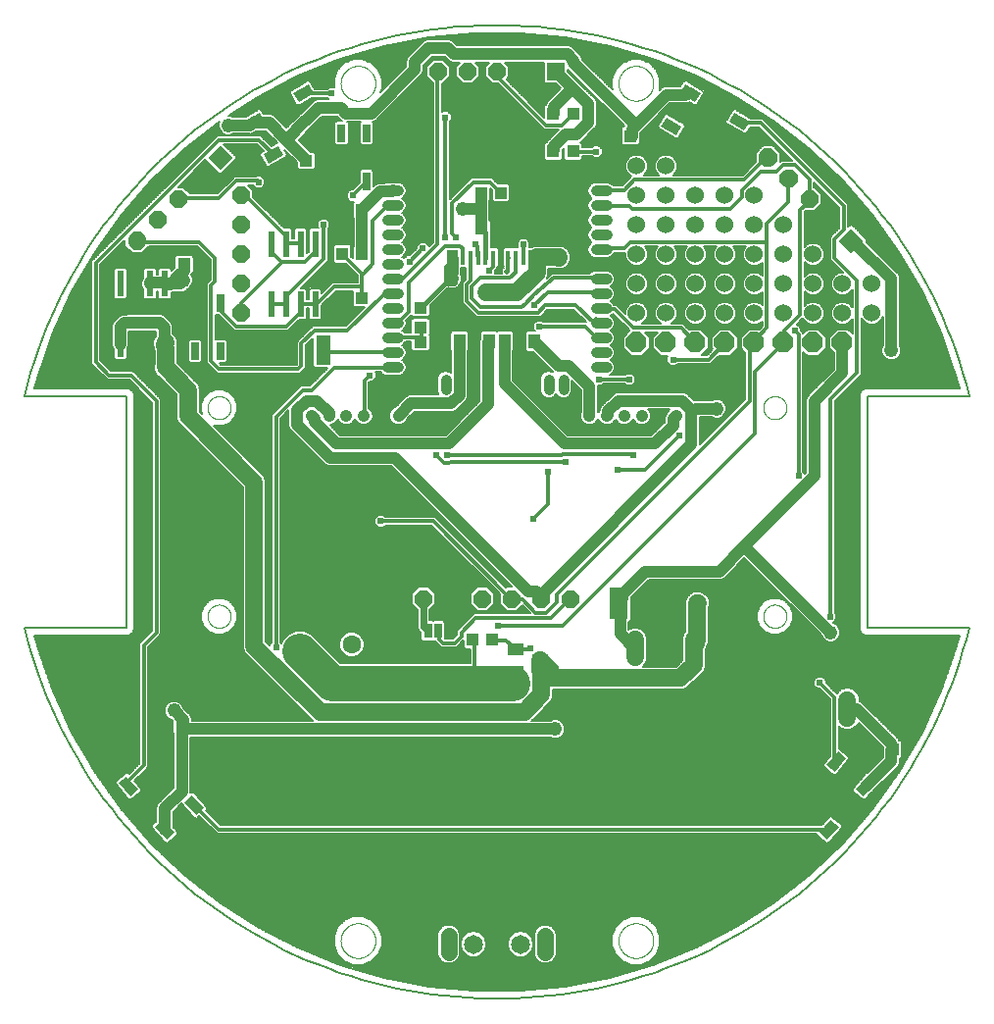
<source format=gtl>
G75*
%MOIN*%
%OFA0B0*%
%FSLAX25Y25*%
%IPPOS*%
%LPD*%
%AMOC8*
5,1,8,0,0,1.08239X$1,22.5*
%
%ADD10C,0.00600*%
%ADD11C,0.00000*%
%ADD12R,0.04331X0.03937*%
%ADD13R,0.03937X0.04331*%
%ADD14C,0.06300*%
%ADD15R,0.02559X0.05906*%
%ADD16OC8,0.06000*%
%ADD17R,0.02362X0.08661*%
%ADD18R,0.05906X0.03543*%
%ADD19C,0.04134*%
%ADD20R,0.02500X0.05000*%
%ADD21R,0.06500X0.06500*%
%ADD22C,0.06500*%
%ADD23C,0.05500*%
%ADD24C,0.11811*%
%ADD25OC8,0.07000*%
%ADD26R,0.05000X0.10000*%
%ADD27C,0.06000*%
%ADD28R,0.06000X0.06000*%
%ADD29C,0.01200*%
%ADD30R,0.06000X0.06000*%
%ADD31R,0.04000X0.05000*%
%ADD32R,0.01575X0.04921*%
%ADD33R,0.06299X0.10630*%
%ADD34R,0.05512X0.03937*%
%ADD35C,0.03562*%
%ADD36C,0.01600*%
%ADD37C,0.01400*%
%ADD38C,0.04000*%
%ADD39C,0.02400*%
%ADD40C,0.04800*%
%ADD41C,0.12000*%
%ADD42C,0.03600*%
%ADD43C,0.00100*%
%ADD44C,0.02400*%
%ADD45C,0.02000*%
%ADD46C,0.06000*%
D10*
X0065584Y0066999D02*
X0291977Y0066999D01*
X0292606Y0067597D02*
X0064955Y0067597D01*
X0064325Y0068196D02*
X0293235Y0068196D01*
X0293864Y0068794D02*
X0063696Y0068794D01*
X0063067Y0069393D02*
X0294493Y0069393D01*
X0295123Y0069991D02*
X0062438Y0069991D01*
X0061809Y0070590D02*
X0295752Y0070590D01*
X0296381Y0071188D02*
X0061180Y0071188D01*
X0061114Y0071251D02*
X0050971Y0082927D01*
X0041981Y0095513D01*
X0034227Y0108895D01*
X0027778Y0122953D01*
X0022693Y0137560D01*
X0021545Y0141810D01*
X0053313Y0141810D01*
X0054269Y0142206D01*
X0055000Y0142937D01*
X0055396Y0143893D01*
X0055396Y0223668D01*
X0055000Y0224623D01*
X0054269Y0225355D01*
X0053313Y0225750D01*
X0021545Y0225750D01*
X0022693Y0230000D01*
X0027778Y0244607D01*
X0034227Y0258665D01*
X0041981Y0272048D01*
X0050971Y0284634D01*
X0061114Y0296310D01*
X0072320Y0306970D01*
X0084394Y0316446D01*
X0084150Y0315856D01*
X0084150Y0314544D01*
X0084652Y0313331D01*
X0085581Y0312402D01*
X0086794Y0311900D01*
X0088106Y0311900D01*
X0089072Y0312300D01*
X0094458Y0312300D01*
X0094840Y0312249D01*
X0095030Y0312300D01*
X0095227Y0312300D01*
X0095583Y0312447D01*
X0095955Y0312547D01*
X0096111Y0312666D01*
X0096293Y0312741D01*
X0096565Y0313014D01*
X0096787Y0313184D01*
X0096910Y0313179D01*
X0096967Y0313200D01*
X0100199Y0313200D01*
X0104110Y0309289D01*
X0102064Y0308107D01*
X0098421Y0311750D01*
X0083679Y0311750D01*
X0082800Y0310871D01*
X0040950Y0269021D01*
X0040950Y0234029D01*
X0041829Y0233150D01*
X0046329Y0228650D01*
X0053829Y0228650D01*
X0061600Y0220879D01*
X0061600Y0143527D01*
X0058062Y0139988D01*
X0057183Y0139109D01*
X0057183Y0098304D01*
X0053637Y0094758D01*
X0053440Y0094994D01*
X0052532Y0095073D01*
X0049119Y0092210D01*
X0049040Y0091302D01*
X0053422Y0086080D01*
X0054330Y0086001D01*
X0057742Y0088864D01*
X0057821Y0089772D01*
X0055573Y0092452D01*
X0059304Y0096183D01*
X0059304Y0096183D01*
X0060183Y0097062D01*
X0060183Y0137867D01*
X0063721Y0141405D01*
X0064600Y0142284D01*
X0064600Y0222121D01*
X0063721Y0223000D01*
X0055071Y0231650D01*
X0047571Y0231650D01*
X0043950Y0235271D01*
X0043950Y0267779D01*
X0052270Y0276099D01*
X0052270Y0274239D01*
X0054672Y0271837D01*
X0058069Y0271837D01*
X0060331Y0274100D01*
X0076929Y0274100D01*
X0081450Y0269579D01*
X0081450Y0262721D01*
X0080100Y0261371D01*
X0080100Y0234479D01*
X0080979Y0233600D01*
X0082800Y0231779D01*
X0082800Y0231779D01*
X0083679Y0230900D01*
X0111921Y0230900D01*
X0112800Y0231779D01*
X0113700Y0232679D01*
X0113700Y0240329D01*
X0116125Y0242754D01*
X0116125Y0233443D01*
X0116770Y0232798D01*
X0121277Y0232798D01*
X0115179Y0226700D01*
X0112029Y0226700D01*
X0103029Y0217700D01*
X0102150Y0216821D01*
X0102150Y0139370D01*
X0101550Y0138770D01*
X0101550Y0138391D01*
X0100200Y0139741D01*
X0100200Y0194576D01*
X0099606Y0196009D01*
X0082347Y0213268D01*
X0083052Y0212976D01*
X0085533Y0212976D01*
X0087825Y0213926D01*
X0089580Y0215680D01*
X0090529Y0217973D01*
X0090529Y0220454D01*
X0089580Y0222746D01*
X0087825Y0224501D01*
X0085533Y0225450D01*
X0083052Y0225450D01*
X0080759Y0224501D01*
X0079005Y0222746D01*
X0078055Y0220454D01*
X0078055Y0217973D01*
X0078347Y0217269D01*
X0077700Y0217915D01*
X0077700Y0226017D01*
X0077106Y0227450D01*
X0076009Y0228547D01*
X0070200Y0234356D01*
X0070200Y0238569D01*
X0070264Y0239109D01*
X0070200Y0239338D01*
X0070200Y0239576D01*
X0070004Y0240050D01*
X0070200Y0240524D01*
X0070200Y0242076D01*
X0069606Y0243509D01*
X0068605Y0244510D01*
X0068605Y0246971D01*
X0068164Y0248037D01*
X0065698Y0250503D01*
X0064632Y0250945D01*
X0052788Y0250945D01*
X0052679Y0250900D01*
X0051523Y0250900D01*
X0050457Y0250458D01*
X0049641Y0249643D01*
X0048247Y0248248D01*
X0047806Y0247182D01*
X0047806Y0240337D01*
X0048247Y0239271D01*
X0048424Y0239094D01*
X0048424Y0236128D01*
X0049069Y0235483D01*
X0052342Y0235483D01*
X0052987Y0236128D01*
X0052987Y0239094D01*
X0053164Y0239271D01*
X0053605Y0240337D01*
X0053605Y0245100D01*
X0053897Y0245100D01*
X0054005Y0245145D01*
X0062806Y0245145D01*
X0062806Y0243595D01*
X0062684Y0243499D01*
X0061925Y0242146D01*
X0061741Y0240605D01*
X0062400Y0238262D01*
X0062400Y0234189D01*
X0062203Y0233714D01*
X0062203Y0232162D01*
X0062797Y0230729D01*
X0062838Y0230688D01*
X0062838Y0230514D01*
X0063482Y0229869D01*
X0063656Y0229869D01*
X0069900Y0223626D01*
X0069900Y0215524D01*
X0070494Y0214091D01*
X0071591Y0212994D01*
X0092400Y0192185D01*
X0092400Y0137350D01*
X0092994Y0135916D01*
X0116010Y0112900D01*
X0075077Y0112900D01*
X0075077Y0113084D01*
X0075105Y0113255D01*
X0075077Y0113373D01*
X0075077Y0113488D01*
X0075050Y0113515D01*
X0075050Y0113727D01*
X0074919Y0114044D01*
X0074840Y0114378D01*
X0074700Y0114572D01*
X0074608Y0114793D01*
X0074366Y0115035D01*
X0074165Y0115314D01*
X0073962Y0115440D01*
X0072198Y0117204D01*
X0071798Y0118169D01*
X0070869Y0119098D01*
X0069656Y0119600D01*
X0068344Y0119600D01*
X0067131Y0119098D01*
X0066202Y0118169D01*
X0065700Y0116956D01*
X0065700Y0115644D01*
X0066202Y0114431D01*
X0067131Y0113502D01*
X0068096Y0113102D01*
X0068546Y0112652D01*
X0068546Y0108640D01*
X0068800Y0108386D01*
X0068800Y0090051D01*
X0064207Y0085458D01*
X0063391Y0084643D01*
X0062950Y0083577D01*
X0062950Y0078632D01*
X0061520Y0077432D01*
X0061440Y0076524D01*
X0063253Y0074364D01*
X0063304Y0074223D01*
X0064082Y0073375D01*
X0065822Y0071302D01*
X0066730Y0071223D01*
X0070142Y0074086D01*
X0070222Y0074994D01*
X0068750Y0076748D01*
X0068750Y0081799D01*
X0071591Y0084639D01*
X0075775Y0079653D01*
X0076682Y0079574D01*
X0077619Y0080360D01*
X0083679Y0074300D01*
X0287400Y0074300D01*
X0287418Y0074086D01*
X0290831Y0071223D01*
X0291739Y0071302D01*
X0296120Y0076524D01*
X0296041Y0077432D01*
X0292629Y0080295D01*
X0291721Y0080216D01*
X0289274Y0077300D01*
X0084921Y0077300D01*
X0079926Y0082296D01*
X0080095Y0082437D01*
X0080174Y0083345D01*
X0075792Y0088567D01*
X0074885Y0088646D01*
X0074600Y0088408D01*
X0074600Y0107100D01*
X0196978Y0107100D01*
X0197944Y0106700D01*
X0199256Y0106700D01*
X0200469Y0107202D01*
X0201398Y0108131D01*
X0201900Y0109344D01*
X0201900Y0110656D01*
X0201398Y0111869D01*
X0200469Y0112798D01*
X0199256Y0113300D01*
X0197944Y0113300D01*
X0196978Y0112900D01*
X0190620Y0112900D01*
X0191301Y0113581D01*
X0197119Y0119400D01*
X0197713Y0120833D01*
X0197713Y0123400D01*
X0242076Y0123400D01*
X0243509Y0123994D01*
X0249106Y0129591D01*
X0249700Y0131024D01*
X0249700Y0133002D01*
X0249900Y0133484D01*
X0249900Y0137267D01*
X0250406Y0138785D01*
X0250650Y0139374D01*
X0250650Y0139517D01*
X0250695Y0139653D01*
X0250650Y0140288D01*
X0250650Y0150964D01*
X0251081Y0152086D01*
X0251041Y0153637D01*
X0250428Y0155016D01*
X0250428Y0155185D01*
X0249783Y0155829D01*
X0249595Y0155829D01*
X0249285Y0156123D01*
X0247837Y0156679D01*
X0246700Y0156650D01*
X0245974Y0156650D01*
X0245926Y0156630D01*
X0245874Y0156629D01*
X0245211Y0156334D01*
X0244541Y0156056D01*
X0244504Y0156019D01*
X0244456Y0155998D01*
X0243957Y0155472D01*
X0243444Y0154959D01*
X0243424Y0154911D01*
X0243388Y0154873D01*
X0243128Y0154196D01*
X0242850Y0153526D01*
X0242850Y0153474D01*
X0242831Y0153425D01*
X0242850Y0152700D01*
X0242850Y0143148D01*
X0242324Y0142622D01*
X0241700Y0141116D01*
X0241700Y0133484D01*
X0241779Y0133294D01*
X0239685Y0131200D01*
X0228498Y0131200D01*
X0229276Y0131978D01*
X0229900Y0133484D01*
X0229900Y0141116D01*
X0229276Y0142622D01*
X0228122Y0143776D01*
X0226616Y0144400D01*
X0224984Y0144400D01*
X0223550Y0143806D01*
X0223550Y0146385D01*
X0223893Y0146385D01*
X0224538Y0147029D01*
X0224538Y0154787D01*
X0230401Y0160650D01*
X0254977Y0160650D01*
X0256043Y0161091D01*
X0256858Y0161907D01*
X0262950Y0167999D01*
X0289002Y0141946D01*
X0289402Y0140981D01*
X0290331Y0140052D01*
X0291544Y0139550D01*
X0292856Y0139550D01*
X0294069Y0140052D01*
X0294998Y0140981D01*
X0295500Y0142194D01*
X0295500Y0143506D01*
X0294998Y0144719D01*
X0294069Y0145648D01*
X0293104Y0146048D01*
X0293001Y0146150D01*
X0293070Y0146150D01*
X0294300Y0147380D01*
X0294300Y0149120D01*
X0293700Y0149720D01*
X0293700Y0221429D01*
X0302700Y0230429D01*
X0302700Y0249800D01*
X0302994Y0249091D01*
X0304091Y0247994D01*
X0305524Y0247400D01*
X0307076Y0247400D01*
X0308509Y0247994D01*
X0309606Y0249091D01*
X0310000Y0250041D01*
X0310000Y0240322D01*
X0309600Y0239356D01*
X0309600Y0238044D01*
X0310102Y0236831D01*
X0311031Y0235902D01*
X0312244Y0235400D01*
X0313556Y0235400D01*
X0314769Y0235902D01*
X0315698Y0236831D01*
X0316200Y0238044D01*
X0316200Y0239356D01*
X0315800Y0240322D01*
X0315800Y0263577D01*
X0315358Y0264643D01*
X0314543Y0265458D01*
X0304542Y0275459D01*
X0304564Y0275482D01*
X0304564Y0276393D01*
X0299677Y0281280D01*
X0298766Y0281280D01*
X0298200Y0280714D01*
X0298200Y0288371D01*
X0297321Y0289250D01*
X0268971Y0317600D01*
X0265039Y0317600D01*
X0259732Y0320664D01*
X0258852Y0320428D01*
X0256624Y0316570D01*
X0256860Y0315690D01*
X0262764Y0312282D01*
X0263644Y0312518D01*
X0264846Y0314600D01*
X0267729Y0314600D01*
X0279129Y0303200D01*
X0275379Y0303200D01*
X0275037Y0302859D01*
X0275037Y0305920D01*
X0272636Y0308322D01*
X0269239Y0308322D01*
X0266837Y0305920D01*
X0266837Y0302759D01*
X0262329Y0298250D01*
X0238765Y0298250D01*
X0239606Y0299091D01*
X0240200Y0300524D01*
X0240200Y0302076D01*
X0239606Y0303509D01*
X0238509Y0304606D01*
X0237076Y0305200D01*
X0235524Y0305200D01*
X0234091Y0304606D01*
X0232994Y0303509D01*
X0232400Y0302076D01*
X0232400Y0300524D01*
X0232994Y0299091D01*
X0233835Y0298250D01*
X0228765Y0298250D01*
X0229606Y0299091D01*
X0230200Y0300524D01*
X0230200Y0302076D01*
X0229606Y0303509D01*
X0228509Y0304606D01*
X0227076Y0305200D01*
X0225524Y0305200D01*
X0224091Y0304606D01*
X0222994Y0303509D01*
X0222400Y0302076D01*
X0222400Y0300524D01*
X0222994Y0299091D01*
X0224091Y0297994D01*
X0224537Y0297809D01*
X0224100Y0297371D01*
X0221379Y0294650D01*
X0218373Y0294650D01*
X0217626Y0295396D01*
X0216568Y0295835D01*
X0211859Y0295835D01*
X0210800Y0295396D01*
X0209990Y0294586D01*
X0209551Y0293527D01*
X0209551Y0292380D01*
X0209990Y0291322D01*
X0210800Y0290511D01*
X0210939Y0290454D01*
X0210800Y0290396D01*
X0209990Y0289586D01*
X0209551Y0288527D01*
X0209551Y0287380D01*
X0209990Y0286322D01*
X0210800Y0285511D01*
X0210939Y0285454D01*
X0210800Y0285396D01*
X0209990Y0284586D01*
X0209551Y0283527D01*
X0209551Y0282380D01*
X0209990Y0281322D01*
X0210800Y0280511D01*
X0210939Y0280454D01*
X0210800Y0280396D01*
X0209990Y0279586D01*
X0209551Y0278527D01*
X0209551Y0277380D01*
X0209990Y0276322D01*
X0210800Y0275511D01*
X0210939Y0275454D01*
X0210800Y0275396D01*
X0209990Y0274586D01*
X0209551Y0273527D01*
X0209551Y0272380D01*
X0209990Y0271322D01*
X0210800Y0270511D01*
X0211859Y0270072D01*
X0216568Y0270072D01*
X0217626Y0270511D01*
X0218437Y0271322D01*
X0218656Y0271850D01*
X0222400Y0271850D01*
X0222400Y0270524D01*
X0222994Y0269091D01*
X0224091Y0267994D01*
X0225524Y0267400D01*
X0227076Y0267400D01*
X0228509Y0267994D01*
X0229606Y0269091D01*
X0230200Y0270524D01*
X0230200Y0272076D01*
X0229606Y0273509D01*
X0229015Y0274100D01*
X0233585Y0274100D01*
X0232994Y0273509D01*
X0232400Y0272076D01*
X0232400Y0270524D01*
X0232994Y0269091D01*
X0234091Y0267994D01*
X0235524Y0267400D01*
X0237076Y0267400D01*
X0238509Y0267994D01*
X0239606Y0269091D01*
X0240200Y0270524D01*
X0240200Y0272076D01*
X0239606Y0273509D01*
X0239015Y0274100D01*
X0243585Y0274100D01*
X0242994Y0273509D01*
X0242400Y0272076D01*
X0242400Y0270524D01*
X0242994Y0269091D01*
X0244091Y0267994D01*
X0245524Y0267400D01*
X0247076Y0267400D01*
X0248509Y0267994D01*
X0249606Y0269091D01*
X0250200Y0270524D01*
X0250200Y0272076D01*
X0249606Y0273509D01*
X0249015Y0274100D01*
X0253585Y0274100D01*
X0252994Y0273509D01*
X0252400Y0272076D01*
X0252400Y0270524D01*
X0252994Y0269091D01*
X0254091Y0267994D01*
X0255524Y0267400D01*
X0257076Y0267400D01*
X0258509Y0267994D01*
X0259606Y0269091D01*
X0260200Y0270524D01*
X0260200Y0272076D01*
X0259606Y0273509D01*
X0259015Y0274100D01*
X0263585Y0274100D01*
X0262994Y0273509D01*
X0262400Y0272076D01*
X0262400Y0270524D01*
X0262994Y0269091D01*
X0264091Y0267994D01*
X0265524Y0267400D01*
X0267076Y0267400D01*
X0268509Y0267994D01*
X0269100Y0268585D01*
X0269100Y0264015D01*
X0268509Y0264606D01*
X0267076Y0265200D01*
X0265524Y0265200D01*
X0264091Y0264606D01*
X0262994Y0263509D01*
X0262400Y0262076D01*
X0262400Y0260524D01*
X0262994Y0259091D01*
X0264091Y0257994D01*
X0265524Y0257400D01*
X0267076Y0257400D01*
X0268509Y0257994D01*
X0269100Y0258585D01*
X0269100Y0254015D01*
X0268509Y0254606D01*
X0267076Y0255200D01*
X0265524Y0255200D01*
X0264091Y0254606D01*
X0262994Y0253509D01*
X0262400Y0252076D01*
X0262400Y0250524D01*
X0262994Y0249091D01*
X0264091Y0247994D01*
X0265524Y0247400D01*
X0267076Y0247400D01*
X0268509Y0247994D01*
X0269100Y0248585D01*
X0269100Y0246971D01*
X0268029Y0245900D01*
X0264395Y0245900D01*
X0261700Y0243205D01*
X0261700Y0239395D01*
X0263250Y0237845D01*
X0263250Y0222221D01*
X0247850Y0206821D01*
X0247850Y0216000D01*
X0251878Y0216000D01*
X0252844Y0215600D01*
X0254156Y0215600D01*
X0255369Y0216102D01*
X0256298Y0217031D01*
X0256800Y0218244D01*
X0256800Y0219556D01*
X0256298Y0220769D01*
X0255369Y0221698D01*
X0254156Y0222200D01*
X0252844Y0222200D01*
X0251878Y0221800D01*
X0246965Y0221800D01*
X0246606Y0221853D01*
X0246393Y0221800D01*
X0246173Y0221800D01*
X0245839Y0221662D01*
X0243443Y0224058D01*
X0242377Y0224500D01*
X0219623Y0224500D01*
X0218557Y0224058D01*
X0217741Y0223243D01*
X0214141Y0219643D01*
X0213700Y0218577D01*
X0213700Y0218454D01*
X0213497Y0218251D01*
X0213229Y0217604D01*
X0213176Y0217732D01*
X0213176Y0226700D01*
X0214320Y0226700D01*
X0214920Y0227300D01*
X0222330Y0227300D01*
X0222930Y0226700D01*
X0224670Y0226700D01*
X0225900Y0227930D01*
X0225900Y0229670D01*
X0224670Y0230900D01*
X0222930Y0230900D01*
X0222330Y0230300D01*
X0217117Y0230300D01*
X0217626Y0230511D01*
X0218437Y0231322D01*
X0218876Y0232380D01*
X0218876Y0233527D01*
X0218437Y0234586D01*
X0217626Y0235396D01*
X0217488Y0235454D01*
X0217626Y0235511D01*
X0218437Y0236322D01*
X0218876Y0237380D01*
X0218876Y0238527D01*
X0218437Y0239586D01*
X0217626Y0240396D01*
X0217488Y0240454D01*
X0217626Y0240511D01*
X0218437Y0241322D01*
X0218876Y0242380D01*
X0218876Y0243527D01*
X0218437Y0244586D01*
X0217626Y0245396D01*
X0217488Y0245454D01*
X0217626Y0245511D01*
X0218437Y0246322D01*
X0218876Y0247380D01*
X0218876Y0248527D01*
X0218437Y0249586D01*
X0217626Y0250396D01*
X0217488Y0250454D01*
X0217626Y0250511D01*
X0218247Y0251132D01*
X0223650Y0245729D01*
X0223937Y0245442D01*
X0221700Y0243205D01*
X0221700Y0239395D01*
X0224395Y0236700D01*
X0228205Y0236700D01*
X0230900Y0239395D01*
X0230900Y0243205D01*
X0229255Y0244850D01*
X0233345Y0244850D01*
X0231700Y0243205D01*
X0231700Y0239395D01*
X0234395Y0236700D01*
X0236830Y0236700D01*
X0236550Y0236420D01*
X0236550Y0234680D01*
X0237780Y0233450D01*
X0239520Y0233450D01*
X0240120Y0234050D01*
X0251421Y0234050D01*
X0254233Y0236862D01*
X0254395Y0236700D01*
X0258205Y0236700D01*
X0260900Y0239395D01*
X0260900Y0243205D01*
X0258205Y0245900D01*
X0254395Y0245900D01*
X0251700Y0243205D01*
X0251700Y0239395D01*
X0252112Y0238983D01*
X0250179Y0237050D01*
X0248555Y0237050D01*
X0250900Y0239395D01*
X0250900Y0243205D01*
X0248205Y0245900D01*
X0244395Y0245900D01*
X0244158Y0245663D01*
X0241971Y0247850D01*
X0238162Y0247850D01*
X0238509Y0247994D01*
X0239606Y0249091D01*
X0240200Y0250524D01*
X0240200Y0252076D01*
X0239606Y0253509D01*
X0238509Y0254606D01*
X0237076Y0255200D01*
X0235524Y0255200D01*
X0234091Y0254606D01*
X0232994Y0253509D01*
X0232400Y0252076D01*
X0232400Y0250524D01*
X0232994Y0249091D01*
X0234091Y0247994D01*
X0234438Y0247850D01*
X0228162Y0247850D01*
X0228509Y0247994D01*
X0229606Y0249091D01*
X0230200Y0250524D01*
X0230200Y0252076D01*
X0229606Y0253509D01*
X0228509Y0254606D01*
X0227076Y0255200D01*
X0225524Y0255200D01*
X0224091Y0254606D01*
X0222994Y0253509D01*
X0222400Y0252076D01*
X0222400Y0251221D01*
X0219471Y0254150D01*
X0218617Y0254150D01*
X0218437Y0254586D01*
X0217626Y0255396D01*
X0217488Y0255454D01*
X0217626Y0255511D01*
X0218437Y0256322D01*
X0218876Y0257380D01*
X0218876Y0258527D01*
X0218437Y0259586D01*
X0217626Y0260396D01*
X0217488Y0260454D01*
X0217626Y0260511D01*
X0218437Y0261322D01*
X0218876Y0262380D01*
X0218876Y0263527D01*
X0218437Y0264586D01*
X0217626Y0265396D01*
X0216568Y0265835D01*
X0211859Y0265835D01*
X0210800Y0265396D01*
X0210204Y0264800D01*
X0198250Y0264800D01*
X0197692Y0264846D01*
X0197638Y0264800D01*
X0197567Y0264800D01*
X0197171Y0264404D01*
X0195683Y0263141D01*
X0196224Y0264449D01*
X0196224Y0266400D01*
X0198997Y0266400D01*
X0199178Y0266325D01*
X0200729Y0266325D01*
X0202163Y0266919D01*
X0202204Y0266960D01*
X0202378Y0266960D01*
X0203022Y0267604D01*
X0203022Y0267778D01*
X0203260Y0268016D01*
X0203854Y0269449D01*
X0203854Y0271001D01*
X0203260Y0272434D01*
X0203185Y0272509D01*
X0203185Y0272509D01*
X0203022Y0272672D01*
X0203022Y0272846D01*
X0202378Y0273491D01*
X0202204Y0273491D01*
X0202088Y0273606D01*
X0200654Y0274200D01*
X0193524Y0274200D01*
X0193295Y0274105D01*
X0193100Y0274186D01*
X0191549Y0274186D01*
X0190824Y0273886D01*
X0189900Y0273886D01*
X0189900Y0275570D01*
X0188670Y0276800D01*
X0186930Y0276800D01*
X0185700Y0275570D01*
X0185700Y0273830D01*
X0185740Y0273790D01*
X0183935Y0273790D01*
X0183898Y0273753D01*
X0183862Y0273790D01*
X0181376Y0273790D01*
X0180731Y0273145D01*
X0180731Y0267313D01*
X0181079Y0266966D01*
X0180400Y0266287D01*
X0180400Y0264800D01*
X0178170Y0264800D01*
X0178200Y0264830D01*
X0178200Y0265679D01*
X0178950Y0266429D01*
X0178950Y0266875D01*
X0179388Y0267313D01*
X0179388Y0273145D01*
X0178744Y0273790D01*
X0176642Y0273790D01*
X0176642Y0277625D01*
X0176739Y0277722D01*
X0176739Y0282571D01*
X0176300Y0283009D01*
X0176300Y0289352D01*
X0176554Y0289607D01*
X0176554Y0293724D01*
X0177110Y0293168D01*
X0177110Y0289607D01*
X0177755Y0288962D01*
X0182603Y0288962D01*
X0183247Y0289607D01*
X0183247Y0294849D01*
X0182603Y0295493D01*
X0179028Y0295493D01*
X0178050Y0296471D01*
X0177171Y0297350D01*
X0170079Y0297350D01*
X0162879Y0290150D01*
X0162750Y0290021D01*
X0162750Y0316430D01*
X0163350Y0317030D01*
X0163350Y0318770D01*
X0162120Y0320000D01*
X0160380Y0320000D01*
X0160050Y0319670D01*
X0160050Y0329287D01*
X0160479Y0329287D01*
X0162880Y0331688D01*
X0162880Y0335085D01*
X0160479Y0337487D01*
X0157082Y0337487D01*
X0154680Y0335085D01*
X0154680Y0331688D01*
X0157050Y0329319D01*
X0157050Y0275321D01*
X0155700Y0273971D01*
X0155700Y0274220D01*
X0154470Y0275450D01*
X0152730Y0275450D01*
X0151500Y0274220D01*
X0151500Y0273371D01*
X0149079Y0270950D01*
X0148230Y0270950D01*
X0147218Y0269938D01*
X0146760Y0270396D01*
X0146621Y0270454D01*
X0146760Y0270511D01*
X0147571Y0271322D01*
X0148009Y0272380D01*
X0148009Y0273527D01*
X0147571Y0274586D01*
X0146760Y0275396D01*
X0146621Y0275454D01*
X0146760Y0275511D01*
X0147571Y0276322D01*
X0148009Y0277380D01*
X0148009Y0278527D01*
X0147571Y0279586D01*
X0146760Y0280396D01*
X0146621Y0280454D01*
X0146760Y0280511D01*
X0147571Y0281322D01*
X0148009Y0282380D01*
X0148009Y0283527D01*
X0147571Y0284586D01*
X0146760Y0285396D01*
X0146621Y0285454D01*
X0146760Y0285511D01*
X0147571Y0286322D01*
X0148009Y0287380D01*
X0148009Y0288527D01*
X0147571Y0289586D01*
X0146760Y0290396D01*
X0146621Y0290454D01*
X0146760Y0290511D01*
X0147571Y0291322D01*
X0148009Y0292380D01*
X0148009Y0293527D01*
X0147571Y0294586D01*
X0146760Y0295396D01*
X0145701Y0295835D01*
X0143934Y0295835D01*
X0143847Y0295868D01*
X0142694Y0295837D01*
X0142688Y0295835D01*
X0140993Y0295835D01*
X0140427Y0295600D01*
X0138623Y0295600D01*
X0137557Y0295158D01*
X0136765Y0294367D01*
X0136765Y0299645D01*
X0136121Y0300290D01*
X0132651Y0300290D01*
X0132006Y0299645D01*
X0132006Y0295728D01*
X0129729Y0293450D01*
X0128880Y0293450D01*
X0127650Y0292220D01*
X0127650Y0290480D01*
X0128880Y0289250D01*
X0130104Y0289250D01*
X0129649Y0288795D01*
X0129649Y0283947D01*
X0130000Y0283596D01*
X0130000Y0274146D01*
X0129846Y0273992D01*
X0129846Y0269976D01*
X0129290Y0270532D01*
X0129290Y0273992D01*
X0128645Y0274636D01*
X0123797Y0274636D01*
X0123153Y0273992D01*
X0123153Y0268750D01*
X0123797Y0268106D01*
X0127473Y0268106D01*
X0131400Y0264179D01*
X0131400Y0261800D01*
X0122829Y0261800D01*
X0121950Y0260921D01*
X0119270Y0258241D01*
X0119270Y0259157D01*
X0118626Y0259802D01*
X0115352Y0259802D01*
X0114708Y0259157D01*
X0114708Y0255950D01*
X0114270Y0255950D01*
X0114270Y0259157D01*
X0113626Y0259802D01*
X0112023Y0259802D01*
X0121350Y0269129D01*
X0121350Y0279980D01*
X0121950Y0280580D01*
X0121950Y0282320D01*
X0120720Y0283550D01*
X0118980Y0283550D01*
X0117750Y0282320D01*
X0117750Y0280580D01*
X0118056Y0280274D01*
X0115352Y0280274D01*
X0114708Y0279630D01*
X0114708Y0272129D01*
X0114270Y0271691D01*
X0114270Y0279630D01*
X0113626Y0280274D01*
X0110352Y0280274D01*
X0109708Y0279630D01*
X0109708Y0276650D01*
X0109270Y0276650D01*
X0109270Y0279630D01*
X0108626Y0280274D01*
X0106497Y0280274D01*
X0095872Y0290899D01*
X0095872Y0293187D01*
X0094260Y0294800D01*
X0095880Y0294800D01*
X0096930Y0293750D01*
X0098670Y0293750D01*
X0099900Y0294980D01*
X0099900Y0296720D01*
X0098670Y0297950D01*
X0096930Y0297950D01*
X0096780Y0297800D01*
X0089529Y0297800D01*
X0088650Y0296921D01*
X0083679Y0291950D01*
X0074440Y0291950D01*
X0072211Y0294180D01*
X0070351Y0294180D01*
X0079625Y0303453D01*
X0084199Y0298879D01*
X0085110Y0298879D01*
X0089997Y0303766D01*
X0089997Y0304677D01*
X0085925Y0308750D01*
X0097179Y0308750D01*
X0099374Y0306554D01*
X0098421Y0306004D01*
X0098185Y0305124D01*
X0100413Y0301266D01*
X0101293Y0301030D01*
X0107196Y0304439D01*
X0107432Y0305319D01*
X0106548Y0306851D01*
X0110672Y0302726D01*
X0110672Y0300620D01*
X0111317Y0299976D01*
X0116559Y0299976D01*
X0117203Y0300620D01*
X0117203Y0305468D01*
X0116559Y0306113D01*
X0115489Y0306113D01*
X0111351Y0310250D01*
X0115412Y0314310D01*
X0115581Y0314408D01*
X0115742Y0314619D01*
X0115859Y0314686D01*
X0116094Y0314993D01*
X0119251Y0318150D01*
X0124499Y0318150D01*
X0125857Y0316791D01*
X0126251Y0316628D01*
X0124186Y0316628D01*
X0123542Y0315984D01*
X0123542Y0309167D01*
X0124186Y0308523D01*
X0127656Y0308523D01*
X0128301Y0309167D01*
X0128301Y0315984D01*
X0127935Y0316350D01*
X0132372Y0316350D01*
X0132006Y0315984D01*
X0132006Y0309167D01*
X0132651Y0308523D01*
X0136121Y0308523D01*
X0136765Y0309167D01*
X0136765Y0315984D01*
X0136399Y0316350D01*
X0136627Y0316350D01*
X0137693Y0316791D01*
X0138508Y0317607D01*
X0153239Y0332338D01*
X0153680Y0333403D01*
X0153680Y0335499D01*
X0156668Y0338487D01*
X0160893Y0338487D01*
X0161522Y0337857D01*
X0162338Y0337041D01*
X0163404Y0336600D01*
X0166195Y0336600D01*
X0164680Y0335085D01*
X0164680Y0331688D01*
X0167082Y0329287D01*
X0170479Y0329287D01*
X0172880Y0331688D01*
X0172880Y0335085D01*
X0171365Y0336600D01*
X0176195Y0336600D01*
X0174680Y0335085D01*
X0174680Y0331688D01*
X0177082Y0329287D01*
X0179242Y0329287D01*
X0194829Y0313700D01*
X0199749Y0313700D01*
X0199741Y0313693D01*
X0195691Y0309643D01*
X0195659Y0309565D01*
X0195529Y0309565D01*
X0194885Y0308921D01*
X0194885Y0303679D01*
X0195529Y0303035D01*
X0200378Y0303035D01*
X0201022Y0303679D01*
X0201022Y0306006D01*
X0201050Y0306073D01*
X0201050Y0306478D01*
X0201094Y0306842D01*
X0201578Y0307327D01*
X0201578Y0303679D01*
X0202222Y0303035D01*
X0207071Y0303035D01*
X0207715Y0303679D01*
X0207715Y0304700D01*
X0211080Y0304700D01*
X0211680Y0304100D01*
X0213420Y0304100D01*
X0214650Y0305330D01*
X0214650Y0307070D01*
X0213420Y0308300D01*
X0211680Y0308300D01*
X0211080Y0307700D01*
X0207715Y0307700D01*
X0207715Y0308921D01*
X0207161Y0309475D01*
X0207443Y0309591D01*
X0211493Y0313641D01*
X0212308Y0314457D01*
X0212750Y0315523D01*
X0212750Y0322977D01*
X0212308Y0324043D01*
X0206908Y0329443D01*
X0206093Y0330258D01*
X0202880Y0333471D01*
X0202880Y0334268D01*
X0203257Y0333891D01*
X0222070Y0315079D01*
X0221900Y0314668D01*
X0221633Y0314668D01*
X0220988Y0314024D01*
X0220988Y0309176D01*
X0221633Y0308531D01*
X0226875Y0308531D01*
X0227519Y0309176D01*
X0227519Y0310827D01*
X0227600Y0311023D01*
X0227600Y0312649D01*
X0227693Y0312741D01*
X0228508Y0313557D01*
X0237601Y0322650D01*
X0242565Y0322650D01*
X0243005Y0322609D01*
X0243138Y0322650D01*
X0243277Y0322650D01*
X0243685Y0322819D01*
X0244224Y0322986D01*
X0246057Y0321928D01*
X0246937Y0322163D01*
X0249165Y0326021D01*
X0248929Y0326901D01*
X0246494Y0328307D01*
X0246405Y0328414D01*
X0246205Y0328520D01*
X0246035Y0328670D01*
X0245699Y0328787D01*
X0245385Y0328952D01*
X0245374Y0328953D01*
X0243025Y0330310D01*
X0242145Y0330074D01*
X0241207Y0328450D01*
X0235823Y0328450D01*
X0234757Y0328008D01*
X0233992Y0327243D01*
X0234230Y0327817D01*
X0234230Y0331082D01*
X0232981Y0334098D01*
X0230672Y0336406D01*
X0227657Y0337655D01*
X0224392Y0337655D01*
X0221376Y0336406D01*
X0219068Y0334098D01*
X0217819Y0331082D01*
X0217819Y0327817D01*
X0218021Y0327331D01*
X0207800Y0337551D01*
X0207800Y0337827D01*
X0207358Y0338893D01*
X0205108Y0341143D01*
X0204293Y0341958D01*
X0203227Y0342400D01*
X0165182Y0342400D01*
X0164553Y0343029D01*
X0163737Y0343845D01*
X0162671Y0344287D01*
X0154890Y0344287D01*
X0153824Y0343845D01*
X0149138Y0339159D01*
X0148322Y0338343D01*
X0147880Y0337277D01*
X0147880Y0335182D01*
X0139194Y0326495D01*
X0139742Y0327817D01*
X0139742Y0331082D01*
X0138493Y0334098D01*
X0136184Y0336406D01*
X0133168Y0337655D01*
X0129904Y0337655D01*
X0126888Y0336406D01*
X0124580Y0334098D01*
X0123331Y0331082D01*
X0123331Y0328100D01*
X0121680Y0328100D01*
X0121080Y0327500D01*
X0116902Y0327500D01*
X0115416Y0330074D01*
X0114535Y0330310D01*
X0108632Y0326901D01*
X0108396Y0326021D01*
X0110623Y0322163D01*
X0111504Y0321928D01*
X0115959Y0324500D01*
X0121080Y0324500D01*
X0121630Y0323950D01*
X0117473Y0323950D01*
X0116407Y0323508D01*
X0112129Y0319230D01*
X0111719Y0318993D01*
X0111719Y0318993D01*
X0111719Y0318993D01*
X0111345Y0318507D01*
X0111147Y0318248D01*
X0107250Y0314351D01*
X0103858Y0317743D01*
X0103043Y0318558D01*
X0101977Y0319000D01*
X0099533Y0319000D01*
X0098709Y0320428D01*
X0097829Y0320664D01*
X0095300Y0319204D01*
X0095008Y0319126D01*
X0094899Y0319043D01*
X0094770Y0318995D01*
X0094488Y0318736D01*
X0093387Y0318100D01*
X0089072Y0318100D01*
X0088106Y0318500D01*
X0087575Y0318500D01*
X0097506Y0324870D01*
X0111258Y0331948D01*
X0125620Y0337688D01*
X0140462Y0342039D01*
X0155650Y0344962D01*
X0171047Y0346430D01*
X0186514Y0346430D01*
X0201911Y0344962D01*
X0217099Y0342039D01*
X0231941Y0337688D01*
X0246303Y0331948D01*
X0260055Y0324870D01*
X0273074Y0316519D01*
X0285241Y0306970D01*
X0296446Y0296310D01*
X0306590Y0284634D01*
X0315579Y0272048D01*
X0323334Y0258665D01*
X0329783Y0244607D01*
X0334868Y0230000D01*
X0336016Y0225750D01*
X0304247Y0225750D01*
X0303292Y0225355D01*
X0302560Y0224623D01*
X0302165Y0223668D01*
X0302165Y0143893D01*
X0302560Y0142937D01*
X0303292Y0142206D01*
X0304247Y0141810D01*
X0336016Y0141810D01*
X0334868Y0137560D01*
X0329783Y0122953D01*
X0323334Y0108895D01*
X0315579Y0095513D01*
X0306590Y0082927D01*
X0296446Y0071251D01*
X0285241Y0060590D01*
X0273073Y0051041D01*
X0260055Y0042691D01*
X0246303Y0035613D01*
X0231941Y0029873D01*
X0217099Y0025522D01*
X0201911Y0022599D01*
X0186514Y0021131D01*
X0171047Y0021131D01*
X0155650Y0022599D01*
X0140462Y0025522D01*
X0125620Y0029873D01*
X0111258Y0035613D01*
X0097506Y0042691D01*
X0084487Y0051041D01*
X0072320Y0060590D01*
X0061114Y0071251D01*
X0060648Y0071787D02*
X0065415Y0071787D01*
X0064913Y0072385D02*
X0060129Y0072385D01*
X0059609Y0072984D02*
X0064411Y0072984D01*
X0063892Y0073582D02*
X0059089Y0073582D01*
X0058569Y0074181D02*
X0063343Y0074181D01*
X0062904Y0074779D02*
X0058049Y0074779D01*
X0057529Y0075378D02*
X0062402Y0075378D01*
X0061900Y0075976D02*
X0057009Y0075976D01*
X0056489Y0076575D02*
X0061445Y0076575D01*
X0061497Y0077173D02*
X0055969Y0077173D01*
X0055449Y0077772D02*
X0061925Y0077772D01*
X0062638Y0078370D02*
X0054929Y0078370D01*
X0054409Y0078969D02*
X0062950Y0078969D01*
X0062950Y0079568D02*
X0053889Y0079568D01*
X0053369Y0080166D02*
X0062950Y0080166D01*
X0062950Y0080765D02*
X0052849Y0080765D01*
X0052329Y0081363D02*
X0062950Y0081363D01*
X0062950Y0081962D02*
X0051809Y0081962D01*
X0051289Y0082560D02*
X0062950Y0082560D01*
X0062950Y0083159D02*
X0050805Y0083159D01*
X0050378Y0083757D02*
X0063025Y0083757D01*
X0063273Y0084356D02*
X0049950Y0084356D01*
X0049523Y0084954D02*
X0063703Y0084954D01*
X0064301Y0085553D02*
X0049095Y0085553D01*
X0048668Y0086151D02*
X0053362Y0086151D01*
X0052860Y0086750D02*
X0048240Y0086750D01*
X0047813Y0087348D02*
X0052358Y0087348D01*
X0051856Y0087947D02*
X0047385Y0087947D01*
X0046958Y0088545D02*
X0051353Y0088545D01*
X0050851Y0089144D02*
X0046530Y0089144D01*
X0046103Y0089742D02*
X0050349Y0089742D01*
X0049847Y0090341D02*
X0045676Y0090341D01*
X0045248Y0090939D02*
X0049345Y0090939D01*
X0049061Y0091538D02*
X0044821Y0091538D01*
X0044393Y0092136D02*
X0049113Y0092136D01*
X0049745Y0092735D02*
X0043966Y0092735D01*
X0043538Y0093333D02*
X0050458Y0093333D01*
X0051171Y0093932D02*
X0043111Y0093932D01*
X0042683Y0094530D02*
X0051885Y0094530D01*
X0054007Y0095129D02*
X0042256Y0095129D01*
X0041857Y0095727D02*
X0054606Y0095727D01*
X0055205Y0096326D02*
X0041510Y0096326D01*
X0041164Y0096924D02*
X0055803Y0096924D01*
X0056402Y0097523D02*
X0040817Y0097523D01*
X0040470Y0098121D02*
X0057000Y0098121D01*
X0057183Y0098720D02*
X0040123Y0098720D01*
X0039776Y0099318D02*
X0057183Y0099318D01*
X0057183Y0099917D02*
X0039430Y0099917D01*
X0039083Y0100515D02*
X0057183Y0100515D01*
X0057183Y0101114D02*
X0038736Y0101114D01*
X0038389Y0101712D02*
X0057183Y0101712D01*
X0057183Y0102311D02*
X0038042Y0102311D01*
X0037696Y0102909D02*
X0057183Y0102909D01*
X0057183Y0103508D02*
X0037349Y0103508D01*
X0037002Y0104106D02*
X0057183Y0104106D01*
X0057183Y0104705D02*
X0036655Y0104705D01*
X0036308Y0105303D02*
X0057183Y0105303D01*
X0057183Y0105902D02*
X0035962Y0105902D01*
X0035615Y0106501D02*
X0057183Y0106501D01*
X0057183Y0107099D02*
X0035268Y0107099D01*
X0034921Y0107698D02*
X0057183Y0107698D01*
X0057183Y0108296D02*
X0034574Y0108296D01*
X0034228Y0108895D02*
X0057183Y0108895D01*
X0057183Y0109493D02*
X0033953Y0109493D01*
X0033678Y0110092D02*
X0057183Y0110092D01*
X0057183Y0110690D02*
X0033404Y0110690D01*
X0033129Y0111289D02*
X0057183Y0111289D01*
X0057183Y0111887D02*
X0032855Y0111887D01*
X0032580Y0112486D02*
X0057183Y0112486D01*
X0057183Y0113084D02*
X0032306Y0113084D01*
X0032031Y0113683D02*
X0057183Y0113683D01*
X0057183Y0114281D02*
X0031756Y0114281D01*
X0031482Y0114880D02*
X0057183Y0114880D01*
X0057183Y0115478D02*
X0031207Y0115478D01*
X0030933Y0116077D02*
X0057183Y0116077D01*
X0057183Y0116675D02*
X0030658Y0116675D01*
X0030384Y0117274D02*
X0057183Y0117274D01*
X0057183Y0117872D02*
X0030109Y0117872D01*
X0029835Y0118471D02*
X0057183Y0118471D01*
X0057183Y0119069D02*
X0029560Y0119069D01*
X0029285Y0119668D02*
X0057183Y0119668D01*
X0057183Y0120266D02*
X0029011Y0120266D01*
X0028736Y0120865D02*
X0057183Y0120865D01*
X0057183Y0121463D02*
X0028462Y0121463D01*
X0028187Y0122062D02*
X0057183Y0122062D01*
X0057183Y0122660D02*
X0027913Y0122660D01*
X0027672Y0123259D02*
X0057183Y0123259D01*
X0057183Y0123857D02*
X0027463Y0123857D01*
X0027255Y0124456D02*
X0057183Y0124456D01*
X0057183Y0125054D02*
X0027047Y0125054D01*
X0026838Y0125653D02*
X0057183Y0125653D01*
X0057183Y0126251D02*
X0026630Y0126251D01*
X0026421Y0126850D02*
X0057183Y0126850D01*
X0057183Y0127448D02*
X0026213Y0127448D01*
X0026005Y0128047D02*
X0057183Y0128047D01*
X0057183Y0128645D02*
X0025796Y0128645D01*
X0025588Y0129244D02*
X0057183Y0129244D01*
X0057183Y0129842D02*
X0025380Y0129842D01*
X0025171Y0130441D02*
X0057183Y0130441D01*
X0057183Y0131039D02*
X0024963Y0131039D01*
X0024754Y0131638D02*
X0057183Y0131638D01*
X0057183Y0132237D02*
X0024546Y0132237D01*
X0024338Y0132835D02*
X0057183Y0132835D01*
X0057183Y0133434D02*
X0024129Y0133434D01*
X0023921Y0134032D02*
X0057183Y0134032D01*
X0057183Y0134631D02*
X0023713Y0134631D01*
X0023504Y0135229D02*
X0057183Y0135229D01*
X0057183Y0135828D02*
X0023296Y0135828D01*
X0023087Y0136426D02*
X0057183Y0136426D01*
X0057183Y0137025D02*
X0022879Y0137025D01*
X0022676Y0137623D02*
X0057183Y0137623D01*
X0057183Y0138222D02*
X0022514Y0138222D01*
X0022352Y0138820D02*
X0057183Y0138820D01*
X0057492Y0139419D02*
X0022191Y0139419D01*
X0022029Y0140017D02*
X0058091Y0140017D01*
X0058689Y0140616D02*
X0021867Y0140616D01*
X0021706Y0141214D02*
X0059288Y0141214D01*
X0059886Y0141813D02*
X0053319Y0141813D01*
X0054474Y0142411D02*
X0060485Y0142411D01*
X0061083Y0143010D02*
X0055030Y0143010D01*
X0055278Y0143608D02*
X0061600Y0143608D01*
X0061600Y0144207D02*
X0055396Y0144207D01*
X0055396Y0144805D02*
X0061600Y0144805D01*
X0061600Y0145404D02*
X0055396Y0145404D01*
X0055396Y0146002D02*
X0061600Y0146002D01*
X0061600Y0146601D02*
X0055396Y0146601D01*
X0055396Y0147199D02*
X0061600Y0147199D01*
X0061600Y0147798D02*
X0055396Y0147798D01*
X0055396Y0148396D02*
X0061600Y0148396D01*
X0061600Y0148995D02*
X0055396Y0148995D01*
X0055396Y0149593D02*
X0061600Y0149593D01*
X0061600Y0150192D02*
X0055396Y0150192D01*
X0055396Y0150790D02*
X0061600Y0150790D01*
X0061600Y0151389D02*
X0055396Y0151389D01*
X0055396Y0151987D02*
X0061600Y0151987D01*
X0061600Y0152586D02*
X0055396Y0152586D01*
X0055396Y0153184D02*
X0061600Y0153184D01*
X0061600Y0153783D02*
X0055396Y0153783D01*
X0055396Y0154381D02*
X0061600Y0154381D01*
X0061600Y0154980D02*
X0055396Y0154980D01*
X0055396Y0155578D02*
X0061600Y0155578D01*
X0061600Y0156177D02*
X0055396Y0156177D01*
X0055396Y0156775D02*
X0061600Y0156775D01*
X0061600Y0157374D02*
X0055396Y0157374D01*
X0055396Y0157972D02*
X0061600Y0157972D01*
X0061600Y0158571D02*
X0055396Y0158571D01*
X0055396Y0159170D02*
X0061600Y0159170D01*
X0061600Y0159768D02*
X0055396Y0159768D01*
X0055396Y0160367D02*
X0061600Y0160367D01*
X0061600Y0160965D02*
X0055396Y0160965D01*
X0055396Y0161564D02*
X0061600Y0161564D01*
X0061600Y0162162D02*
X0055396Y0162162D01*
X0055396Y0162761D02*
X0061600Y0162761D01*
X0061600Y0163359D02*
X0055396Y0163359D01*
X0055396Y0163958D02*
X0061600Y0163958D01*
X0061600Y0164556D02*
X0055396Y0164556D01*
X0055396Y0165155D02*
X0061600Y0165155D01*
X0061600Y0165753D02*
X0055396Y0165753D01*
X0055396Y0166352D02*
X0061600Y0166352D01*
X0061600Y0166950D02*
X0055396Y0166950D01*
X0055396Y0167549D02*
X0061600Y0167549D01*
X0061600Y0168147D02*
X0055396Y0168147D01*
X0055396Y0168746D02*
X0061600Y0168746D01*
X0061600Y0169344D02*
X0055396Y0169344D01*
X0055396Y0169943D02*
X0061600Y0169943D01*
X0061600Y0170541D02*
X0055396Y0170541D01*
X0055396Y0171140D02*
X0061600Y0171140D01*
X0061600Y0171738D02*
X0055396Y0171738D01*
X0055396Y0172337D02*
X0061600Y0172337D01*
X0061600Y0172935D02*
X0055396Y0172935D01*
X0055396Y0173534D02*
X0061600Y0173534D01*
X0061600Y0174132D02*
X0055396Y0174132D01*
X0055396Y0174731D02*
X0061600Y0174731D01*
X0061600Y0175329D02*
X0055396Y0175329D01*
X0055396Y0175928D02*
X0061600Y0175928D01*
X0061600Y0176526D02*
X0055396Y0176526D01*
X0055396Y0177125D02*
X0061600Y0177125D01*
X0061600Y0177723D02*
X0055396Y0177723D01*
X0055396Y0178322D02*
X0061600Y0178322D01*
X0061600Y0178920D02*
X0055396Y0178920D01*
X0055396Y0179519D02*
X0061600Y0179519D01*
X0061600Y0180117D02*
X0055396Y0180117D01*
X0055396Y0180716D02*
X0061600Y0180716D01*
X0061600Y0181314D02*
X0055396Y0181314D01*
X0055396Y0181913D02*
X0061600Y0181913D01*
X0061600Y0182511D02*
X0055396Y0182511D01*
X0055396Y0183110D02*
X0061600Y0183110D01*
X0061600Y0183708D02*
X0055396Y0183708D01*
X0055396Y0184307D02*
X0061600Y0184307D01*
X0061600Y0184905D02*
X0055396Y0184905D01*
X0055396Y0185504D02*
X0061600Y0185504D01*
X0061600Y0186103D02*
X0055396Y0186103D01*
X0055396Y0186701D02*
X0061600Y0186701D01*
X0061600Y0187300D02*
X0055396Y0187300D01*
X0055396Y0187898D02*
X0061600Y0187898D01*
X0061600Y0188497D02*
X0055396Y0188497D01*
X0055396Y0189095D02*
X0061600Y0189095D01*
X0061600Y0189694D02*
X0055396Y0189694D01*
X0055396Y0190292D02*
X0061600Y0190292D01*
X0061600Y0190891D02*
X0055396Y0190891D01*
X0055396Y0191489D02*
X0061600Y0191489D01*
X0061600Y0192088D02*
X0055396Y0192088D01*
X0055396Y0192686D02*
X0061600Y0192686D01*
X0061600Y0193285D02*
X0055396Y0193285D01*
X0055396Y0193883D02*
X0061600Y0193883D01*
X0061600Y0194482D02*
X0055396Y0194482D01*
X0055396Y0195080D02*
X0061600Y0195080D01*
X0061600Y0195679D02*
X0055396Y0195679D01*
X0055396Y0196277D02*
X0061600Y0196277D01*
X0061600Y0196876D02*
X0055396Y0196876D01*
X0055396Y0197474D02*
X0061600Y0197474D01*
X0061600Y0198073D02*
X0055396Y0198073D01*
X0055396Y0198671D02*
X0061600Y0198671D01*
X0061600Y0199270D02*
X0055396Y0199270D01*
X0055396Y0199868D02*
X0061600Y0199868D01*
X0061600Y0200467D02*
X0055396Y0200467D01*
X0055396Y0201065D02*
X0061600Y0201065D01*
X0061600Y0201664D02*
X0055396Y0201664D01*
X0055396Y0202262D02*
X0061600Y0202262D01*
X0061600Y0202861D02*
X0055396Y0202861D01*
X0055396Y0203459D02*
X0061600Y0203459D01*
X0061600Y0204058D02*
X0055396Y0204058D01*
X0055396Y0204656D02*
X0061600Y0204656D01*
X0061600Y0205255D02*
X0055396Y0205255D01*
X0055396Y0205853D02*
X0061600Y0205853D01*
X0061600Y0206452D02*
X0055396Y0206452D01*
X0055396Y0207050D02*
X0061600Y0207050D01*
X0061600Y0207649D02*
X0055396Y0207649D01*
X0055396Y0208247D02*
X0061600Y0208247D01*
X0061600Y0208846D02*
X0055396Y0208846D01*
X0055396Y0209444D02*
X0061600Y0209444D01*
X0061600Y0210043D02*
X0055396Y0210043D01*
X0055396Y0210641D02*
X0061600Y0210641D01*
X0061600Y0211240D02*
X0055396Y0211240D01*
X0055396Y0211839D02*
X0061600Y0211839D01*
X0061600Y0212437D02*
X0055396Y0212437D01*
X0055396Y0213036D02*
X0061600Y0213036D01*
X0061600Y0213634D02*
X0055396Y0213634D01*
X0055396Y0214233D02*
X0061600Y0214233D01*
X0061600Y0214831D02*
X0055396Y0214831D01*
X0055396Y0215430D02*
X0061600Y0215430D01*
X0061600Y0216028D02*
X0055396Y0216028D01*
X0055396Y0216627D02*
X0061600Y0216627D01*
X0061600Y0217225D02*
X0055396Y0217225D01*
X0055396Y0217824D02*
X0061600Y0217824D01*
X0061600Y0218422D02*
X0055396Y0218422D01*
X0055396Y0219021D02*
X0061600Y0219021D01*
X0061600Y0219619D02*
X0055396Y0219619D01*
X0055396Y0220218D02*
X0061600Y0220218D01*
X0061600Y0220816D02*
X0055396Y0220816D01*
X0055396Y0221415D02*
X0061064Y0221415D01*
X0060465Y0222013D02*
X0055396Y0222013D01*
X0055396Y0222612D02*
X0059867Y0222612D01*
X0059268Y0223210D02*
X0055396Y0223210D01*
X0055338Y0223809D02*
X0058670Y0223809D01*
X0058071Y0224407D02*
X0055090Y0224407D01*
X0054618Y0225006D02*
X0057473Y0225006D01*
X0056874Y0225604D02*
X0053666Y0225604D01*
X0055079Y0227400D02*
X0021990Y0227400D01*
X0022152Y0227998D02*
X0054480Y0227998D01*
X0053882Y0228597D02*
X0022313Y0228597D01*
X0022475Y0229195D02*
X0045783Y0229195D01*
X0045185Y0229794D02*
X0022637Y0229794D01*
X0022829Y0230392D02*
X0044586Y0230392D01*
X0043988Y0230991D02*
X0023037Y0230991D01*
X0023246Y0231589D02*
X0043389Y0231589D01*
X0042791Y0232188D02*
X0023454Y0232188D01*
X0023662Y0232786D02*
X0042192Y0232786D01*
X0041594Y0233385D02*
X0023871Y0233385D01*
X0024079Y0233983D02*
X0040995Y0233983D01*
X0040950Y0234582D02*
X0024288Y0234582D01*
X0024496Y0235180D02*
X0040950Y0235180D01*
X0040950Y0235779D02*
X0024704Y0235779D01*
X0024913Y0236377D02*
X0040950Y0236377D01*
X0040950Y0236976D02*
X0025121Y0236976D01*
X0025330Y0237574D02*
X0040950Y0237574D01*
X0040950Y0238173D02*
X0025538Y0238173D01*
X0025746Y0238772D02*
X0040950Y0238772D01*
X0040950Y0239370D02*
X0025955Y0239370D01*
X0026163Y0239969D02*
X0040950Y0239969D01*
X0040950Y0240567D02*
X0026371Y0240567D01*
X0026580Y0241166D02*
X0040950Y0241166D01*
X0040950Y0241764D02*
X0026788Y0241764D01*
X0026997Y0242363D02*
X0040950Y0242363D01*
X0040950Y0242961D02*
X0027205Y0242961D01*
X0027413Y0243560D02*
X0040950Y0243560D01*
X0040950Y0244158D02*
X0027622Y0244158D01*
X0027847Y0244757D02*
X0040950Y0244757D01*
X0040950Y0245355D02*
X0028121Y0245355D01*
X0028396Y0245954D02*
X0040950Y0245954D01*
X0040950Y0246552D02*
X0028670Y0246552D01*
X0028945Y0247151D02*
X0040950Y0247151D01*
X0040950Y0247749D02*
X0029219Y0247749D01*
X0029494Y0248348D02*
X0040950Y0248348D01*
X0040950Y0248946D02*
X0029769Y0248946D01*
X0030043Y0249545D02*
X0040950Y0249545D01*
X0040950Y0250143D02*
X0030318Y0250143D01*
X0030592Y0250742D02*
X0040950Y0250742D01*
X0040950Y0251340D02*
X0030867Y0251340D01*
X0031141Y0251939D02*
X0040950Y0251939D01*
X0040950Y0252537D02*
X0031416Y0252537D01*
X0031691Y0253136D02*
X0040950Y0253136D01*
X0040950Y0253734D02*
X0031965Y0253734D01*
X0032240Y0254333D02*
X0040950Y0254333D01*
X0040950Y0254931D02*
X0032514Y0254931D01*
X0032789Y0255530D02*
X0040950Y0255530D01*
X0040950Y0256128D02*
X0033063Y0256128D01*
X0033338Y0256727D02*
X0040950Y0256727D01*
X0040950Y0257325D02*
X0033612Y0257325D01*
X0033887Y0257924D02*
X0040950Y0257924D01*
X0040950Y0258522D02*
X0034162Y0258522D01*
X0034491Y0259121D02*
X0040950Y0259121D01*
X0040950Y0259719D02*
X0034838Y0259719D01*
X0035185Y0260318D02*
X0040950Y0260318D01*
X0040950Y0260916D02*
X0035532Y0260916D01*
X0035878Y0261515D02*
X0040950Y0261515D01*
X0040950Y0262113D02*
X0036225Y0262113D01*
X0036572Y0262712D02*
X0040950Y0262712D01*
X0040950Y0263310D02*
X0036919Y0263310D01*
X0037266Y0263909D02*
X0040950Y0263909D01*
X0040950Y0264508D02*
X0037612Y0264508D01*
X0037959Y0265106D02*
X0040950Y0265106D01*
X0040950Y0265705D02*
X0038306Y0265705D01*
X0038653Y0266303D02*
X0040950Y0266303D01*
X0040950Y0266902D02*
X0038999Y0266902D01*
X0039346Y0267500D02*
X0040950Y0267500D01*
X0040950Y0268099D02*
X0039693Y0268099D01*
X0040040Y0268697D02*
X0040950Y0268697D01*
X0041224Y0269296D02*
X0040387Y0269296D01*
X0040733Y0269894D02*
X0041823Y0269894D01*
X0042421Y0270493D02*
X0041080Y0270493D01*
X0041427Y0271091D02*
X0043020Y0271091D01*
X0043618Y0271690D02*
X0041774Y0271690D01*
X0042153Y0272288D02*
X0044217Y0272288D01*
X0044815Y0272887D02*
X0042581Y0272887D01*
X0043008Y0273485D02*
X0045414Y0273485D01*
X0046012Y0274084D02*
X0043435Y0274084D01*
X0043863Y0274682D02*
X0046611Y0274682D01*
X0047209Y0275281D02*
X0044290Y0275281D01*
X0044718Y0275879D02*
X0047808Y0275879D01*
X0048406Y0276478D02*
X0045145Y0276478D01*
X0045573Y0277076D02*
X0049005Y0277076D01*
X0049603Y0277675D02*
X0046000Y0277675D01*
X0046428Y0278273D02*
X0050202Y0278273D01*
X0050800Y0278872D02*
X0046855Y0278872D01*
X0047283Y0279470D02*
X0051399Y0279470D01*
X0051997Y0280069D02*
X0047710Y0280069D01*
X0048138Y0280667D02*
X0052596Y0280667D01*
X0053195Y0281266D02*
X0048565Y0281266D01*
X0048993Y0281864D02*
X0053793Y0281864D01*
X0054392Y0282463D02*
X0049420Y0282463D01*
X0049848Y0283061D02*
X0054990Y0283061D01*
X0055589Y0283660D02*
X0050275Y0283660D01*
X0050703Y0284258D02*
X0056187Y0284258D01*
X0056786Y0284857D02*
X0051165Y0284857D01*
X0051685Y0285455D02*
X0057384Y0285455D01*
X0057983Y0286054D02*
X0052204Y0286054D01*
X0052724Y0286652D02*
X0058581Y0286652D01*
X0059180Y0287251D02*
X0053244Y0287251D01*
X0053764Y0287849D02*
X0059778Y0287849D01*
X0060377Y0288448D02*
X0054284Y0288448D01*
X0054804Y0289046D02*
X0060975Y0289046D01*
X0061574Y0289645D02*
X0055324Y0289645D01*
X0055844Y0290243D02*
X0062172Y0290243D01*
X0062771Y0290842D02*
X0056364Y0290842D01*
X0056884Y0291441D02*
X0063369Y0291441D01*
X0063968Y0292039D02*
X0057404Y0292039D01*
X0057924Y0292638D02*
X0064566Y0292638D01*
X0065165Y0293236D02*
X0058444Y0293236D01*
X0058964Y0293835D02*
X0065763Y0293835D01*
X0066362Y0294433D02*
X0059484Y0294433D01*
X0060004Y0295032D02*
X0066960Y0295032D01*
X0067559Y0295630D02*
X0060524Y0295630D01*
X0061044Y0296229D02*
X0068157Y0296229D01*
X0068756Y0296827D02*
X0061658Y0296827D01*
X0062287Y0297426D02*
X0069354Y0297426D01*
X0069953Y0298024D02*
X0062916Y0298024D01*
X0063545Y0298623D02*
X0070551Y0298623D01*
X0071150Y0299221D02*
X0064174Y0299221D01*
X0064804Y0299820D02*
X0071748Y0299820D01*
X0072347Y0300418D02*
X0065433Y0300418D01*
X0066062Y0301017D02*
X0072945Y0301017D01*
X0073544Y0301615D02*
X0066691Y0301615D01*
X0067320Y0302214D02*
X0074142Y0302214D01*
X0074741Y0302812D02*
X0067949Y0302812D01*
X0068578Y0303411D02*
X0075339Y0303411D01*
X0075938Y0304009D02*
X0069207Y0304009D01*
X0069837Y0304608D02*
X0076536Y0304608D01*
X0077135Y0305206D02*
X0070466Y0305206D01*
X0071095Y0305805D02*
X0077733Y0305805D01*
X0078332Y0306403D02*
X0071724Y0306403D01*
X0072360Y0307002D02*
X0078930Y0307002D01*
X0079529Y0307600D02*
X0073123Y0307600D01*
X0073885Y0308199D02*
X0080128Y0308199D01*
X0080726Y0308797D02*
X0074648Y0308797D01*
X0075411Y0309396D02*
X0081325Y0309396D01*
X0081923Y0309994D02*
X0076173Y0309994D01*
X0076936Y0310593D02*
X0082522Y0310593D01*
X0083120Y0311191D02*
X0077698Y0311191D01*
X0078461Y0311790D02*
X0101609Y0311790D01*
X0102207Y0311191D02*
X0098980Y0311191D01*
X0099578Y0310593D02*
X0102806Y0310593D01*
X0103404Y0309994D02*
X0100177Y0309994D01*
X0100775Y0309396D02*
X0104003Y0309396D01*
X0103259Y0308797D02*
X0101374Y0308797D01*
X0101972Y0308199D02*
X0102222Y0308199D01*
X0098927Y0307002D02*
X0087673Y0307002D01*
X0087074Y0307600D02*
X0098328Y0307600D01*
X0097730Y0308199D02*
X0086476Y0308199D01*
X0088271Y0306403D02*
X0099112Y0306403D01*
X0098368Y0305805D02*
X0088870Y0305805D01*
X0089468Y0305206D02*
X0098207Y0305206D01*
X0098483Y0304608D02*
X0089997Y0304608D01*
X0089997Y0304009D02*
X0098829Y0304009D01*
X0099175Y0303411D02*
X0089642Y0303411D01*
X0089044Y0302812D02*
X0099520Y0302812D01*
X0099866Y0302214D02*
X0088445Y0302214D01*
X0087847Y0301615D02*
X0100211Y0301615D01*
X0102306Y0301615D02*
X0110672Y0301615D01*
X0110672Y0301017D02*
X0087248Y0301017D01*
X0086650Y0300418D02*
X0110874Y0300418D01*
X0110672Y0302214D02*
X0103342Y0302214D01*
X0104379Y0302812D02*
X0110587Y0302812D01*
X0109988Y0303411D02*
X0105416Y0303411D01*
X0106452Y0304009D02*
X0109390Y0304009D01*
X0108791Y0304608D02*
X0107242Y0304608D01*
X0107402Y0305206D02*
X0108192Y0305206D01*
X0107594Y0305805D02*
X0107152Y0305805D01*
X0106995Y0306403D02*
X0106806Y0306403D01*
X0111607Y0309994D02*
X0123542Y0309994D01*
X0123542Y0309396D02*
X0112205Y0309396D01*
X0112804Y0308797D02*
X0123912Y0308797D01*
X0123542Y0310593D02*
X0111694Y0310593D01*
X0112293Y0311191D02*
X0123542Y0311191D01*
X0123542Y0311790D02*
X0112891Y0311790D01*
X0113490Y0312388D02*
X0123542Y0312388D01*
X0123542Y0312987D02*
X0114088Y0312987D01*
X0114687Y0313585D02*
X0123542Y0313585D01*
X0123542Y0314184D02*
X0115285Y0314184D01*
X0115933Y0314782D02*
X0123542Y0314782D01*
X0123542Y0315381D02*
X0116482Y0315381D01*
X0117081Y0315979D02*
X0123542Y0315979D01*
X0124136Y0316578D02*
X0117679Y0316578D01*
X0118278Y0317177D02*
X0125472Y0317177D01*
X0124874Y0317775D02*
X0118876Y0317775D01*
X0114863Y0321965D02*
X0111568Y0321965D01*
X0111365Y0321965D02*
X0092976Y0321965D01*
X0093909Y0322563D02*
X0110393Y0322563D01*
X0110047Y0323162D02*
X0094842Y0323162D01*
X0095775Y0323760D02*
X0109702Y0323760D01*
X0109356Y0324359D02*
X0096708Y0324359D01*
X0097675Y0324957D02*
X0109010Y0324957D01*
X0108665Y0325556D02*
X0098838Y0325556D01*
X0100001Y0326154D02*
X0108432Y0326154D01*
X0108592Y0326753D02*
X0101164Y0326753D01*
X0102327Y0327351D02*
X0109411Y0327351D01*
X0110448Y0327950D02*
X0103490Y0327950D01*
X0104653Y0328548D02*
X0111484Y0328548D01*
X0112521Y0329147D02*
X0105816Y0329147D01*
X0106979Y0329745D02*
X0113558Y0329745D01*
X0115605Y0329745D02*
X0123331Y0329745D01*
X0123331Y0329147D02*
X0115951Y0329147D01*
X0116297Y0328548D02*
X0123331Y0328548D01*
X0123331Y0330344D02*
X0108142Y0330344D01*
X0109305Y0330942D02*
X0123331Y0330942D01*
X0123521Y0331541D02*
X0110468Y0331541D01*
X0111738Y0332139D02*
X0123769Y0332139D01*
X0124017Y0332738D02*
X0113235Y0332738D01*
X0114733Y0333336D02*
X0124265Y0333336D01*
X0124512Y0333935D02*
X0116230Y0333935D01*
X0117728Y0334533D02*
X0125016Y0334533D01*
X0125614Y0335132D02*
X0119225Y0335132D01*
X0120723Y0335730D02*
X0126213Y0335730D01*
X0126811Y0336329D02*
X0122220Y0336329D01*
X0123718Y0336927D02*
X0128147Y0336927D01*
X0129592Y0337526D02*
X0125215Y0337526D01*
X0127109Y0338124D02*
X0148231Y0338124D01*
X0147983Y0337526D02*
X0133480Y0337526D01*
X0134925Y0336927D02*
X0147880Y0336927D01*
X0147880Y0336329D02*
X0136261Y0336329D01*
X0136860Y0335730D02*
X0147880Y0335730D01*
X0147831Y0335132D02*
X0137458Y0335132D01*
X0138057Y0334533D02*
X0147232Y0334533D01*
X0146634Y0333935D02*
X0138560Y0333935D01*
X0138808Y0333336D02*
X0146035Y0333336D01*
X0145437Y0332738D02*
X0139056Y0332738D01*
X0139304Y0332139D02*
X0144838Y0332139D01*
X0144240Y0331541D02*
X0139552Y0331541D01*
X0139742Y0330942D02*
X0143641Y0330942D01*
X0143043Y0330344D02*
X0139742Y0330344D01*
X0139742Y0329745D02*
X0142444Y0329745D01*
X0141846Y0329147D02*
X0139742Y0329147D01*
X0139742Y0328548D02*
X0141247Y0328548D01*
X0140648Y0327950D02*
X0139742Y0327950D01*
X0139549Y0327351D02*
X0140050Y0327351D01*
X0139451Y0326753D02*
X0139301Y0326753D01*
X0143464Y0322563D02*
X0157050Y0322563D01*
X0157050Y0321965D02*
X0142866Y0321965D01*
X0142267Y0321366D02*
X0157050Y0321366D01*
X0157050Y0320768D02*
X0141669Y0320768D01*
X0141070Y0320169D02*
X0157050Y0320169D01*
X0157050Y0319571D02*
X0140472Y0319571D01*
X0139873Y0318972D02*
X0157050Y0318972D01*
X0157050Y0318374D02*
X0139275Y0318374D01*
X0138676Y0317775D02*
X0157050Y0317775D01*
X0157050Y0317177D02*
X0138078Y0317177D01*
X0137177Y0316578D02*
X0157050Y0316578D01*
X0157050Y0315979D02*
X0136765Y0315979D01*
X0136765Y0315381D02*
X0157050Y0315381D01*
X0157050Y0314782D02*
X0136765Y0314782D01*
X0136765Y0314184D02*
X0157050Y0314184D01*
X0157050Y0313585D02*
X0136765Y0313585D01*
X0136765Y0312987D02*
X0157050Y0312987D01*
X0157050Y0312388D02*
X0136765Y0312388D01*
X0136765Y0311790D02*
X0157050Y0311790D01*
X0157050Y0311191D02*
X0136765Y0311191D01*
X0136765Y0310593D02*
X0157050Y0310593D01*
X0157050Y0309994D02*
X0136765Y0309994D01*
X0136765Y0309396D02*
X0157050Y0309396D01*
X0157050Y0308797D02*
X0136395Y0308797D01*
X0132376Y0308797D02*
X0127931Y0308797D01*
X0128301Y0309396D02*
X0132006Y0309396D01*
X0132006Y0309994D02*
X0128301Y0309994D01*
X0128301Y0310593D02*
X0132006Y0310593D01*
X0132006Y0311191D02*
X0128301Y0311191D01*
X0128301Y0311790D02*
X0132006Y0311790D01*
X0132006Y0312388D02*
X0128301Y0312388D01*
X0128301Y0312987D02*
X0132006Y0312987D01*
X0132006Y0313585D02*
X0128301Y0313585D01*
X0128301Y0314184D02*
X0132006Y0314184D01*
X0132006Y0314782D02*
X0128301Y0314782D01*
X0128301Y0315381D02*
X0132006Y0315381D01*
X0132006Y0315979D02*
X0128301Y0315979D01*
X0121222Y0324359D02*
X0115714Y0324359D01*
X0114678Y0323760D02*
X0117015Y0323760D01*
X0116060Y0323162D02*
X0113641Y0323162D01*
X0112604Y0322563D02*
X0115462Y0322563D01*
X0114265Y0321366D02*
X0092043Y0321366D01*
X0091110Y0320768D02*
X0113666Y0320768D01*
X0113068Y0320169D02*
X0098859Y0320169D01*
X0099204Y0319571D02*
X0112469Y0319571D01*
X0111702Y0318972D02*
X0102044Y0318972D01*
X0103228Y0318374D02*
X0111243Y0318374D01*
X0110674Y0317775D02*
X0103826Y0317775D01*
X0103858Y0317743D02*
X0103858Y0317743D01*
X0104425Y0317177D02*
X0110075Y0317177D01*
X0109477Y0316578D02*
X0105023Y0316578D01*
X0105622Y0315979D02*
X0108878Y0315979D01*
X0108280Y0315381D02*
X0106220Y0315381D01*
X0106819Y0314782D02*
X0107681Y0314782D01*
X0101010Y0312388D02*
X0095440Y0312388D01*
X0096538Y0312987D02*
X0100412Y0312987D01*
X0095935Y0319571D02*
X0089244Y0319571D01*
X0090177Y0320169D02*
X0096971Y0320169D01*
X0094745Y0318972D02*
X0088311Y0318972D01*
X0088412Y0318374D02*
X0093861Y0318374D01*
X0084201Y0315979D02*
X0083799Y0315979D01*
X0084150Y0315381D02*
X0083037Y0315381D01*
X0082274Y0314782D02*
X0084150Y0314782D01*
X0084299Y0314184D02*
X0081512Y0314184D01*
X0080749Y0313585D02*
X0084547Y0313585D01*
X0084996Y0312987D02*
X0079986Y0312987D01*
X0079224Y0312388D02*
X0085614Y0312388D01*
X0079667Y0303411D02*
X0079582Y0303411D01*
X0078984Y0302812D02*
X0080266Y0302812D01*
X0080864Y0302214D02*
X0078385Y0302214D01*
X0077787Y0301615D02*
X0081463Y0301615D01*
X0082061Y0301017D02*
X0077188Y0301017D01*
X0076589Y0300418D02*
X0082660Y0300418D01*
X0083258Y0299820D02*
X0075991Y0299820D01*
X0075392Y0299221D02*
X0083857Y0299221D01*
X0085452Y0299221D02*
X0132006Y0299221D01*
X0132006Y0298623D02*
X0074794Y0298623D01*
X0074195Y0298024D02*
X0132006Y0298024D01*
X0132006Y0297426D02*
X0099194Y0297426D01*
X0099793Y0296827D02*
X0132006Y0296827D01*
X0132006Y0296229D02*
X0099900Y0296229D01*
X0099900Y0295630D02*
X0131909Y0295630D01*
X0131310Y0295032D02*
X0099900Y0295032D01*
X0099353Y0294433D02*
X0130712Y0294433D01*
X0130113Y0293835D02*
X0098754Y0293835D01*
X0096846Y0293835D02*
X0095225Y0293835D01*
X0094627Y0294433D02*
X0096247Y0294433D01*
X0095824Y0293236D02*
X0128666Y0293236D01*
X0128068Y0292638D02*
X0095872Y0292638D01*
X0095872Y0292039D02*
X0127650Y0292039D01*
X0127650Y0291441D02*
X0095872Y0291441D01*
X0095929Y0290842D02*
X0127650Y0290842D01*
X0127887Y0290243D02*
X0096528Y0290243D01*
X0097126Y0289645D02*
X0128485Y0289645D01*
X0129900Y0289046D02*
X0097725Y0289046D01*
X0098323Y0288448D02*
X0129649Y0288448D01*
X0129649Y0287849D02*
X0098922Y0287849D01*
X0099520Y0287251D02*
X0129649Y0287251D01*
X0129649Y0286652D02*
X0100119Y0286652D01*
X0100717Y0286054D02*
X0129649Y0286054D01*
X0129649Y0285455D02*
X0101316Y0285455D01*
X0101914Y0284857D02*
X0129649Y0284857D01*
X0129649Y0284258D02*
X0102513Y0284258D01*
X0103111Y0283660D02*
X0129936Y0283660D01*
X0130000Y0283061D02*
X0121208Y0283061D01*
X0121807Y0282463D02*
X0130000Y0282463D01*
X0130000Y0281864D02*
X0121950Y0281864D01*
X0121950Y0281266D02*
X0130000Y0281266D01*
X0130000Y0280667D02*
X0121950Y0280667D01*
X0121439Y0280069D02*
X0130000Y0280069D01*
X0130000Y0279470D02*
X0121350Y0279470D01*
X0121350Y0278872D02*
X0130000Y0278872D01*
X0130000Y0278273D02*
X0121350Y0278273D01*
X0121350Y0277675D02*
X0130000Y0277675D01*
X0130000Y0277076D02*
X0121350Y0277076D01*
X0121350Y0276478D02*
X0130000Y0276478D01*
X0130000Y0275879D02*
X0121350Y0275879D01*
X0121350Y0275281D02*
X0130000Y0275281D01*
X0130000Y0274682D02*
X0121350Y0274682D01*
X0121350Y0274084D02*
X0123245Y0274084D01*
X0123153Y0273485D02*
X0121350Y0273485D01*
X0121350Y0272887D02*
X0123153Y0272887D01*
X0123153Y0272288D02*
X0121350Y0272288D01*
X0121350Y0271690D02*
X0123153Y0271690D01*
X0123153Y0271091D02*
X0121350Y0271091D01*
X0121350Y0270493D02*
X0123153Y0270493D01*
X0123153Y0269894D02*
X0121350Y0269894D01*
X0121350Y0269296D02*
X0123153Y0269296D01*
X0123206Y0268697D02*
X0120918Y0268697D01*
X0120320Y0268099D02*
X0127480Y0268099D01*
X0128079Y0267500D02*
X0119721Y0267500D01*
X0119123Y0266902D02*
X0128677Y0266902D01*
X0129276Y0266303D02*
X0118524Y0266303D01*
X0117926Y0265705D02*
X0129874Y0265705D01*
X0130473Y0265106D02*
X0117327Y0265106D01*
X0116729Y0264508D02*
X0131071Y0264508D01*
X0131400Y0263909D02*
X0116130Y0263909D01*
X0115532Y0263310D02*
X0131400Y0263310D01*
X0131400Y0262712D02*
X0114933Y0262712D01*
X0114335Y0262113D02*
X0131400Y0262113D01*
X0129649Y0258800D02*
X0129649Y0254104D01*
X0130293Y0253460D01*
X0133839Y0253460D01*
X0127329Y0246950D01*
X0116079Y0246950D01*
X0111579Y0242450D01*
X0110700Y0241571D01*
X0110700Y0233921D01*
X0110679Y0233900D01*
X0084921Y0233900D01*
X0084397Y0234424D01*
X0086417Y0234424D01*
X0087061Y0235069D01*
X0087061Y0241886D01*
X0086417Y0242530D01*
X0083100Y0242530D01*
X0083100Y0250763D01*
X0084066Y0250763D01*
X0088650Y0246179D01*
X0089529Y0245300D01*
X0107871Y0245300D01*
X0111511Y0248940D01*
X0113626Y0248940D01*
X0114270Y0249585D01*
X0114270Y0252950D01*
X0114708Y0252950D01*
X0114708Y0249585D01*
X0115352Y0248940D01*
X0118626Y0248940D01*
X0119270Y0249585D01*
X0119270Y0253999D01*
X0124071Y0258800D01*
X0129649Y0258800D01*
X0129649Y0258522D02*
X0123794Y0258522D01*
X0123195Y0257924D02*
X0129649Y0257924D01*
X0129649Y0257325D02*
X0122597Y0257325D01*
X0121998Y0256727D02*
X0129649Y0256727D01*
X0129649Y0256128D02*
X0121400Y0256128D01*
X0120801Y0255530D02*
X0129649Y0255530D01*
X0129649Y0254931D02*
X0120203Y0254931D01*
X0119604Y0254333D02*
X0129649Y0254333D01*
X0130019Y0253734D02*
X0119270Y0253734D01*
X0119270Y0253136D02*
X0133514Y0253136D01*
X0132916Y0252537D02*
X0119270Y0252537D01*
X0119270Y0251939D02*
X0132317Y0251939D01*
X0131719Y0251340D02*
X0119270Y0251340D01*
X0119270Y0250742D02*
X0131120Y0250742D01*
X0130522Y0250143D02*
X0119270Y0250143D01*
X0119230Y0249545D02*
X0129923Y0249545D01*
X0129325Y0248946D02*
X0118632Y0248946D01*
X0115346Y0248946D02*
X0113632Y0248946D01*
X0114230Y0249545D02*
X0114748Y0249545D01*
X0114708Y0250143D02*
X0114270Y0250143D01*
X0114270Y0250742D02*
X0114708Y0250742D01*
X0114708Y0251340D02*
X0114270Y0251340D01*
X0114270Y0251939D02*
X0114708Y0251939D01*
X0114708Y0252537D02*
X0114270Y0252537D01*
X0114270Y0256128D02*
X0114708Y0256128D01*
X0114708Y0256727D02*
X0114270Y0256727D01*
X0114270Y0257325D02*
X0114708Y0257325D01*
X0114708Y0257924D02*
X0114270Y0257924D01*
X0114270Y0258522D02*
X0114708Y0258522D01*
X0114708Y0259121D02*
X0114270Y0259121D01*
X0113708Y0259719D02*
X0115270Y0259719D01*
X0113736Y0261515D02*
X0122544Y0261515D01*
X0121945Y0260916D02*
X0113138Y0260916D01*
X0112539Y0260318D02*
X0121347Y0260318D01*
X0120748Y0259719D02*
X0118708Y0259719D01*
X0119270Y0259121D02*
X0120150Y0259121D01*
X0119551Y0258522D02*
X0119270Y0258522D01*
X0115681Y0246552D02*
X0109123Y0246552D01*
X0108525Y0245954D02*
X0115082Y0245954D01*
X0114484Y0245355D02*
X0107926Y0245355D01*
X0109722Y0247151D02*
X0127529Y0247151D01*
X0128128Y0247749D02*
X0110321Y0247749D01*
X0110919Y0248348D02*
X0128726Y0248348D01*
X0116125Y0242363D02*
X0115734Y0242363D01*
X0116125Y0241764D02*
X0115135Y0241764D01*
X0114537Y0241166D02*
X0116125Y0241166D01*
X0116125Y0240567D02*
X0113938Y0240567D01*
X0113700Y0239969D02*
X0116125Y0239969D01*
X0116125Y0239370D02*
X0113700Y0239370D01*
X0113700Y0238772D02*
X0116125Y0238772D01*
X0116125Y0238173D02*
X0113700Y0238173D01*
X0113700Y0237574D02*
X0116125Y0237574D01*
X0116125Y0236976D02*
X0113700Y0236976D01*
X0113700Y0236377D02*
X0116125Y0236377D01*
X0116125Y0235779D02*
X0113700Y0235779D01*
X0113700Y0235180D02*
X0116125Y0235180D01*
X0116125Y0234582D02*
X0113700Y0234582D01*
X0113700Y0233983D02*
X0116125Y0233983D01*
X0116183Y0233385D02*
X0113700Y0233385D01*
X0113700Y0232786D02*
X0121265Y0232786D01*
X0120667Y0232188D02*
X0113209Y0232188D01*
X0112611Y0231589D02*
X0120068Y0231589D01*
X0119470Y0230991D02*
X0112012Y0230991D01*
X0110700Y0233983D02*
X0084838Y0233983D01*
X0086575Y0234582D02*
X0110700Y0234582D01*
X0110700Y0235180D02*
X0087061Y0235180D01*
X0087061Y0235779D02*
X0110700Y0235779D01*
X0110700Y0236377D02*
X0087061Y0236377D01*
X0087061Y0236976D02*
X0110700Y0236976D01*
X0110700Y0237574D02*
X0087061Y0237574D01*
X0087061Y0238173D02*
X0110700Y0238173D01*
X0110700Y0238772D02*
X0087061Y0238772D01*
X0087061Y0239370D02*
X0110700Y0239370D01*
X0110700Y0239969D02*
X0087061Y0239969D01*
X0087061Y0240567D02*
X0110700Y0240567D01*
X0110700Y0241166D02*
X0087061Y0241166D01*
X0087061Y0241764D02*
X0110893Y0241764D01*
X0111491Y0242363D02*
X0086584Y0242363D01*
X0083100Y0242961D02*
X0112090Y0242961D01*
X0112688Y0243560D02*
X0083100Y0243560D01*
X0083100Y0244158D02*
X0113287Y0244158D01*
X0113885Y0244757D02*
X0083100Y0244757D01*
X0083100Y0245355D02*
X0089474Y0245355D01*
X0088875Y0245954D02*
X0083100Y0245954D01*
X0083100Y0246552D02*
X0088277Y0246552D01*
X0087678Y0247151D02*
X0083100Y0247151D01*
X0083100Y0247749D02*
X0087079Y0247749D01*
X0086481Y0248348D02*
X0083100Y0248348D01*
X0083100Y0248946D02*
X0085882Y0248946D01*
X0085284Y0249545D02*
X0083100Y0249545D01*
X0083100Y0250143D02*
X0084685Y0250143D01*
X0084087Y0250742D02*
X0083100Y0250742D01*
X0080100Y0250742D02*
X0065122Y0250742D01*
X0066058Y0250143D02*
X0080100Y0250143D01*
X0080100Y0249545D02*
X0066656Y0249545D01*
X0067255Y0248946D02*
X0080100Y0248946D01*
X0080100Y0248348D02*
X0067854Y0248348D01*
X0068283Y0247749D02*
X0080100Y0247749D01*
X0080100Y0247151D02*
X0068531Y0247151D01*
X0068605Y0246552D02*
X0080100Y0246552D01*
X0080100Y0245954D02*
X0068605Y0245954D01*
X0068605Y0245355D02*
X0080100Y0245355D01*
X0080100Y0244757D02*
X0068605Y0244757D01*
X0068957Y0244158D02*
X0080100Y0244158D01*
X0080100Y0243560D02*
X0069556Y0243560D01*
X0069833Y0242961D02*
X0080100Y0242961D01*
X0080100Y0242363D02*
X0078120Y0242363D01*
X0077952Y0242530D02*
X0074482Y0242530D01*
X0073838Y0241886D01*
X0073838Y0235069D01*
X0074482Y0234424D01*
X0077952Y0234424D01*
X0078597Y0235069D01*
X0078597Y0241886D01*
X0077952Y0242530D01*
X0078597Y0241764D02*
X0080100Y0241764D01*
X0080100Y0241166D02*
X0078597Y0241166D01*
X0078597Y0240567D02*
X0080100Y0240567D01*
X0080100Y0239969D02*
X0078597Y0239969D01*
X0078597Y0239370D02*
X0080100Y0239370D01*
X0080100Y0238772D02*
X0078597Y0238772D01*
X0078597Y0238173D02*
X0080100Y0238173D01*
X0080100Y0237574D02*
X0078597Y0237574D01*
X0078597Y0236976D02*
X0080100Y0236976D01*
X0080100Y0236377D02*
X0078597Y0236377D01*
X0078597Y0235779D02*
X0080100Y0235779D01*
X0080100Y0235180D02*
X0078597Y0235180D01*
X0078110Y0234582D02*
X0080100Y0234582D01*
X0080595Y0233983D02*
X0070573Y0233983D01*
X0070200Y0234582D02*
X0074325Y0234582D01*
X0073838Y0235180D02*
X0070200Y0235180D01*
X0070200Y0235779D02*
X0073838Y0235779D01*
X0073838Y0236377D02*
X0070200Y0236377D01*
X0070200Y0236976D02*
X0073838Y0236976D01*
X0073838Y0237574D02*
X0070200Y0237574D01*
X0070200Y0238173D02*
X0073838Y0238173D01*
X0073838Y0238772D02*
X0070224Y0238772D01*
X0070200Y0239370D02*
X0073838Y0239370D01*
X0073838Y0239969D02*
X0070037Y0239969D01*
X0070200Y0240567D02*
X0073838Y0240567D01*
X0073838Y0241166D02*
X0070200Y0241166D01*
X0070200Y0241764D02*
X0073838Y0241764D01*
X0074315Y0242363D02*
X0070081Y0242363D01*
X0062761Y0243560D02*
X0053605Y0243560D01*
X0053605Y0244158D02*
X0062806Y0244158D01*
X0062806Y0244757D02*
X0053605Y0244757D01*
X0053605Y0242961D02*
X0062382Y0242961D01*
X0062046Y0242363D02*
X0053605Y0242363D01*
X0053605Y0241764D02*
X0061879Y0241764D01*
X0061808Y0241166D02*
X0053605Y0241166D01*
X0053605Y0240567D02*
X0061752Y0240567D01*
X0061920Y0239969D02*
X0053453Y0239969D01*
X0053205Y0239370D02*
X0062088Y0239370D01*
X0062257Y0238772D02*
X0052987Y0238772D01*
X0052987Y0238173D02*
X0062400Y0238173D01*
X0062400Y0237574D02*
X0052987Y0237574D01*
X0052987Y0236976D02*
X0062400Y0236976D01*
X0062400Y0236377D02*
X0052987Y0236377D01*
X0052638Y0235779D02*
X0062400Y0235779D01*
X0062400Y0235180D02*
X0044041Y0235180D01*
X0043950Y0235779D02*
X0048773Y0235779D01*
X0048424Y0236377D02*
X0043950Y0236377D01*
X0043950Y0236976D02*
X0048424Y0236976D01*
X0048424Y0237574D02*
X0043950Y0237574D01*
X0043950Y0238173D02*
X0048424Y0238173D01*
X0048424Y0238772D02*
X0043950Y0238772D01*
X0043950Y0239370D02*
X0048206Y0239370D01*
X0047958Y0239969D02*
X0043950Y0239969D01*
X0043950Y0240567D02*
X0047806Y0240567D01*
X0047806Y0241166D02*
X0043950Y0241166D01*
X0043950Y0241764D02*
X0047806Y0241764D01*
X0047806Y0242363D02*
X0043950Y0242363D01*
X0043950Y0242961D02*
X0047806Y0242961D01*
X0047806Y0243560D02*
X0043950Y0243560D01*
X0043950Y0244158D02*
X0047806Y0244158D01*
X0047806Y0244757D02*
X0043950Y0244757D01*
X0043950Y0245355D02*
X0047806Y0245355D01*
X0047806Y0245954D02*
X0043950Y0245954D01*
X0043950Y0246552D02*
X0047806Y0246552D01*
X0047806Y0247151D02*
X0043950Y0247151D01*
X0043950Y0247749D02*
X0048040Y0247749D01*
X0048346Y0248348D02*
X0043950Y0248348D01*
X0043950Y0248946D02*
X0048945Y0248946D01*
X0049544Y0249545D02*
X0043950Y0249545D01*
X0043950Y0250143D02*
X0050142Y0250143D01*
X0051141Y0250742D02*
X0043950Y0250742D01*
X0043950Y0251340D02*
X0080100Y0251340D01*
X0080100Y0251939D02*
X0043950Y0251939D01*
X0043950Y0252537D02*
X0080100Y0252537D01*
X0080100Y0253136D02*
X0043950Y0253136D01*
X0043950Y0253734D02*
X0080100Y0253734D01*
X0080100Y0254333D02*
X0043950Y0254333D01*
X0043950Y0254931D02*
X0080100Y0254931D01*
X0080100Y0255530D02*
X0043950Y0255530D01*
X0043950Y0256128D02*
X0048896Y0256128D01*
X0049069Y0255956D02*
X0052342Y0255956D01*
X0052987Y0256600D01*
X0052987Y0266173D01*
X0052342Y0266817D01*
X0049069Y0266817D01*
X0048424Y0266173D01*
X0048424Y0256600D01*
X0049069Y0255956D01*
X0048424Y0256727D02*
X0043950Y0256727D01*
X0043950Y0257325D02*
X0048424Y0257325D01*
X0048424Y0257924D02*
X0043950Y0257924D01*
X0043950Y0258522D02*
X0048424Y0258522D01*
X0048424Y0259121D02*
X0043950Y0259121D01*
X0043950Y0259719D02*
X0048424Y0259719D01*
X0048424Y0260318D02*
X0043950Y0260318D01*
X0043950Y0260916D02*
X0048424Y0260916D01*
X0048424Y0261515D02*
X0043950Y0261515D01*
X0043950Y0262113D02*
X0048424Y0262113D01*
X0048424Y0262712D02*
X0043950Y0262712D01*
X0043950Y0263310D02*
X0048424Y0263310D01*
X0048424Y0263909D02*
X0043950Y0263909D01*
X0043950Y0264508D02*
X0048424Y0264508D01*
X0048424Y0265106D02*
X0043950Y0265106D01*
X0043950Y0265705D02*
X0048424Y0265705D01*
X0048554Y0266303D02*
X0043950Y0266303D01*
X0043950Y0266902D02*
X0069120Y0266902D01*
X0069120Y0266772D02*
X0068341Y0265993D01*
X0067987Y0265638D01*
X0067987Y0266173D01*
X0067342Y0266817D01*
X0064069Y0266817D01*
X0063424Y0266173D01*
X0063424Y0264550D01*
X0062987Y0264550D01*
X0062987Y0266173D01*
X0062342Y0266817D01*
X0059069Y0266817D01*
X0058424Y0266173D01*
X0058424Y0263251D01*
X0058356Y0263087D01*
X0058030Y0262645D01*
X0057752Y0261526D01*
X0057924Y0260385D01*
X0058424Y0259553D01*
X0058424Y0256600D01*
X0059069Y0255956D01*
X0062342Y0255956D01*
X0062987Y0256600D01*
X0062987Y0258750D01*
X0063424Y0258750D01*
X0063424Y0256600D01*
X0064069Y0255956D01*
X0067342Y0255956D01*
X0067987Y0256600D01*
X0067987Y0258270D01*
X0068084Y0258300D01*
X0068227Y0258300D01*
X0068569Y0258442D01*
X0070980Y0258405D01*
X0071276Y0258343D01*
X0071551Y0258396D01*
X0071832Y0258391D01*
X0072113Y0258503D01*
X0072409Y0258559D01*
X0072644Y0258713D01*
X0072904Y0258816D01*
X0073121Y0259027D01*
X0073374Y0259192D01*
X0073531Y0259424D01*
X0073733Y0259619D01*
X0073740Y0259637D01*
X0074019Y0259752D01*
X0074948Y0260681D01*
X0075450Y0261894D01*
X0075450Y0263206D01*
X0074948Y0264419D01*
X0074912Y0264455D01*
X0075146Y0265021D01*
X0075651Y0265526D01*
X0075651Y0270375D01*
X0075007Y0271019D01*
X0069765Y0271019D01*
X0069120Y0270375D01*
X0069120Y0266772D01*
X0068652Y0266303D02*
X0067857Y0266303D01*
X0068341Y0265993D02*
X0068341Y0265993D01*
X0068053Y0265705D02*
X0067987Y0265705D01*
X0069120Y0267500D02*
X0043950Y0267500D01*
X0044270Y0268099D02*
X0069120Y0268099D01*
X0069120Y0268697D02*
X0044868Y0268697D01*
X0045467Y0269296D02*
X0069120Y0269296D01*
X0069120Y0269894D02*
X0046065Y0269894D01*
X0046664Y0270493D02*
X0069239Y0270493D01*
X0075231Y0265106D02*
X0081450Y0265106D01*
X0081450Y0264508D02*
X0074933Y0264508D01*
X0075159Y0263909D02*
X0081450Y0263909D01*
X0081450Y0263310D02*
X0075407Y0263310D01*
X0075450Y0262712D02*
X0081441Y0262712D01*
X0080842Y0262113D02*
X0075450Y0262113D01*
X0075293Y0261515D02*
X0080244Y0261515D01*
X0080100Y0260916D02*
X0075045Y0260916D01*
X0074585Y0260318D02*
X0080100Y0260318D01*
X0080100Y0259719D02*
X0073940Y0259719D01*
X0073265Y0259121D02*
X0080100Y0259121D01*
X0080100Y0258522D02*
X0072216Y0258522D01*
X0067987Y0257924D02*
X0080100Y0257924D01*
X0080100Y0257325D02*
X0067987Y0257325D01*
X0067987Y0256727D02*
X0080100Y0256727D01*
X0080100Y0256128D02*
X0067515Y0256128D01*
X0063896Y0256128D02*
X0062515Y0256128D01*
X0062987Y0256727D02*
X0063424Y0256727D01*
X0063424Y0257325D02*
X0062987Y0257325D01*
X0062987Y0257924D02*
X0063424Y0257924D01*
X0063424Y0258522D02*
X0062987Y0258522D01*
X0058424Y0258522D02*
X0052987Y0258522D01*
X0052987Y0257924D02*
X0058424Y0257924D01*
X0058424Y0257325D02*
X0052987Y0257325D01*
X0052987Y0256727D02*
X0058424Y0256727D01*
X0058896Y0256128D02*
X0052515Y0256128D01*
X0052987Y0259121D02*
X0058424Y0259121D01*
X0058324Y0259719D02*
X0052987Y0259719D01*
X0052987Y0260318D02*
X0057964Y0260318D01*
X0057844Y0260916D02*
X0052987Y0260916D01*
X0052987Y0261515D02*
X0057754Y0261515D01*
X0057898Y0262113D02*
X0052987Y0262113D01*
X0052987Y0262712D02*
X0058079Y0262712D01*
X0058424Y0263310D02*
X0052987Y0263310D01*
X0052987Y0263909D02*
X0058424Y0263909D01*
X0058424Y0264508D02*
X0052987Y0264508D01*
X0052987Y0265106D02*
X0058424Y0265106D01*
X0058424Y0265705D02*
X0052987Y0265705D01*
X0052857Y0266303D02*
X0058554Y0266303D01*
X0062857Y0266303D02*
X0063554Y0266303D01*
X0063424Y0265705D02*
X0062987Y0265705D01*
X0062987Y0265106D02*
X0063424Y0265106D01*
X0058519Y0272288D02*
X0078741Y0272288D01*
X0079339Y0271690D02*
X0047861Y0271690D01*
X0048459Y0272288D02*
X0054221Y0272288D01*
X0053623Y0272887D02*
X0049058Y0272887D01*
X0049656Y0273485D02*
X0053024Y0273485D01*
X0052426Y0274084D02*
X0050255Y0274084D01*
X0050854Y0274682D02*
X0052270Y0274682D01*
X0052270Y0275281D02*
X0051452Y0275281D01*
X0052051Y0275879D02*
X0052270Y0275879D01*
X0047262Y0271091D02*
X0079938Y0271091D01*
X0080536Y0270493D02*
X0075533Y0270493D01*
X0075651Y0269894D02*
X0081135Y0269894D01*
X0081450Y0269296D02*
X0075651Y0269296D01*
X0075651Y0268697D02*
X0081450Y0268697D01*
X0081450Y0268099D02*
X0075651Y0268099D01*
X0075651Y0267500D02*
X0081450Y0267500D01*
X0081450Y0266902D02*
X0075651Y0266902D01*
X0075651Y0266303D02*
X0081450Y0266303D01*
X0081450Y0265705D02*
X0075651Y0265705D01*
X0078142Y0272887D02*
X0059118Y0272887D01*
X0059716Y0273485D02*
X0077543Y0273485D01*
X0076945Y0274084D02*
X0060315Y0274084D01*
X0074351Y0292039D02*
X0083768Y0292039D01*
X0084366Y0292638D02*
X0073753Y0292638D01*
X0073154Y0293236D02*
X0084965Y0293236D01*
X0085563Y0293835D02*
X0072556Y0293835D01*
X0071203Y0295032D02*
X0086760Y0295032D01*
X0087359Y0295630D02*
X0071801Y0295630D01*
X0072400Y0296229D02*
X0087957Y0296229D01*
X0088556Y0296827D02*
X0072998Y0296827D01*
X0073597Y0297426D02*
X0089154Y0297426D01*
X0086051Y0299820D02*
X0132181Y0299820D01*
X0136591Y0299820D02*
X0157050Y0299820D01*
X0157050Y0300418D02*
X0117001Y0300418D01*
X0117203Y0301017D02*
X0157050Y0301017D01*
X0157050Y0301615D02*
X0117203Y0301615D01*
X0117203Y0302214D02*
X0157050Y0302214D01*
X0157050Y0302812D02*
X0117203Y0302812D01*
X0117203Y0303411D02*
X0157050Y0303411D01*
X0157050Y0304009D02*
X0117203Y0304009D01*
X0117203Y0304608D02*
X0157050Y0304608D01*
X0157050Y0305206D02*
X0117203Y0305206D01*
X0116867Y0305805D02*
X0157050Y0305805D01*
X0157050Y0306403D02*
X0115198Y0306403D01*
X0114599Y0307002D02*
X0157050Y0307002D01*
X0157050Y0307600D02*
X0114001Y0307600D01*
X0113402Y0308199D02*
X0157050Y0308199D01*
X0162750Y0308199D02*
X0194885Y0308199D01*
X0194885Y0308797D02*
X0162750Y0308797D01*
X0162750Y0309396D02*
X0195360Y0309396D01*
X0196043Y0309994D02*
X0162750Y0309994D01*
X0162750Y0310593D02*
X0196642Y0310593D01*
X0197240Y0311191D02*
X0162750Y0311191D01*
X0162750Y0311790D02*
X0197839Y0311790D01*
X0198437Y0312388D02*
X0162750Y0312388D01*
X0162750Y0312987D02*
X0199036Y0312987D01*
X0199634Y0313585D02*
X0162750Y0313585D01*
X0162750Y0314184D02*
X0194345Y0314184D01*
X0193746Y0314782D02*
X0162750Y0314782D01*
X0162750Y0315381D02*
X0193148Y0315381D01*
X0192549Y0315979D02*
X0162750Y0315979D01*
X0162898Y0316578D02*
X0191951Y0316578D01*
X0191352Y0317177D02*
X0163350Y0317177D01*
X0163350Y0317775D02*
X0190754Y0317775D01*
X0190155Y0318374D02*
X0163350Y0318374D01*
X0163148Y0318972D02*
X0189557Y0318972D01*
X0188958Y0319571D02*
X0162549Y0319571D01*
X0160050Y0320169D02*
X0188360Y0320169D01*
X0187761Y0320768D02*
X0160050Y0320768D01*
X0160050Y0321366D02*
X0187163Y0321366D01*
X0186564Y0321965D02*
X0160050Y0321965D01*
X0160050Y0322563D02*
X0185966Y0322563D01*
X0185367Y0323162D02*
X0160050Y0323162D01*
X0160050Y0323760D02*
X0184769Y0323760D01*
X0184170Y0324359D02*
X0160050Y0324359D01*
X0160050Y0324957D02*
X0183572Y0324957D01*
X0182973Y0325556D02*
X0160050Y0325556D01*
X0160050Y0326154D02*
X0182374Y0326154D01*
X0181776Y0326753D02*
X0160050Y0326753D01*
X0160050Y0327351D02*
X0181177Y0327351D01*
X0180579Y0327950D02*
X0160050Y0327950D01*
X0160050Y0328548D02*
X0179980Y0328548D01*
X0179382Y0329147D02*
X0160050Y0329147D01*
X0160937Y0329745D02*
X0166623Y0329745D01*
X0166025Y0330344D02*
X0161536Y0330344D01*
X0162134Y0330942D02*
X0165426Y0330942D01*
X0164828Y0331541D02*
X0162733Y0331541D01*
X0162880Y0332139D02*
X0164680Y0332139D01*
X0164680Y0332738D02*
X0162880Y0332738D01*
X0162880Y0333336D02*
X0164680Y0333336D01*
X0164680Y0333935D02*
X0162880Y0333935D01*
X0162880Y0334533D02*
X0164680Y0334533D01*
X0164727Y0335132D02*
X0162833Y0335132D01*
X0162235Y0335730D02*
X0165326Y0335730D01*
X0165924Y0336329D02*
X0161636Y0336329D01*
X0161038Y0336927D02*
X0162613Y0336927D01*
X0161854Y0337526D02*
X0155707Y0337526D01*
X0156306Y0338124D02*
X0161255Y0338124D01*
X0161522Y0337857D02*
X0161522Y0337857D01*
X0156523Y0336927D02*
X0155109Y0336927D01*
X0154510Y0336329D02*
X0155924Y0336329D01*
X0155326Y0335730D02*
X0153912Y0335730D01*
X0153680Y0335132D02*
X0154727Y0335132D01*
X0154680Y0334533D02*
X0153680Y0334533D01*
X0153680Y0333935D02*
X0154680Y0333935D01*
X0154680Y0333336D02*
X0153652Y0333336D01*
X0153405Y0332738D02*
X0154680Y0332738D01*
X0154680Y0332139D02*
X0153041Y0332139D01*
X0152442Y0331541D02*
X0154828Y0331541D01*
X0155426Y0330942D02*
X0151843Y0330942D01*
X0151245Y0330344D02*
X0156025Y0330344D01*
X0156623Y0329745D02*
X0150646Y0329745D01*
X0150048Y0329147D02*
X0157050Y0329147D01*
X0157050Y0328548D02*
X0149449Y0328548D01*
X0148851Y0327950D02*
X0157050Y0327950D01*
X0157050Y0327351D02*
X0148252Y0327351D01*
X0147654Y0326753D02*
X0157050Y0326753D01*
X0157050Y0326154D02*
X0147055Y0326154D01*
X0146457Y0325556D02*
X0157050Y0325556D01*
X0157050Y0324957D02*
X0145858Y0324957D01*
X0145260Y0324359D02*
X0157050Y0324359D01*
X0157050Y0323760D02*
X0144661Y0323760D01*
X0144063Y0323162D02*
X0157050Y0323162D01*
X0170937Y0329745D02*
X0176623Y0329745D01*
X0176025Y0330344D02*
X0171536Y0330344D01*
X0172134Y0330942D02*
X0175426Y0330942D01*
X0174828Y0331541D02*
X0172733Y0331541D01*
X0172880Y0332139D02*
X0174680Y0332139D01*
X0174680Y0332738D02*
X0172880Y0332738D01*
X0172880Y0333336D02*
X0174680Y0333336D01*
X0174680Y0333935D02*
X0172880Y0333935D01*
X0172880Y0334533D02*
X0174680Y0334533D01*
X0174727Y0335132D02*
X0172833Y0335132D01*
X0172235Y0335730D02*
X0175326Y0335730D01*
X0175924Y0336329D02*
X0171636Y0336329D01*
X0164669Y0342912D02*
X0212559Y0342912D01*
X0209449Y0343511D02*
X0164071Y0343511D01*
X0163098Y0344110D02*
X0206339Y0344110D01*
X0204536Y0341715D02*
X0218202Y0341715D01*
X0220243Y0341117D02*
X0205134Y0341117D01*
X0205733Y0340518D02*
X0222285Y0340518D01*
X0224327Y0339920D02*
X0206331Y0339920D01*
X0206930Y0339321D02*
X0226368Y0339321D01*
X0228410Y0338723D02*
X0207429Y0338723D01*
X0207677Y0338124D02*
X0230451Y0338124D01*
X0229413Y0336927D02*
X0233843Y0336927D01*
X0235341Y0336329D02*
X0230749Y0336329D01*
X0231348Y0335730D02*
X0236838Y0335730D01*
X0238335Y0335132D02*
X0231947Y0335132D01*
X0232545Y0334533D02*
X0239833Y0334533D01*
X0241330Y0333935D02*
X0233048Y0333935D01*
X0233296Y0333336D02*
X0242828Y0333336D01*
X0244325Y0332738D02*
X0233544Y0332738D01*
X0233792Y0332139D02*
X0245823Y0332139D01*
X0247093Y0331541D02*
X0234040Y0331541D01*
X0234230Y0330942D02*
X0248256Y0330942D01*
X0249419Y0330344D02*
X0234230Y0330344D01*
X0234230Y0329745D02*
X0241955Y0329745D01*
X0241610Y0329147D02*
X0234230Y0329147D01*
X0234230Y0328548D02*
X0241264Y0328548D01*
X0244003Y0329745D02*
X0250582Y0329745D01*
X0251745Y0329147D02*
X0245040Y0329147D01*
X0246173Y0328548D02*
X0252908Y0328548D01*
X0254071Y0327950D02*
X0247113Y0327950D01*
X0248150Y0327351D02*
X0255234Y0327351D01*
X0256397Y0326753D02*
X0248969Y0326753D01*
X0249129Y0326154D02*
X0257560Y0326154D01*
X0258723Y0325556D02*
X0248896Y0325556D01*
X0248550Y0324957D02*
X0259886Y0324957D01*
X0260852Y0324359D02*
X0248205Y0324359D01*
X0247859Y0323760D02*
X0261785Y0323760D01*
X0262718Y0323162D02*
X0247514Y0323162D01*
X0247168Y0322563D02*
X0263651Y0322563D01*
X0264584Y0321965D02*
X0246195Y0321965D01*
X0245993Y0321965D02*
X0236916Y0321965D01*
X0237514Y0322563D02*
X0244956Y0322563D01*
X0239788Y0317177D02*
X0256974Y0317177D01*
X0257320Y0317775D02*
X0238752Y0317775D01*
X0237715Y0318374D02*
X0257665Y0318374D01*
X0258011Y0318972D02*
X0236678Y0318972D01*
X0236529Y0319058D02*
X0235649Y0318822D01*
X0233422Y0314965D01*
X0233657Y0314084D01*
X0239561Y0310676D01*
X0240441Y0310912D01*
X0242668Y0314770D01*
X0242433Y0315650D01*
X0236529Y0319058D01*
X0236207Y0318972D02*
X0233923Y0318972D01*
X0233325Y0318374D02*
X0235390Y0318374D01*
X0235044Y0317775D02*
X0232726Y0317775D01*
X0232128Y0317177D02*
X0234699Y0317177D01*
X0234353Y0316578D02*
X0231529Y0316578D01*
X0230931Y0315979D02*
X0234008Y0315979D01*
X0233662Y0315381D02*
X0230332Y0315381D01*
X0229734Y0314782D02*
X0233470Y0314782D01*
X0233631Y0314184D02*
X0229135Y0314184D01*
X0228537Y0313585D02*
X0234522Y0313585D01*
X0235558Y0312987D02*
X0227938Y0312987D01*
X0227600Y0312388D02*
X0236595Y0312388D01*
X0237632Y0311790D02*
X0227600Y0311790D01*
X0227600Y0311191D02*
X0238668Y0311191D01*
X0240603Y0311191D02*
X0271137Y0311191D01*
X0271736Y0310593D02*
X0227519Y0310593D01*
X0227519Y0309994D02*
X0272334Y0309994D01*
X0272933Y0309396D02*
X0227519Y0309396D01*
X0227140Y0308797D02*
X0273531Y0308797D01*
X0274130Y0308199D02*
X0272758Y0308199D01*
X0273357Y0307600D02*
X0274728Y0307600D01*
X0275327Y0307002D02*
X0273955Y0307002D01*
X0274554Y0306403D02*
X0275925Y0306403D01*
X0276524Y0305805D02*
X0275037Y0305805D01*
X0275037Y0305206D02*
X0277122Y0305206D01*
X0277721Y0304608D02*
X0275037Y0304608D01*
X0275037Y0304009D02*
X0278319Y0304009D01*
X0278918Y0303411D02*
X0275037Y0303411D01*
X0278971Y0307600D02*
X0284438Y0307600D01*
X0285200Y0307002D02*
X0279570Y0307002D01*
X0280168Y0306403D02*
X0285837Y0306403D01*
X0286466Y0305805D02*
X0280767Y0305805D01*
X0281365Y0305206D02*
X0287095Y0305206D01*
X0287724Y0304608D02*
X0281964Y0304608D01*
X0282562Y0304009D02*
X0288353Y0304009D01*
X0288982Y0303411D02*
X0283161Y0303411D01*
X0283759Y0302812D02*
X0289611Y0302812D01*
X0290241Y0302214D02*
X0284358Y0302214D01*
X0284956Y0301615D02*
X0290870Y0301615D01*
X0291499Y0301017D02*
X0285555Y0301017D01*
X0286153Y0300418D02*
X0292128Y0300418D01*
X0292757Y0299820D02*
X0286752Y0299820D01*
X0287350Y0299221D02*
X0293386Y0299221D01*
X0294015Y0298623D02*
X0287949Y0298623D01*
X0288547Y0298024D02*
X0294644Y0298024D01*
X0295274Y0297426D02*
X0289146Y0297426D01*
X0289744Y0296827D02*
X0295903Y0296827D01*
X0296517Y0296229D02*
X0290343Y0296229D01*
X0290941Y0295630D02*
X0297037Y0295630D01*
X0297557Y0295032D02*
X0291540Y0295032D01*
X0292138Y0294433D02*
X0298077Y0294433D01*
X0298597Y0293835D02*
X0292737Y0293835D01*
X0293335Y0293236D02*
X0299117Y0293236D01*
X0299637Y0292638D02*
X0293934Y0292638D01*
X0294532Y0292039D02*
X0300157Y0292039D01*
X0300677Y0291441D02*
X0295131Y0291441D01*
X0295729Y0290842D02*
X0301197Y0290842D01*
X0301716Y0290243D02*
X0296328Y0290243D01*
X0296926Y0289645D02*
X0302236Y0289645D01*
X0302756Y0289046D02*
X0297525Y0289046D01*
X0298123Y0288448D02*
X0303276Y0288448D01*
X0303796Y0287849D02*
X0298200Y0287849D01*
X0298200Y0287251D02*
X0304316Y0287251D01*
X0304836Y0286652D02*
X0298200Y0286652D01*
X0298200Y0286054D02*
X0305356Y0286054D01*
X0305876Y0285455D02*
X0298200Y0285455D01*
X0298200Y0284857D02*
X0306396Y0284857D01*
X0306858Y0284258D02*
X0298200Y0284258D01*
X0298200Y0283660D02*
X0307285Y0283660D01*
X0307713Y0283061D02*
X0298200Y0283061D01*
X0298200Y0282463D02*
X0308140Y0282463D01*
X0308568Y0281864D02*
X0298200Y0281864D01*
X0298200Y0281266D02*
X0298752Y0281266D01*
X0299691Y0281266D02*
X0308995Y0281266D01*
X0309423Y0280667D02*
X0300290Y0280667D01*
X0300888Y0280069D02*
X0309850Y0280069D01*
X0310278Y0279470D02*
X0301487Y0279470D01*
X0302086Y0278872D02*
X0310705Y0278872D01*
X0311133Y0278273D02*
X0302684Y0278273D01*
X0303283Y0277675D02*
X0311560Y0277675D01*
X0311988Y0277076D02*
X0303881Y0277076D01*
X0304480Y0276478D02*
X0312415Y0276478D01*
X0312843Y0275879D02*
X0304564Y0275879D01*
X0304720Y0275281D02*
X0313270Y0275281D01*
X0313698Y0274682D02*
X0305319Y0274682D01*
X0305918Y0274084D02*
X0314125Y0274084D01*
X0314553Y0273485D02*
X0306516Y0273485D01*
X0307115Y0272887D02*
X0314980Y0272887D01*
X0315408Y0272288D02*
X0307713Y0272288D01*
X0308312Y0271690D02*
X0315787Y0271690D01*
X0316134Y0271091D02*
X0308910Y0271091D01*
X0309509Y0270493D02*
X0316480Y0270493D01*
X0316827Y0269894D02*
X0310107Y0269894D01*
X0310706Y0269296D02*
X0317174Y0269296D01*
X0317521Y0268697D02*
X0311304Y0268697D01*
X0311903Y0268099D02*
X0317868Y0268099D01*
X0318214Y0267500D02*
X0312501Y0267500D01*
X0313100Y0266902D02*
X0318561Y0266902D01*
X0318908Y0266303D02*
X0313698Y0266303D01*
X0314297Y0265705D02*
X0319255Y0265705D01*
X0319602Y0265106D02*
X0314895Y0265106D01*
X0315415Y0264508D02*
X0319948Y0264508D01*
X0320295Y0263909D02*
X0315662Y0263909D01*
X0315800Y0263310D02*
X0320642Y0263310D01*
X0320989Y0262712D02*
X0315800Y0262712D01*
X0315800Y0262113D02*
X0321335Y0262113D01*
X0321682Y0261515D02*
X0315800Y0261515D01*
X0315800Y0260916D02*
X0322029Y0260916D01*
X0322376Y0260318D02*
X0315800Y0260318D01*
X0315800Y0259719D02*
X0322723Y0259719D01*
X0323069Y0259121D02*
X0315800Y0259121D01*
X0315800Y0258522D02*
X0323399Y0258522D01*
X0323674Y0257924D02*
X0315800Y0257924D01*
X0315800Y0257325D02*
X0323948Y0257325D01*
X0324223Y0256727D02*
X0315800Y0256727D01*
X0315800Y0256128D02*
X0324497Y0256128D01*
X0324772Y0255530D02*
X0315800Y0255530D01*
X0315800Y0254931D02*
X0325046Y0254931D01*
X0325321Y0254333D02*
X0315800Y0254333D01*
X0315800Y0253734D02*
X0325596Y0253734D01*
X0325870Y0253136D02*
X0315800Y0253136D01*
X0315800Y0252537D02*
X0326145Y0252537D01*
X0326419Y0251939D02*
X0315800Y0251939D01*
X0315800Y0251340D02*
X0326694Y0251340D01*
X0326968Y0250742D02*
X0315800Y0250742D01*
X0315800Y0250143D02*
X0327243Y0250143D01*
X0327517Y0249545D02*
X0315800Y0249545D01*
X0315800Y0248946D02*
X0327792Y0248946D01*
X0328067Y0248348D02*
X0315800Y0248348D01*
X0315800Y0247749D02*
X0328341Y0247749D01*
X0328616Y0247151D02*
X0315800Y0247151D01*
X0315800Y0246552D02*
X0328890Y0246552D01*
X0329165Y0245954D02*
X0315800Y0245954D01*
X0315800Y0245355D02*
X0329439Y0245355D01*
X0329714Y0244757D02*
X0315800Y0244757D01*
X0315800Y0244158D02*
X0329939Y0244158D01*
X0330147Y0243560D02*
X0315800Y0243560D01*
X0315800Y0242961D02*
X0330356Y0242961D01*
X0330564Y0242363D02*
X0315800Y0242363D01*
X0315800Y0241764D02*
X0330772Y0241764D01*
X0330981Y0241166D02*
X0315800Y0241166D01*
X0315800Y0240567D02*
X0331189Y0240567D01*
X0331398Y0239969D02*
X0315946Y0239969D01*
X0316194Y0239370D02*
X0331606Y0239370D01*
X0331814Y0238772D02*
X0316200Y0238772D01*
X0316200Y0238173D02*
X0332023Y0238173D01*
X0332231Y0237574D02*
X0316006Y0237574D01*
X0315758Y0236976D02*
X0332439Y0236976D01*
X0332648Y0236377D02*
X0315244Y0236377D01*
X0314471Y0235779D02*
X0332856Y0235779D01*
X0333065Y0235180D02*
X0302700Y0235180D01*
X0302700Y0234582D02*
X0333273Y0234582D01*
X0333481Y0233983D02*
X0302700Y0233983D01*
X0302700Y0233385D02*
X0333690Y0233385D01*
X0333898Y0232786D02*
X0302700Y0232786D01*
X0302700Y0232188D02*
X0334106Y0232188D01*
X0334315Y0231589D02*
X0302700Y0231589D01*
X0302700Y0230991D02*
X0334523Y0230991D01*
X0334732Y0230392D02*
X0302664Y0230392D01*
X0302065Y0229794D02*
X0334924Y0229794D01*
X0335086Y0229195D02*
X0301467Y0229195D01*
X0300868Y0228597D02*
X0335247Y0228597D01*
X0335409Y0227998D02*
X0300270Y0227998D01*
X0299671Y0227400D02*
X0335570Y0227400D01*
X0335732Y0226801D02*
X0299073Y0226801D01*
X0298474Y0226203D02*
X0335894Y0226203D01*
X0339410Y0223150D02*
X0304765Y0223150D01*
X0304765Y0144410D01*
X0339410Y0144410D01*
X0335855Y0141214D02*
X0295094Y0141214D01*
X0295342Y0141813D02*
X0304241Y0141813D01*
X0303087Y0142411D02*
X0295500Y0142411D01*
X0295500Y0143010D02*
X0302530Y0143010D01*
X0302283Y0143608D02*
X0295458Y0143608D01*
X0295210Y0144207D02*
X0302165Y0144207D01*
X0302165Y0144805D02*
X0294912Y0144805D01*
X0294313Y0145404D02*
X0302165Y0145404D01*
X0302165Y0146002D02*
X0293213Y0146002D01*
X0293521Y0146601D02*
X0302165Y0146601D01*
X0302165Y0147199D02*
X0294119Y0147199D01*
X0294300Y0147798D02*
X0302165Y0147798D01*
X0302165Y0148396D02*
X0294300Y0148396D01*
X0294300Y0148995D02*
X0302165Y0148995D01*
X0302165Y0149593D02*
X0293827Y0149593D01*
X0293700Y0150192D02*
X0302165Y0150192D01*
X0302165Y0150790D02*
X0293700Y0150790D01*
X0293700Y0151389D02*
X0302165Y0151389D01*
X0302165Y0151987D02*
X0293700Y0151987D01*
X0293700Y0152586D02*
X0302165Y0152586D01*
X0302165Y0153184D02*
X0293700Y0153184D01*
X0293700Y0153783D02*
X0302165Y0153783D01*
X0302165Y0154381D02*
X0293700Y0154381D01*
X0293700Y0154980D02*
X0302165Y0154980D01*
X0302165Y0155578D02*
X0293700Y0155578D01*
X0293700Y0156177D02*
X0302165Y0156177D01*
X0302165Y0156775D02*
X0293700Y0156775D01*
X0293700Y0157374D02*
X0302165Y0157374D01*
X0302165Y0157972D02*
X0293700Y0157972D01*
X0293700Y0158571D02*
X0302165Y0158571D01*
X0302165Y0159170D02*
X0293700Y0159170D01*
X0293700Y0159768D02*
X0302165Y0159768D01*
X0302165Y0160367D02*
X0293700Y0160367D01*
X0293700Y0160965D02*
X0302165Y0160965D01*
X0302165Y0161564D02*
X0293700Y0161564D01*
X0293700Y0162162D02*
X0302165Y0162162D01*
X0302165Y0162761D02*
X0293700Y0162761D01*
X0293700Y0163359D02*
X0302165Y0163359D01*
X0302165Y0163958D02*
X0293700Y0163958D01*
X0293700Y0164556D02*
X0302165Y0164556D01*
X0302165Y0165155D02*
X0293700Y0165155D01*
X0293700Y0165753D02*
X0302165Y0165753D01*
X0302165Y0166352D02*
X0293700Y0166352D01*
X0293700Y0166950D02*
X0302165Y0166950D01*
X0302165Y0167549D02*
X0293700Y0167549D01*
X0293700Y0168147D02*
X0302165Y0168147D01*
X0302165Y0168746D02*
X0293700Y0168746D01*
X0293700Y0169344D02*
X0302165Y0169344D01*
X0302165Y0169943D02*
X0293700Y0169943D01*
X0293700Y0170541D02*
X0302165Y0170541D01*
X0302165Y0171140D02*
X0293700Y0171140D01*
X0293700Y0171738D02*
X0302165Y0171738D01*
X0302165Y0172337D02*
X0293700Y0172337D01*
X0293700Y0172935D02*
X0302165Y0172935D01*
X0302165Y0173534D02*
X0293700Y0173534D01*
X0293700Y0174132D02*
X0302165Y0174132D01*
X0302165Y0174731D02*
X0293700Y0174731D01*
X0293700Y0175329D02*
X0302165Y0175329D01*
X0302165Y0175928D02*
X0293700Y0175928D01*
X0293700Y0176526D02*
X0302165Y0176526D01*
X0302165Y0177125D02*
X0293700Y0177125D01*
X0293700Y0177723D02*
X0302165Y0177723D01*
X0302165Y0178322D02*
X0293700Y0178322D01*
X0293700Y0178920D02*
X0302165Y0178920D01*
X0302165Y0179519D02*
X0293700Y0179519D01*
X0293700Y0180117D02*
X0302165Y0180117D01*
X0302165Y0180716D02*
X0293700Y0180716D01*
X0293700Y0181314D02*
X0302165Y0181314D01*
X0302165Y0181913D02*
X0293700Y0181913D01*
X0293700Y0182511D02*
X0302165Y0182511D01*
X0302165Y0183110D02*
X0293700Y0183110D01*
X0293700Y0183708D02*
X0302165Y0183708D01*
X0302165Y0184307D02*
X0293700Y0184307D01*
X0293700Y0184905D02*
X0302165Y0184905D01*
X0302165Y0185504D02*
X0293700Y0185504D01*
X0293700Y0186103D02*
X0302165Y0186103D01*
X0302165Y0186701D02*
X0293700Y0186701D01*
X0293700Y0187300D02*
X0302165Y0187300D01*
X0302165Y0187898D02*
X0293700Y0187898D01*
X0293700Y0188497D02*
X0302165Y0188497D01*
X0302165Y0189095D02*
X0293700Y0189095D01*
X0293700Y0189694D02*
X0302165Y0189694D01*
X0302165Y0190292D02*
X0293700Y0190292D01*
X0293700Y0190891D02*
X0302165Y0190891D01*
X0302165Y0191489D02*
X0293700Y0191489D01*
X0293700Y0192088D02*
X0302165Y0192088D01*
X0302165Y0192686D02*
X0293700Y0192686D01*
X0293700Y0193285D02*
X0302165Y0193285D01*
X0302165Y0193883D02*
X0293700Y0193883D01*
X0293700Y0194482D02*
X0302165Y0194482D01*
X0302165Y0195080D02*
X0293700Y0195080D01*
X0293700Y0195679D02*
X0302165Y0195679D01*
X0302165Y0196277D02*
X0293700Y0196277D01*
X0293700Y0196876D02*
X0302165Y0196876D01*
X0302165Y0197474D02*
X0293700Y0197474D01*
X0293700Y0198073D02*
X0302165Y0198073D01*
X0302165Y0198671D02*
X0293700Y0198671D01*
X0293700Y0199270D02*
X0302165Y0199270D01*
X0302165Y0199868D02*
X0293700Y0199868D01*
X0293700Y0200467D02*
X0302165Y0200467D01*
X0302165Y0201065D02*
X0293700Y0201065D01*
X0293700Y0201664D02*
X0302165Y0201664D01*
X0302165Y0202262D02*
X0293700Y0202262D01*
X0293700Y0202861D02*
X0302165Y0202861D01*
X0302165Y0203459D02*
X0293700Y0203459D01*
X0293700Y0204058D02*
X0302165Y0204058D01*
X0302165Y0204656D02*
X0293700Y0204656D01*
X0293700Y0205255D02*
X0302165Y0205255D01*
X0302165Y0205853D02*
X0293700Y0205853D01*
X0293700Y0206452D02*
X0302165Y0206452D01*
X0302165Y0207050D02*
X0293700Y0207050D01*
X0293700Y0207649D02*
X0302165Y0207649D01*
X0302165Y0208247D02*
X0293700Y0208247D01*
X0293700Y0208846D02*
X0302165Y0208846D01*
X0302165Y0209444D02*
X0293700Y0209444D01*
X0293700Y0210043D02*
X0302165Y0210043D01*
X0302165Y0210641D02*
X0293700Y0210641D01*
X0293700Y0211240D02*
X0302165Y0211240D01*
X0302165Y0211839D02*
X0293700Y0211839D01*
X0293700Y0212437D02*
X0302165Y0212437D01*
X0302165Y0213036D02*
X0293700Y0213036D01*
X0293700Y0213634D02*
X0302165Y0213634D01*
X0302165Y0214233D02*
X0293700Y0214233D01*
X0293700Y0214831D02*
X0302165Y0214831D01*
X0302165Y0215430D02*
X0293700Y0215430D01*
X0293700Y0216028D02*
X0302165Y0216028D01*
X0302165Y0216627D02*
X0293700Y0216627D01*
X0293700Y0217225D02*
X0302165Y0217225D01*
X0302165Y0217824D02*
X0293700Y0217824D01*
X0293700Y0218422D02*
X0302165Y0218422D01*
X0302165Y0219021D02*
X0293700Y0219021D01*
X0293700Y0219619D02*
X0302165Y0219619D01*
X0302165Y0220218D02*
X0293700Y0220218D01*
X0293700Y0220816D02*
X0302165Y0220816D01*
X0302165Y0221415D02*
X0293700Y0221415D01*
X0294285Y0222013D02*
X0302165Y0222013D01*
X0302165Y0222612D02*
X0294883Y0222612D01*
X0295482Y0223210D02*
X0302165Y0223210D01*
X0302223Y0223809D02*
X0296080Y0223809D01*
X0296679Y0224407D02*
X0302471Y0224407D01*
X0302943Y0225006D02*
X0297277Y0225006D01*
X0297876Y0225604D02*
X0303895Y0225604D01*
X0302700Y0235779D02*
X0311329Y0235779D01*
X0310556Y0236377D02*
X0302700Y0236377D01*
X0302700Y0236976D02*
X0310042Y0236976D01*
X0309794Y0237574D02*
X0302700Y0237574D01*
X0302700Y0238173D02*
X0309600Y0238173D01*
X0309600Y0238772D02*
X0302700Y0238772D01*
X0302700Y0239370D02*
X0309606Y0239370D01*
X0309854Y0239969D02*
X0302700Y0239969D01*
X0302700Y0240567D02*
X0310000Y0240567D01*
X0310000Y0241166D02*
X0302700Y0241166D01*
X0302700Y0241764D02*
X0310000Y0241764D01*
X0310000Y0242363D02*
X0302700Y0242363D01*
X0302700Y0242961D02*
X0310000Y0242961D01*
X0310000Y0243560D02*
X0302700Y0243560D01*
X0302700Y0244158D02*
X0310000Y0244158D01*
X0310000Y0244757D02*
X0302700Y0244757D01*
X0302700Y0245355D02*
X0310000Y0245355D01*
X0310000Y0245954D02*
X0302700Y0245954D01*
X0302700Y0246552D02*
X0310000Y0246552D01*
X0310000Y0247151D02*
X0302700Y0247151D01*
X0302700Y0247749D02*
X0304681Y0247749D01*
X0303737Y0248348D02*
X0302700Y0248348D01*
X0302700Y0248946D02*
X0303138Y0248946D01*
X0302806Y0249545D02*
X0302700Y0249545D01*
X0299700Y0249317D02*
X0299700Y0244405D01*
X0298205Y0245900D01*
X0294395Y0245900D01*
X0291700Y0243205D01*
X0291700Y0239395D01*
X0293350Y0237745D01*
X0293350Y0232251D01*
X0285157Y0224058D01*
X0284341Y0223243D01*
X0283900Y0222177D01*
X0283900Y0197151D01*
X0283500Y0196751D01*
X0283500Y0196820D01*
X0282900Y0197420D01*
X0282900Y0238195D01*
X0284395Y0236700D01*
X0288205Y0236700D01*
X0290900Y0239395D01*
X0290900Y0243205D01*
X0288205Y0245900D01*
X0284395Y0245900D01*
X0282900Y0244405D01*
X0282900Y0244721D01*
X0282150Y0245471D01*
X0282150Y0246320D01*
X0280920Y0247550D01*
X0280671Y0247550D01*
X0282471Y0249350D01*
X0282765Y0249644D01*
X0282994Y0249091D01*
X0284091Y0247994D01*
X0285524Y0247400D01*
X0287076Y0247400D01*
X0288509Y0247994D01*
X0289606Y0249091D01*
X0290200Y0250524D01*
X0290200Y0252076D01*
X0289606Y0253509D01*
X0288509Y0254606D01*
X0287076Y0255200D01*
X0285524Y0255200D01*
X0284091Y0254606D01*
X0283350Y0253865D01*
X0283350Y0258735D01*
X0284091Y0257994D01*
X0285524Y0257400D01*
X0287076Y0257400D01*
X0288509Y0257994D01*
X0289606Y0259091D01*
X0290200Y0260524D01*
X0290200Y0262076D01*
X0289606Y0263509D01*
X0288509Y0264606D01*
X0287076Y0265200D01*
X0285524Y0265200D01*
X0284091Y0264606D01*
X0283350Y0263865D01*
X0283350Y0268735D01*
X0284091Y0267994D01*
X0285524Y0267400D01*
X0287076Y0267400D01*
X0288509Y0267994D01*
X0289606Y0269091D01*
X0290200Y0270524D01*
X0290200Y0272076D01*
X0289606Y0273509D01*
X0288509Y0274606D01*
X0287076Y0275200D01*
X0285524Y0275200D01*
X0284091Y0274606D01*
X0283350Y0273865D01*
X0283350Y0285779D01*
X0283551Y0285980D01*
X0286778Y0285980D01*
X0289180Y0288381D01*
X0289180Y0291778D01*
X0286778Y0294180D01*
X0286500Y0294180D01*
X0286500Y0295829D01*
X0295200Y0287129D01*
X0295200Y0280271D01*
X0292929Y0278000D01*
X0292050Y0277121D01*
X0292050Y0269579D01*
X0296429Y0265200D01*
X0295524Y0265200D01*
X0294091Y0264606D01*
X0292994Y0263509D01*
X0292400Y0262076D01*
X0292400Y0260524D01*
X0292994Y0259091D01*
X0294091Y0257994D01*
X0295524Y0257400D01*
X0297076Y0257400D01*
X0298509Y0257994D01*
X0299606Y0259091D01*
X0299700Y0259317D01*
X0299700Y0253283D01*
X0299606Y0253509D01*
X0298509Y0254606D01*
X0297076Y0255200D01*
X0295524Y0255200D01*
X0294091Y0254606D01*
X0292994Y0253509D01*
X0292400Y0252076D01*
X0292400Y0250524D01*
X0292994Y0249091D01*
X0294091Y0247994D01*
X0295524Y0247400D01*
X0297076Y0247400D01*
X0298509Y0247994D01*
X0299606Y0249091D01*
X0299700Y0249317D01*
X0299700Y0248946D02*
X0299462Y0248946D01*
X0299700Y0248348D02*
X0298863Y0248348D01*
X0299700Y0247749D02*
X0297919Y0247749D01*
X0299700Y0247151D02*
X0281319Y0247151D01*
X0280870Y0247749D02*
X0284681Y0247749D01*
X0283737Y0248348D02*
X0281469Y0248348D01*
X0282068Y0248946D02*
X0283138Y0248946D01*
X0282806Y0249545D02*
X0282666Y0249545D01*
X0281918Y0246552D02*
X0299700Y0246552D01*
X0299700Y0245954D02*
X0282150Y0245954D01*
X0282266Y0245355D02*
X0283850Y0245355D01*
X0283251Y0244757D02*
X0282865Y0244757D01*
X0287919Y0247749D02*
X0294681Y0247749D01*
X0293737Y0248348D02*
X0288863Y0248348D01*
X0289462Y0248946D02*
X0293138Y0248946D01*
X0292806Y0249545D02*
X0289794Y0249545D01*
X0290042Y0250143D02*
X0292558Y0250143D01*
X0292400Y0250742D02*
X0290200Y0250742D01*
X0290200Y0251340D02*
X0292400Y0251340D01*
X0292400Y0251939D02*
X0290200Y0251939D01*
X0290009Y0252537D02*
X0292591Y0252537D01*
X0292839Y0253136D02*
X0289761Y0253136D01*
X0289381Y0253734D02*
X0293219Y0253734D01*
X0293817Y0254333D02*
X0288783Y0254333D01*
X0287724Y0254931D02*
X0294876Y0254931D01*
X0297724Y0254931D02*
X0299700Y0254931D01*
X0299700Y0254333D02*
X0298783Y0254333D01*
X0299381Y0253734D02*
X0299700Y0253734D01*
X0299700Y0255530D02*
X0283350Y0255530D01*
X0283350Y0256128D02*
X0299700Y0256128D01*
X0299700Y0256727D02*
X0283350Y0256727D01*
X0283350Y0257325D02*
X0299700Y0257325D01*
X0299700Y0257924D02*
X0298341Y0257924D01*
X0299038Y0258522D02*
X0299700Y0258522D01*
X0299700Y0259121D02*
X0299619Y0259121D01*
X0294259Y0257924D02*
X0288341Y0257924D01*
X0289038Y0258522D02*
X0293562Y0258522D01*
X0292981Y0259121D02*
X0289619Y0259121D01*
X0289867Y0259719D02*
X0292733Y0259719D01*
X0292485Y0260318D02*
X0290115Y0260318D01*
X0290200Y0260916D02*
X0292400Y0260916D01*
X0292400Y0261515D02*
X0290200Y0261515D01*
X0290184Y0262113D02*
X0292416Y0262113D01*
X0292664Y0262712D02*
X0289936Y0262712D01*
X0289689Y0263310D02*
X0292911Y0263310D01*
X0293394Y0263909D02*
X0289206Y0263909D01*
X0288608Y0264508D02*
X0293992Y0264508D01*
X0295297Y0265106D02*
X0287303Y0265106D01*
X0285297Y0265106D02*
X0283350Y0265106D01*
X0283350Y0264508D02*
X0283992Y0264508D01*
X0283394Y0263909D02*
X0283350Y0263909D01*
X0283350Y0265705D02*
X0295924Y0265705D01*
X0295326Y0266303D02*
X0283350Y0266303D01*
X0283350Y0266902D02*
X0294727Y0266902D01*
X0294129Y0267500D02*
X0287317Y0267500D01*
X0288614Y0268099D02*
X0293530Y0268099D01*
X0292932Y0268697D02*
X0289213Y0268697D01*
X0289691Y0269296D02*
X0292333Y0269296D01*
X0292050Y0269894D02*
X0289939Y0269894D01*
X0290187Y0270493D02*
X0292050Y0270493D01*
X0292050Y0271091D02*
X0290200Y0271091D01*
X0290200Y0271690D02*
X0292050Y0271690D01*
X0292050Y0272288D02*
X0290112Y0272288D01*
X0289864Y0272887D02*
X0292050Y0272887D01*
X0292050Y0273485D02*
X0289616Y0273485D01*
X0289032Y0274084D02*
X0292050Y0274084D01*
X0292050Y0274682D02*
X0288326Y0274682D01*
X0292050Y0275281D02*
X0283350Y0275281D01*
X0283350Y0275879D02*
X0292050Y0275879D01*
X0292050Y0276478D02*
X0283350Y0276478D01*
X0283350Y0277076D02*
X0292050Y0277076D01*
X0292603Y0277675D02*
X0283350Y0277675D01*
X0283350Y0278273D02*
X0293202Y0278273D01*
X0293800Y0278872D02*
X0283350Y0278872D01*
X0283350Y0279470D02*
X0294399Y0279470D01*
X0294997Y0280069D02*
X0283350Y0280069D01*
X0283350Y0280667D02*
X0295200Y0280667D01*
X0295200Y0281266D02*
X0283350Y0281266D01*
X0283350Y0281864D02*
X0295200Y0281864D01*
X0295200Y0282463D02*
X0283350Y0282463D01*
X0283350Y0283061D02*
X0295200Y0283061D01*
X0295200Y0283660D02*
X0283350Y0283660D01*
X0283350Y0284258D02*
X0295200Y0284258D01*
X0295200Y0284857D02*
X0283350Y0284857D01*
X0283350Y0285455D02*
X0295200Y0285455D01*
X0295200Y0286054D02*
X0286852Y0286054D01*
X0287451Y0286652D02*
X0295200Y0286652D01*
X0295078Y0287251D02*
X0288049Y0287251D01*
X0288648Y0287849D02*
X0294479Y0287849D01*
X0293881Y0288448D02*
X0289180Y0288448D01*
X0289180Y0289046D02*
X0293282Y0289046D01*
X0292684Y0289645D02*
X0289180Y0289645D01*
X0289180Y0290243D02*
X0292085Y0290243D01*
X0291487Y0290842D02*
X0289180Y0290842D01*
X0289180Y0291441D02*
X0290888Y0291441D01*
X0290290Y0292039D02*
X0288918Y0292039D01*
X0288320Y0292638D02*
X0289691Y0292638D01*
X0289093Y0293236D02*
X0287721Y0293236D01*
X0287123Y0293835D02*
X0288494Y0293835D01*
X0287896Y0294433D02*
X0286500Y0294433D01*
X0286500Y0295032D02*
X0287297Y0295032D01*
X0286699Y0295630D02*
X0286500Y0295630D01*
X0283675Y0308199D02*
X0278372Y0308199D01*
X0277774Y0308797D02*
X0282913Y0308797D01*
X0282150Y0309396D02*
X0277175Y0309396D01*
X0276577Y0309994D02*
X0281387Y0309994D01*
X0280625Y0310593D02*
X0275978Y0310593D01*
X0275380Y0311191D02*
X0279862Y0311191D01*
X0279100Y0311790D02*
X0274781Y0311790D01*
X0274183Y0312388D02*
X0278337Y0312388D01*
X0277574Y0312987D02*
X0273584Y0312987D01*
X0272986Y0313585D02*
X0276812Y0313585D01*
X0276049Y0314184D02*
X0272387Y0314184D01*
X0271789Y0314782D02*
X0275286Y0314782D01*
X0274524Y0315381D02*
X0271190Y0315381D01*
X0270592Y0315979D02*
X0273761Y0315979D01*
X0272982Y0316578D02*
X0269993Y0316578D01*
X0269395Y0317177D02*
X0272049Y0317177D01*
X0271116Y0317775D02*
X0264736Y0317775D01*
X0263699Y0318374D02*
X0270183Y0318374D01*
X0269250Y0318972D02*
X0262663Y0318972D01*
X0261626Y0319571D02*
X0268317Y0319571D01*
X0267384Y0320169D02*
X0260589Y0320169D01*
X0258702Y0320169D02*
X0235120Y0320169D01*
X0234522Y0319571D02*
X0258357Y0319571D01*
X0256629Y0316578D02*
X0240825Y0316578D01*
X0241862Y0315979D02*
X0256783Y0315979D01*
X0257396Y0315381D02*
X0242505Y0315381D01*
X0242665Y0314782D02*
X0258433Y0314782D01*
X0259469Y0314184D02*
X0242330Y0314184D01*
X0241985Y0313585D02*
X0260506Y0313585D01*
X0261543Y0312987D02*
X0241639Y0312987D01*
X0241294Y0312388D02*
X0262579Y0312388D01*
X0263161Y0312388D02*
X0269940Y0312388D01*
X0270539Y0311790D02*
X0240948Y0311790D01*
X0238506Y0304608D02*
X0266837Y0304608D01*
X0266837Y0305206D02*
X0214526Y0305206D01*
X0214650Y0305805D02*
X0266837Y0305805D01*
X0267321Y0306403D02*
X0214650Y0306403D01*
X0214650Y0307002D02*
X0267919Y0307002D01*
X0268518Y0307600D02*
X0214120Y0307600D01*
X0213521Y0308199D02*
X0269116Y0308199D01*
X0266837Y0304009D02*
X0239106Y0304009D01*
X0239647Y0303411D02*
X0266837Y0303411D01*
X0266837Y0302812D02*
X0239895Y0302812D01*
X0240143Y0302214D02*
X0266292Y0302214D01*
X0265694Y0301615D02*
X0240200Y0301615D01*
X0240200Y0301017D02*
X0265095Y0301017D01*
X0264497Y0300418D02*
X0240156Y0300418D01*
X0239908Y0299820D02*
X0263898Y0299820D01*
X0263300Y0299221D02*
X0239660Y0299221D01*
X0239138Y0298623D02*
X0262701Y0298623D01*
X0263915Y0312987D02*
X0269342Y0312987D01*
X0268743Y0313585D02*
X0264260Y0313585D01*
X0264606Y0314184D02*
X0268145Y0314184D01*
X0266450Y0320768D02*
X0235719Y0320768D01*
X0236317Y0321366D02*
X0265517Y0321366D01*
X0234698Y0327950D02*
X0234230Y0327950D01*
X0234100Y0327351D02*
X0234037Y0327351D01*
X0232346Y0337526D02*
X0227969Y0337526D01*
X0224080Y0337526D02*
X0207825Y0337526D01*
X0208424Y0336927D02*
X0222635Y0336927D01*
X0221299Y0336329D02*
X0209022Y0336329D01*
X0209621Y0335730D02*
X0220701Y0335730D01*
X0220102Y0335132D02*
X0210219Y0335132D01*
X0210818Y0334533D02*
X0219504Y0334533D01*
X0219001Y0333935D02*
X0211416Y0333935D01*
X0212015Y0333336D02*
X0218753Y0333336D01*
X0218505Y0332738D02*
X0212613Y0332738D01*
X0213212Y0332139D02*
X0218257Y0332139D01*
X0218009Y0331541D02*
X0213810Y0331541D01*
X0214409Y0330942D02*
X0217819Y0330942D01*
X0217819Y0330344D02*
X0215007Y0330344D01*
X0215606Y0329745D02*
X0217819Y0329745D01*
X0217819Y0329147D02*
X0216204Y0329147D01*
X0216803Y0328548D02*
X0217819Y0328548D01*
X0217819Y0327950D02*
X0217402Y0327950D01*
X0218000Y0327351D02*
X0218012Y0327351D01*
X0213987Y0323162D02*
X0212673Y0323162D01*
X0212750Y0322563D02*
X0214586Y0322563D01*
X0215184Y0321965D02*
X0212750Y0321965D01*
X0212750Y0321366D02*
X0215783Y0321366D01*
X0216381Y0320768D02*
X0212750Y0320768D01*
X0212750Y0320169D02*
X0216980Y0320169D01*
X0217578Y0319571D02*
X0212750Y0319571D01*
X0212750Y0318972D02*
X0218177Y0318972D01*
X0218775Y0318374D02*
X0212750Y0318374D01*
X0212750Y0317775D02*
X0219374Y0317775D01*
X0219972Y0317177D02*
X0212750Y0317177D01*
X0212750Y0316578D02*
X0220571Y0316578D01*
X0221169Y0315979D02*
X0212750Y0315979D01*
X0212691Y0315381D02*
X0221768Y0315381D01*
X0221947Y0314782D02*
X0212443Y0314782D01*
X0212035Y0314184D02*
X0221148Y0314184D01*
X0220988Y0313585D02*
X0211437Y0313585D01*
X0210838Y0312987D02*
X0220988Y0312987D01*
X0220988Y0312388D02*
X0210240Y0312388D01*
X0209641Y0311790D02*
X0220988Y0311790D01*
X0220988Y0311191D02*
X0209043Y0311191D01*
X0208444Y0310593D02*
X0220988Y0310593D01*
X0220988Y0309994D02*
X0207846Y0309994D01*
X0207240Y0309396D02*
X0220988Y0309396D01*
X0221367Y0308797D02*
X0207715Y0308797D01*
X0207715Y0308199D02*
X0211579Y0308199D01*
X0211172Y0304608D02*
X0207715Y0304608D01*
X0207715Y0304009D02*
X0223494Y0304009D01*
X0222953Y0303411D02*
X0207447Y0303411D01*
X0201846Y0303411D02*
X0200754Y0303411D01*
X0201022Y0304009D02*
X0201578Y0304009D01*
X0201578Y0304608D02*
X0201022Y0304608D01*
X0201022Y0305206D02*
X0201578Y0305206D01*
X0201578Y0305805D02*
X0201022Y0305805D01*
X0201050Y0306403D02*
X0201578Y0306403D01*
X0201578Y0307002D02*
X0201253Y0307002D01*
X0194885Y0307002D02*
X0162750Y0307002D01*
X0162750Y0307600D02*
X0194885Y0307600D01*
X0194885Y0306403D02*
X0162750Y0306403D01*
X0162750Y0305805D02*
X0194885Y0305805D01*
X0194885Y0305206D02*
X0162750Y0305206D01*
X0162750Y0304608D02*
X0194885Y0304608D01*
X0194885Y0304009D02*
X0162750Y0304009D01*
X0162750Y0303411D02*
X0195153Y0303411D01*
X0183064Y0295032D02*
X0210436Y0295032D01*
X0209927Y0294433D02*
X0183247Y0294433D01*
X0183247Y0293835D02*
X0209679Y0293835D01*
X0209551Y0293236D02*
X0183247Y0293236D01*
X0183247Y0292638D02*
X0209551Y0292638D01*
X0209693Y0292039D02*
X0183247Y0292039D01*
X0183247Y0291441D02*
X0209941Y0291441D01*
X0210469Y0290842D02*
X0183247Y0290842D01*
X0183247Y0290243D02*
X0210648Y0290243D01*
X0210049Y0289645D02*
X0183247Y0289645D01*
X0182687Y0289046D02*
X0209767Y0289046D01*
X0209551Y0288448D02*
X0176300Y0288448D01*
X0176300Y0289046D02*
X0177670Y0289046D01*
X0177110Y0289645D02*
X0176554Y0289645D01*
X0176554Y0290243D02*
X0177110Y0290243D01*
X0177110Y0290842D02*
X0176554Y0290842D01*
X0176554Y0291441D02*
X0177110Y0291441D01*
X0177110Y0292039D02*
X0176554Y0292039D01*
X0176554Y0292638D02*
X0177110Y0292638D01*
X0177043Y0293236D02*
X0176554Y0293236D01*
X0178891Y0295630D02*
X0211365Y0295630D01*
X0217061Y0295630D02*
X0222359Y0295630D01*
X0222957Y0296229D02*
X0178293Y0296229D01*
X0177694Y0296827D02*
X0223556Y0296827D01*
X0224154Y0297426D02*
X0162750Y0297426D01*
X0162750Y0298024D02*
X0224060Y0298024D01*
X0223462Y0298623D02*
X0162750Y0298623D01*
X0162750Y0299221D02*
X0222940Y0299221D01*
X0222692Y0299820D02*
X0162750Y0299820D01*
X0162750Y0300418D02*
X0222444Y0300418D01*
X0222400Y0301017D02*
X0162750Y0301017D01*
X0162750Y0301615D02*
X0222400Y0301615D01*
X0222457Y0302214D02*
X0162750Y0302214D01*
X0162750Y0302812D02*
X0222705Y0302812D01*
X0224094Y0304608D02*
X0213928Y0304608D01*
X0217991Y0295032D02*
X0221760Y0295032D01*
X0229138Y0298623D02*
X0233462Y0298623D01*
X0232940Y0299221D02*
X0229660Y0299221D01*
X0229908Y0299820D02*
X0232692Y0299820D01*
X0232444Y0300418D02*
X0230156Y0300418D01*
X0230200Y0301017D02*
X0232400Y0301017D01*
X0232400Y0301615D02*
X0230200Y0301615D01*
X0230143Y0302214D02*
X0232457Y0302214D01*
X0232705Y0302812D02*
X0229895Y0302812D01*
X0229647Y0303411D02*
X0232953Y0303411D01*
X0233494Y0304009D02*
X0229106Y0304009D01*
X0228506Y0304608D02*
X0234094Y0304608D01*
X0213389Y0323760D02*
X0212426Y0323760D01*
X0212790Y0324359D02*
X0211993Y0324359D01*
X0212192Y0324957D02*
X0211394Y0324957D01*
X0211593Y0325556D02*
X0210796Y0325556D01*
X0210995Y0326154D02*
X0210197Y0326154D01*
X0210396Y0326753D02*
X0209599Y0326753D01*
X0209798Y0327351D02*
X0209000Y0327351D01*
X0209199Y0327950D02*
X0208402Y0327950D01*
X0208601Y0328548D02*
X0207803Y0328548D01*
X0208002Y0329147D02*
X0207204Y0329147D01*
X0207404Y0329745D02*
X0206606Y0329745D01*
X0206805Y0330344D02*
X0206007Y0330344D01*
X0206207Y0330942D02*
X0205409Y0330942D01*
X0205608Y0331541D02*
X0204810Y0331541D01*
X0205009Y0332139D02*
X0204212Y0332139D01*
X0204411Y0332738D02*
X0203613Y0332738D01*
X0203812Y0333336D02*
X0203015Y0333336D01*
X0202880Y0333935D02*
X0203214Y0333935D01*
X0198862Y0329287D02*
X0200349Y0327800D01*
X0195691Y0323143D01*
X0195327Y0322263D01*
X0194885Y0321821D01*
X0194885Y0317886D01*
X0181982Y0330790D01*
X0182880Y0331688D01*
X0182880Y0335085D01*
X0181365Y0336600D01*
X0194680Y0336600D01*
X0194680Y0329931D01*
X0195325Y0329287D01*
X0198862Y0329287D01*
X0199002Y0329147D02*
X0183625Y0329147D01*
X0184223Y0328548D02*
X0199601Y0328548D01*
X0200199Y0327950D02*
X0184822Y0327950D01*
X0185420Y0327351D02*
X0199900Y0327351D01*
X0199301Y0326753D02*
X0186019Y0326753D01*
X0186617Y0326154D02*
X0198703Y0326154D01*
X0198104Y0325556D02*
X0187216Y0325556D01*
X0187814Y0324957D02*
X0197506Y0324957D01*
X0196907Y0324359D02*
X0188413Y0324359D01*
X0189011Y0323760D02*
X0196309Y0323760D01*
X0195710Y0323162D02*
X0189610Y0323162D01*
X0190208Y0322563D02*
X0195451Y0322563D01*
X0195029Y0321965D02*
X0190807Y0321965D01*
X0191405Y0321366D02*
X0194885Y0321366D01*
X0194885Y0320768D02*
X0192004Y0320768D01*
X0192602Y0320169D02*
X0194885Y0320169D01*
X0194885Y0319571D02*
X0193201Y0319571D01*
X0193799Y0318972D02*
X0194885Y0318972D01*
X0194885Y0318374D02*
X0194398Y0318374D01*
X0194866Y0329745D02*
X0183026Y0329745D01*
X0182428Y0330344D02*
X0194680Y0330344D01*
X0194680Y0330942D02*
X0182134Y0330942D01*
X0182733Y0331541D02*
X0194680Y0331541D01*
X0194680Y0332139D02*
X0182880Y0332139D01*
X0182880Y0332738D02*
X0194680Y0332738D01*
X0194680Y0333336D02*
X0182880Y0333336D01*
X0182880Y0333935D02*
X0194680Y0333935D01*
X0194680Y0334533D02*
X0182880Y0334533D01*
X0182833Y0335132D02*
X0194680Y0335132D01*
X0194680Y0335730D02*
X0182235Y0335730D01*
X0181636Y0336329D02*
X0194680Y0336329D01*
X0198294Y0345307D02*
X0159266Y0345307D01*
X0165544Y0345905D02*
X0192017Y0345905D01*
X0203229Y0344708D02*
X0154332Y0344708D01*
X0154462Y0344110D02*
X0151222Y0344110D01*
X0152891Y0342912D02*
X0145001Y0342912D01*
X0141891Y0342314D02*
X0152293Y0342314D01*
X0151694Y0341715D02*
X0139359Y0341715D01*
X0137317Y0341117D02*
X0151096Y0341117D01*
X0150497Y0340518D02*
X0135276Y0340518D01*
X0133234Y0339920D02*
X0149899Y0339920D01*
X0149300Y0339321D02*
X0131192Y0339321D01*
X0129151Y0338723D02*
X0148702Y0338723D01*
X0148112Y0343511D02*
X0153490Y0343511D01*
X0121530Y0327950D02*
X0116642Y0327950D01*
X0136765Y0299221D02*
X0157050Y0299221D01*
X0157050Y0298623D02*
X0136765Y0298623D01*
X0136765Y0298024D02*
X0157050Y0298024D01*
X0157050Y0297426D02*
X0136765Y0297426D01*
X0136765Y0296827D02*
X0157050Y0296827D01*
X0157050Y0296229D02*
X0136765Y0296229D01*
X0136765Y0295630D02*
X0140499Y0295630D01*
X0137430Y0295032D02*
X0136765Y0295032D01*
X0136765Y0294433D02*
X0136832Y0294433D01*
X0146195Y0295630D02*
X0157050Y0295630D01*
X0157050Y0295032D02*
X0147125Y0295032D01*
X0147634Y0294433D02*
X0157050Y0294433D01*
X0157050Y0293835D02*
X0147882Y0293835D01*
X0148009Y0293236D02*
X0157050Y0293236D01*
X0157050Y0292638D02*
X0148009Y0292638D01*
X0147868Y0292039D02*
X0157050Y0292039D01*
X0157050Y0291441D02*
X0147620Y0291441D01*
X0147091Y0290842D02*
X0157050Y0290842D01*
X0157050Y0290243D02*
X0146913Y0290243D01*
X0147511Y0289645D02*
X0157050Y0289645D01*
X0157050Y0289046D02*
X0147794Y0289046D01*
X0148009Y0288448D02*
X0157050Y0288448D01*
X0157050Y0287849D02*
X0148009Y0287849D01*
X0147956Y0287251D02*
X0157050Y0287251D01*
X0157050Y0286652D02*
X0147708Y0286652D01*
X0147303Y0286054D02*
X0157050Y0286054D01*
X0157050Y0285455D02*
X0146626Y0285455D01*
X0147299Y0284857D02*
X0157050Y0284857D01*
X0157050Y0284258D02*
X0147706Y0284258D01*
X0147954Y0283660D02*
X0157050Y0283660D01*
X0157050Y0283061D02*
X0148009Y0283061D01*
X0148009Y0282463D02*
X0157050Y0282463D01*
X0157050Y0281864D02*
X0147796Y0281864D01*
X0147515Y0281266D02*
X0157050Y0281266D01*
X0157050Y0280667D02*
X0146917Y0280667D01*
X0147088Y0280069D02*
X0157050Y0280069D01*
X0157050Y0279470D02*
X0147619Y0279470D01*
X0147866Y0278872D02*
X0157050Y0278872D01*
X0157050Y0278273D02*
X0148009Y0278273D01*
X0148009Y0277675D02*
X0157050Y0277675D01*
X0157050Y0277076D02*
X0147883Y0277076D01*
X0147636Y0276478D02*
X0157050Y0276478D01*
X0157050Y0275879D02*
X0147129Y0275879D01*
X0146876Y0275281D02*
X0152561Y0275281D01*
X0151962Y0274682D02*
X0147474Y0274682D01*
X0147779Y0274084D02*
X0151500Y0274084D01*
X0151500Y0273485D02*
X0148009Y0273485D01*
X0148009Y0272887D02*
X0151015Y0272887D01*
X0150417Y0272288D02*
X0147971Y0272288D01*
X0147723Y0271690D02*
X0149818Y0271690D01*
X0149220Y0271091D02*
X0147340Y0271091D01*
X0147773Y0270493D02*
X0146716Y0270493D01*
X0154639Y0275281D02*
X0157009Y0275281D01*
X0156411Y0274682D02*
X0155238Y0274682D01*
X0155700Y0274084D02*
X0155812Y0274084D01*
X0166405Y0266669D02*
X0168300Y0266669D01*
X0168300Y0262967D01*
X0167879Y0262546D01*
X0167000Y0261667D01*
X0167000Y0254933D01*
X0171054Y0250879D01*
X0171933Y0250000D01*
X0192225Y0250000D01*
X0192250Y0249976D01*
X0192841Y0250000D01*
X0193433Y0250000D01*
X0193457Y0250025D01*
X0193492Y0250026D01*
X0193893Y0250460D01*
X0194311Y0250879D01*
X0194311Y0250914D01*
X0195868Y0252600D01*
X0204879Y0252600D01*
X0209179Y0248300D01*
X0194670Y0248300D01*
X0194070Y0248900D01*
X0192330Y0248900D01*
X0191100Y0247670D01*
X0191100Y0245930D01*
X0191744Y0245286D01*
X0189145Y0245286D01*
X0188501Y0244641D01*
X0188501Y0238730D01*
X0189145Y0238086D01*
X0191100Y0238086D01*
X0197379Y0231807D01*
X0197806Y0231380D01*
X0196912Y0231750D01*
X0195766Y0231750D01*
X0194707Y0231311D01*
X0193897Y0230501D01*
X0193458Y0229442D01*
X0193458Y0224733D01*
X0193897Y0223674D01*
X0194707Y0222864D01*
X0195766Y0222425D01*
X0196912Y0222425D01*
X0197971Y0222864D01*
X0198782Y0223674D01*
X0198839Y0223813D01*
X0198897Y0223674D01*
X0199707Y0222864D01*
X0200766Y0222425D01*
X0201912Y0222425D01*
X0202971Y0222864D01*
X0203782Y0223674D01*
X0204220Y0224733D01*
X0204220Y0228365D01*
X0207376Y0225209D01*
X0207376Y0217732D01*
X0207109Y0217087D01*
X0207109Y0215828D01*
X0207592Y0214664D01*
X0208482Y0213773D01*
X0209646Y0213291D01*
X0210906Y0213291D01*
X0212070Y0213773D01*
X0212961Y0214664D01*
X0213229Y0215311D01*
X0213497Y0214664D01*
X0214388Y0213773D01*
X0215552Y0213291D01*
X0216812Y0213291D01*
X0217976Y0213773D01*
X0218867Y0214664D01*
X0218974Y0214923D01*
X0219058Y0215007D01*
X0219081Y0215061D01*
X0219120Y0215104D01*
X0219167Y0215231D01*
X0219403Y0214664D01*
X0220293Y0213773D01*
X0221457Y0213291D01*
X0222717Y0213291D01*
X0223881Y0213773D01*
X0224772Y0214664D01*
X0225040Y0215311D01*
X0225308Y0214664D01*
X0226199Y0213773D01*
X0227363Y0213291D01*
X0228623Y0213291D01*
X0229787Y0213773D01*
X0230678Y0214664D01*
X0231160Y0215828D01*
X0231160Y0217087D01*
X0230678Y0218251D01*
X0230229Y0218700D01*
X0237568Y0218700D01*
X0237119Y0218251D01*
X0236852Y0217607D01*
X0236307Y0217062D01*
X0235865Y0215996D01*
X0235865Y0214461D01*
X0231295Y0209891D01*
X0202872Y0209891D01*
X0184283Y0228480D01*
X0184283Y0238530D01*
X0184483Y0238730D01*
X0184483Y0244641D01*
X0183838Y0245286D01*
X0178927Y0245286D01*
X0178803Y0245162D01*
X0178679Y0245286D01*
X0173768Y0245286D01*
X0173124Y0244641D01*
X0173124Y0242288D01*
X0172965Y0241904D01*
X0172965Y0221543D01*
X0161312Y0209891D01*
X0125479Y0209891D01*
X0122079Y0213291D01*
X0122324Y0213291D01*
X0123488Y0213773D01*
X0124378Y0214664D01*
X0124646Y0215311D01*
X0124914Y0214664D01*
X0125805Y0213773D01*
X0126969Y0213291D01*
X0128229Y0213291D01*
X0129393Y0213773D01*
X0130284Y0214664D01*
X0130552Y0215311D01*
X0130820Y0214664D01*
X0131711Y0213773D01*
X0132875Y0213291D01*
X0134135Y0213291D01*
X0135299Y0213773D01*
X0136190Y0214664D01*
X0136672Y0215828D01*
X0136672Y0217087D01*
X0136190Y0218251D01*
X0135300Y0219141D01*
X0135300Y0227729D01*
X0135621Y0228050D01*
X0136470Y0228050D01*
X0137700Y0229280D01*
X0137700Y0231020D01*
X0137370Y0231350D01*
X0139112Y0231350D01*
X0139124Y0231322D01*
X0139934Y0230511D01*
X0140993Y0230072D01*
X0145701Y0230072D01*
X0146760Y0230511D01*
X0147571Y0231322D01*
X0148009Y0232380D01*
X0148009Y0233527D01*
X0147571Y0234586D01*
X0146760Y0235396D01*
X0146621Y0235454D01*
X0146760Y0235511D01*
X0147571Y0236322D01*
X0148009Y0237380D01*
X0148009Y0238527D01*
X0147571Y0239586D01*
X0146760Y0240396D01*
X0146621Y0240454D01*
X0146760Y0240511D01*
X0147571Y0241322D01*
X0147728Y0241700D01*
X0149531Y0241700D01*
X0149531Y0239033D01*
X0150175Y0238389D01*
X0155417Y0238389D01*
X0156061Y0239033D01*
X0156061Y0243882D01*
X0155926Y0244017D01*
X0156061Y0244151D01*
X0156061Y0249000D01*
X0155417Y0249644D01*
X0150175Y0249644D01*
X0149531Y0249000D01*
X0149531Y0244700D01*
X0147456Y0244700D01*
X0146760Y0245396D01*
X0146621Y0245454D01*
X0146760Y0245511D01*
X0147571Y0246322D01*
X0148009Y0247380D01*
X0148009Y0248527D01*
X0147874Y0248853D01*
X0149698Y0250677D01*
X0150175Y0250200D01*
X0155417Y0250200D01*
X0156061Y0250844D01*
X0156061Y0254130D01*
X0161987Y0260055D01*
X0162844Y0259700D01*
X0164156Y0259700D01*
X0165369Y0260202D01*
X0166298Y0261131D01*
X0166800Y0262344D01*
X0166800Y0263656D01*
X0166405Y0264609D01*
X0166405Y0266669D01*
X0166405Y0266303D02*
X0168300Y0266303D01*
X0168300Y0265705D02*
X0166405Y0265705D01*
X0166405Y0265106D02*
X0168300Y0265106D01*
X0168300Y0264508D02*
X0166447Y0264508D01*
X0166695Y0263909D02*
X0168300Y0263909D01*
X0168300Y0263310D02*
X0166800Y0263310D01*
X0166800Y0262712D02*
X0168045Y0262712D01*
X0167447Y0262113D02*
X0166705Y0262113D01*
X0166457Y0261515D02*
X0167000Y0261515D01*
X0167000Y0260916D02*
X0166083Y0260916D01*
X0165485Y0260318D02*
X0167000Y0260318D01*
X0167000Y0259719D02*
X0164203Y0259719D01*
X0162797Y0259719D02*
X0161651Y0259719D01*
X0161053Y0259121D02*
X0167000Y0259121D01*
X0167000Y0258522D02*
X0160454Y0258522D01*
X0159856Y0257924D02*
X0167000Y0257924D01*
X0167000Y0257325D02*
X0159257Y0257325D01*
X0158659Y0256727D02*
X0167000Y0256727D01*
X0167000Y0256128D02*
X0158060Y0256128D01*
X0157462Y0255530D02*
X0167000Y0255530D01*
X0167002Y0254931D02*
X0156863Y0254931D01*
X0156265Y0254333D02*
X0167600Y0254333D01*
X0168199Y0253734D02*
X0156061Y0253734D01*
X0156061Y0253136D02*
X0168797Y0253136D01*
X0169396Y0252537D02*
X0156061Y0252537D01*
X0156061Y0251939D02*
X0169994Y0251939D01*
X0170593Y0251340D02*
X0156061Y0251340D01*
X0155959Y0250742D02*
X0171191Y0250742D01*
X0171790Y0250143D02*
X0149165Y0250143D01*
X0148566Y0249545D02*
X0150076Y0249545D01*
X0149531Y0248946D02*
X0147968Y0248946D01*
X0148009Y0248348D02*
X0149531Y0248348D01*
X0149531Y0247749D02*
X0148009Y0247749D01*
X0147914Y0247151D02*
X0149531Y0247151D01*
X0149531Y0246552D02*
X0147666Y0246552D01*
X0147203Y0245954D02*
X0149531Y0245954D01*
X0149531Y0245355D02*
X0146801Y0245355D01*
X0147400Y0244757D02*
X0149531Y0244757D01*
X0149531Y0241166D02*
X0147415Y0241166D01*
X0146816Y0240567D02*
X0149531Y0240567D01*
X0149531Y0239969D02*
X0147188Y0239969D01*
X0147660Y0239370D02*
X0149531Y0239370D01*
X0149793Y0238772D02*
X0147908Y0238772D01*
X0148009Y0238173D02*
X0163106Y0238173D01*
X0163106Y0238530D02*
X0163106Y0231177D01*
X0162971Y0231311D01*
X0161912Y0231750D01*
X0160766Y0231750D01*
X0159707Y0231311D01*
X0158897Y0230501D01*
X0158458Y0229442D01*
X0158458Y0224733D01*
X0158897Y0223674D01*
X0158946Y0223625D01*
X0149007Y0223625D01*
X0147941Y0223184D01*
X0147125Y0222368D01*
X0144166Y0219409D01*
X0143522Y0219142D01*
X0142631Y0218251D01*
X0142149Y0217087D01*
X0142149Y0215828D01*
X0142631Y0214664D01*
X0143522Y0213773D01*
X0144686Y0213291D01*
X0145946Y0213291D01*
X0147110Y0213773D01*
X0148001Y0214664D01*
X0148267Y0215308D01*
X0150785Y0217825D01*
X0163814Y0217825D01*
X0164880Y0218267D01*
X0167648Y0221035D01*
X0168464Y0221851D01*
X0168905Y0222917D01*
X0168905Y0238530D01*
X0169105Y0238730D01*
X0169105Y0244641D01*
X0168461Y0245286D01*
X0163550Y0245286D01*
X0162906Y0244641D01*
X0162906Y0238730D01*
X0163106Y0238530D01*
X0162906Y0238772D02*
X0155800Y0238772D01*
X0156061Y0239370D02*
X0162906Y0239370D01*
X0162906Y0239969D02*
X0156061Y0239969D01*
X0156061Y0240567D02*
X0162906Y0240567D01*
X0162906Y0241166D02*
X0156061Y0241166D01*
X0156061Y0241764D02*
X0162906Y0241764D01*
X0162906Y0242363D02*
X0156061Y0242363D01*
X0156061Y0242961D02*
X0162906Y0242961D01*
X0162906Y0243560D02*
X0156061Y0243560D01*
X0156061Y0244158D02*
X0162906Y0244158D01*
X0163021Y0244757D02*
X0156061Y0244757D01*
X0156061Y0245355D02*
X0191675Y0245355D01*
X0191100Y0245954D02*
X0156061Y0245954D01*
X0156061Y0246552D02*
X0191100Y0246552D01*
X0191100Y0247151D02*
X0156061Y0247151D01*
X0156061Y0247749D02*
X0191179Y0247749D01*
X0191778Y0248348D02*
X0156061Y0248348D01*
X0156061Y0248946D02*
X0208532Y0248946D01*
X0207934Y0249545D02*
X0155516Y0249545D01*
X0148009Y0237574D02*
X0163106Y0237574D01*
X0163106Y0236976D02*
X0147842Y0236976D01*
X0147594Y0236377D02*
X0163106Y0236377D01*
X0163106Y0235779D02*
X0147028Y0235779D01*
X0146976Y0235180D02*
X0163106Y0235180D01*
X0163106Y0234582D02*
X0147572Y0234582D01*
X0147820Y0233983D02*
X0163106Y0233983D01*
X0163106Y0233385D02*
X0148009Y0233385D01*
X0148009Y0232786D02*
X0163106Y0232786D01*
X0163106Y0232188D02*
X0147930Y0232188D01*
X0147682Y0231589D02*
X0160380Y0231589D01*
X0159387Y0230991D02*
X0147240Y0230991D01*
X0146474Y0230392D02*
X0158852Y0230392D01*
X0158604Y0229794D02*
X0137700Y0229794D01*
X0137700Y0230392D02*
X0140221Y0230392D01*
X0139454Y0230991D02*
X0137700Y0230991D01*
X0137615Y0229195D02*
X0158458Y0229195D01*
X0158458Y0228597D02*
X0137017Y0228597D01*
X0135570Y0227998D02*
X0158458Y0227998D01*
X0158458Y0227400D02*
X0135300Y0227400D01*
X0135300Y0226801D02*
X0158458Y0226801D01*
X0158458Y0226203D02*
X0135300Y0226203D01*
X0135300Y0225604D02*
X0158458Y0225604D01*
X0158458Y0225006D02*
X0135300Y0225006D01*
X0135300Y0224407D02*
X0158593Y0224407D01*
X0158841Y0223809D02*
X0135300Y0223809D01*
X0135300Y0223210D02*
X0148005Y0223210D01*
X0147369Y0222612D02*
X0135300Y0222612D01*
X0135300Y0222013D02*
X0146770Y0222013D01*
X0146172Y0221415D02*
X0135300Y0221415D01*
X0135300Y0220816D02*
X0145573Y0220816D01*
X0144975Y0220218D02*
X0135300Y0220218D01*
X0135300Y0219619D02*
X0144376Y0219619D01*
X0143400Y0219021D02*
X0135420Y0219021D01*
X0136019Y0218422D02*
X0142802Y0218422D01*
X0142454Y0217824D02*
X0136367Y0217824D01*
X0136615Y0217225D02*
X0142206Y0217225D01*
X0142149Y0216627D02*
X0136672Y0216627D01*
X0136672Y0216028D02*
X0142149Y0216028D01*
X0142314Y0215430D02*
X0136507Y0215430D01*
X0136259Y0214831D02*
X0142562Y0214831D01*
X0143062Y0214233D02*
X0135759Y0214233D01*
X0134964Y0213634D02*
X0143857Y0213634D01*
X0146775Y0213634D02*
X0165055Y0213634D01*
X0164457Y0213036D02*
X0122334Y0213036D01*
X0122932Y0212437D02*
X0163858Y0212437D01*
X0163260Y0211839D02*
X0123531Y0211839D01*
X0124129Y0211240D02*
X0162661Y0211240D01*
X0162063Y0210641D02*
X0124728Y0210641D01*
X0125327Y0210043D02*
X0161464Y0210043D01*
X0165654Y0214233D02*
X0147570Y0214233D01*
X0148070Y0214831D02*
X0166252Y0214831D01*
X0166851Y0215430D02*
X0148389Y0215430D01*
X0148988Y0216028D02*
X0167449Y0216028D01*
X0168048Y0216627D02*
X0149586Y0216627D01*
X0150185Y0217225D02*
X0168646Y0217225D01*
X0169245Y0217824D02*
X0150783Y0217824D01*
X0165035Y0218422D02*
X0169843Y0218422D01*
X0170442Y0219021D02*
X0165634Y0219021D01*
X0166232Y0219619D02*
X0171040Y0219619D01*
X0171639Y0220218D02*
X0166831Y0220218D01*
X0167429Y0220816D02*
X0172237Y0220816D01*
X0172836Y0221415D02*
X0168028Y0221415D01*
X0168531Y0222013D02*
X0172965Y0222013D01*
X0172965Y0222612D02*
X0168779Y0222612D01*
X0168905Y0223210D02*
X0172965Y0223210D01*
X0172965Y0223809D02*
X0168905Y0223809D01*
X0168905Y0224407D02*
X0172965Y0224407D01*
X0172965Y0225006D02*
X0168905Y0225006D01*
X0168905Y0225604D02*
X0172965Y0225604D01*
X0172965Y0226203D02*
X0168905Y0226203D01*
X0168905Y0226801D02*
X0172965Y0226801D01*
X0172965Y0227400D02*
X0168905Y0227400D01*
X0168905Y0227998D02*
X0172965Y0227998D01*
X0172965Y0228597D02*
X0168905Y0228597D01*
X0168905Y0229195D02*
X0172965Y0229195D01*
X0172965Y0229794D02*
X0168905Y0229794D01*
X0168905Y0230392D02*
X0172965Y0230392D01*
X0172965Y0230991D02*
X0168905Y0230991D01*
X0168905Y0231589D02*
X0172965Y0231589D01*
X0172965Y0232188D02*
X0168905Y0232188D01*
X0168905Y0232786D02*
X0172965Y0232786D01*
X0172965Y0233385D02*
X0168905Y0233385D01*
X0168905Y0233983D02*
X0172965Y0233983D01*
X0172965Y0234582D02*
X0168905Y0234582D01*
X0168905Y0235180D02*
X0172965Y0235180D01*
X0172965Y0235779D02*
X0168905Y0235779D01*
X0168905Y0236377D02*
X0172965Y0236377D01*
X0172965Y0236976D02*
X0168905Y0236976D01*
X0168905Y0237574D02*
X0172965Y0237574D01*
X0172965Y0238173D02*
X0168905Y0238173D01*
X0169105Y0238772D02*
X0172965Y0238772D01*
X0172965Y0239370D02*
X0169105Y0239370D01*
X0169105Y0239969D02*
X0172965Y0239969D01*
X0172965Y0240567D02*
X0169105Y0240567D01*
X0169105Y0241166D02*
X0172965Y0241166D01*
X0172965Y0241764D02*
X0169105Y0241764D01*
X0169105Y0242363D02*
X0173124Y0242363D01*
X0173124Y0242961D02*
X0169105Y0242961D01*
X0169105Y0243560D02*
X0173124Y0243560D01*
X0173124Y0244158D02*
X0169105Y0244158D01*
X0168990Y0244757D02*
X0173239Y0244757D01*
X0184367Y0244757D02*
X0188616Y0244757D01*
X0188501Y0244158D02*
X0184483Y0244158D01*
X0184483Y0243560D02*
X0188501Y0243560D01*
X0188501Y0242961D02*
X0184483Y0242961D01*
X0184483Y0242363D02*
X0188501Y0242363D01*
X0188501Y0241764D02*
X0184483Y0241764D01*
X0184483Y0241166D02*
X0188501Y0241166D01*
X0188501Y0240567D02*
X0184483Y0240567D01*
X0184483Y0239969D02*
X0188501Y0239969D01*
X0188501Y0239370D02*
X0184483Y0239370D01*
X0184483Y0238772D02*
X0188501Y0238772D01*
X0189058Y0238173D02*
X0184283Y0238173D01*
X0184283Y0237574D02*
X0191611Y0237574D01*
X0192209Y0236976D02*
X0184283Y0236976D01*
X0184283Y0236377D02*
X0192808Y0236377D01*
X0193406Y0235779D02*
X0184283Y0235779D01*
X0184283Y0235180D02*
X0194005Y0235180D01*
X0194603Y0234582D02*
X0184283Y0234582D01*
X0184283Y0233983D02*
X0195202Y0233983D01*
X0195800Y0233385D02*
X0184283Y0233385D01*
X0184283Y0232786D02*
X0196399Y0232786D01*
X0196997Y0232188D02*
X0184283Y0232188D01*
X0184283Y0231589D02*
X0195380Y0231589D01*
X0194387Y0230991D02*
X0184283Y0230991D01*
X0184283Y0230392D02*
X0193852Y0230392D01*
X0193604Y0229794D02*
X0184283Y0229794D01*
X0184283Y0229195D02*
X0193458Y0229195D01*
X0193458Y0228597D02*
X0184283Y0228597D01*
X0184765Y0227998D02*
X0193458Y0227998D01*
X0193458Y0227400D02*
X0185363Y0227400D01*
X0185962Y0226801D02*
X0193458Y0226801D01*
X0193458Y0226203D02*
X0186560Y0226203D01*
X0187159Y0225604D02*
X0193458Y0225604D01*
X0193458Y0225006D02*
X0187757Y0225006D01*
X0188356Y0224407D02*
X0193593Y0224407D01*
X0193841Y0223809D02*
X0188954Y0223809D01*
X0189553Y0223210D02*
X0194361Y0223210D01*
X0195316Y0222612D02*
X0190151Y0222612D01*
X0190750Y0222013D02*
X0207376Y0222013D01*
X0207376Y0221415D02*
X0191348Y0221415D01*
X0191947Y0220816D02*
X0207376Y0220816D01*
X0207376Y0220218D02*
X0192545Y0220218D01*
X0193144Y0219619D02*
X0207376Y0219619D01*
X0207376Y0219021D02*
X0193742Y0219021D01*
X0194341Y0218422D02*
X0207376Y0218422D01*
X0207376Y0217824D02*
X0194939Y0217824D01*
X0195538Y0217225D02*
X0207166Y0217225D01*
X0207109Y0216627D02*
X0196136Y0216627D01*
X0196735Y0216028D02*
X0207109Y0216028D01*
X0207274Y0215430D02*
X0197333Y0215430D01*
X0197932Y0214831D02*
X0207522Y0214831D01*
X0208023Y0214233D02*
X0198530Y0214233D01*
X0199129Y0213634D02*
X0208817Y0213634D01*
X0211736Y0213634D02*
X0214723Y0213634D01*
X0213928Y0214233D02*
X0212530Y0214233D01*
X0213031Y0214831D02*
X0213428Y0214831D01*
X0213320Y0217824D02*
X0213176Y0217824D01*
X0213176Y0218422D02*
X0213668Y0218422D01*
X0213884Y0219021D02*
X0213176Y0219021D01*
X0213176Y0219619D02*
X0214132Y0219619D01*
X0214716Y0220218D02*
X0213176Y0220218D01*
X0213176Y0220816D02*
X0215315Y0220816D01*
X0215913Y0221415D02*
X0213176Y0221415D01*
X0213176Y0222013D02*
X0216512Y0222013D01*
X0217110Y0222612D02*
X0213176Y0222612D01*
X0213176Y0223210D02*
X0217709Y0223210D01*
X0218308Y0223809D02*
X0213176Y0223809D01*
X0213176Y0224407D02*
X0219399Y0224407D01*
X0222829Y0226801D02*
X0214421Y0226801D01*
X0213176Y0226203D02*
X0263250Y0226203D01*
X0263250Y0226801D02*
X0224771Y0226801D01*
X0225370Y0227400D02*
X0263250Y0227400D01*
X0263250Y0227998D02*
X0225900Y0227998D01*
X0225900Y0228597D02*
X0263250Y0228597D01*
X0263250Y0229195D02*
X0225900Y0229195D01*
X0225776Y0229794D02*
X0263250Y0229794D01*
X0263250Y0230392D02*
X0225177Y0230392D01*
X0222423Y0230392D02*
X0217340Y0230392D01*
X0218106Y0230991D02*
X0263250Y0230991D01*
X0263250Y0231589D02*
X0218548Y0231589D01*
X0218796Y0232188D02*
X0263250Y0232188D01*
X0263250Y0232786D02*
X0218876Y0232786D01*
X0218876Y0233385D02*
X0263250Y0233385D01*
X0263250Y0233983D02*
X0240053Y0233983D01*
X0237247Y0233983D02*
X0218686Y0233983D01*
X0218438Y0234582D02*
X0236648Y0234582D01*
X0236550Y0235180D02*
X0217842Y0235180D01*
X0217894Y0235779D02*
X0236550Y0235779D01*
X0236550Y0236377D02*
X0218460Y0236377D01*
X0218708Y0236976D02*
X0224119Y0236976D01*
X0223520Y0237574D02*
X0218876Y0237574D01*
X0218876Y0238173D02*
X0222922Y0238173D01*
X0222323Y0238772D02*
X0218774Y0238772D01*
X0218526Y0239370D02*
X0221725Y0239370D01*
X0221700Y0239969D02*
X0218054Y0239969D01*
X0217682Y0240567D02*
X0221700Y0240567D01*
X0221700Y0241166D02*
X0218281Y0241166D01*
X0218620Y0241764D02*
X0221700Y0241764D01*
X0221700Y0242363D02*
X0218868Y0242363D01*
X0218876Y0242961D02*
X0221700Y0242961D01*
X0222054Y0243560D02*
X0218862Y0243560D01*
X0218614Y0244158D02*
X0222653Y0244158D01*
X0223251Y0244757D02*
X0218266Y0244757D01*
X0217667Y0245355D02*
X0223850Y0245355D01*
X0223425Y0245954D02*
X0218069Y0245954D01*
X0218532Y0246552D02*
X0222827Y0246552D01*
X0222228Y0247151D02*
X0218780Y0247151D01*
X0218876Y0247749D02*
X0221629Y0247749D01*
X0221031Y0248348D02*
X0218876Y0248348D01*
X0218702Y0248946D02*
X0220432Y0248946D01*
X0219834Y0249545D02*
X0218454Y0249545D01*
X0217879Y0250143D02*
X0219235Y0250143D01*
X0218637Y0250742D02*
X0217857Y0250742D01*
X0220486Y0253136D02*
X0222839Y0253136D01*
X0222591Y0252537D02*
X0221084Y0252537D01*
X0221683Y0251939D02*
X0222400Y0251939D01*
X0222400Y0251340D02*
X0222281Y0251340D01*
X0223219Y0253734D02*
X0219887Y0253734D01*
X0218542Y0254333D02*
X0223817Y0254333D01*
X0224876Y0254931D02*
X0218091Y0254931D01*
X0217645Y0255530D02*
X0269100Y0255530D01*
X0269100Y0256128D02*
X0218244Y0256128D01*
X0218605Y0256727D02*
X0269100Y0256727D01*
X0269100Y0257325D02*
X0218853Y0257325D01*
X0218876Y0257924D02*
X0224259Y0257924D01*
X0224091Y0257994D02*
X0225524Y0257400D01*
X0227076Y0257400D01*
X0228509Y0257994D01*
X0229606Y0259091D01*
X0230200Y0260524D01*
X0230200Y0262076D01*
X0229606Y0263509D01*
X0228509Y0264606D01*
X0227076Y0265200D01*
X0225524Y0265200D01*
X0224091Y0264606D01*
X0222994Y0263509D01*
X0222400Y0262076D01*
X0222400Y0260524D01*
X0222994Y0259091D01*
X0224091Y0257994D01*
X0223562Y0258522D02*
X0218876Y0258522D01*
X0218629Y0259121D02*
X0222981Y0259121D01*
X0222733Y0259719D02*
X0218303Y0259719D01*
X0217705Y0260318D02*
X0222485Y0260318D01*
X0222400Y0260916D02*
X0218032Y0260916D01*
X0218517Y0261515D02*
X0222400Y0261515D01*
X0222416Y0262113D02*
X0218765Y0262113D01*
X0218876Y0262712D02*
X0222664Y0262712D01*
X0222911Y0263310D02*
X0218876Y0263310D01*
X0218717Y0263909D02*
X0223394Y0263909D01*
X0223992Y0264508D02*
X0218469Y0264508D01*
X0217916Y0265106D02*
X0225297Y0265106D01*
X0227303Y0265106D02*
X0235297Y0265106D01*
X0235524Y0265200D02*
X0234091Y0264606D01*
X0232994Y0263509D01*
X0232400Y0262076D01*
X0232400Y0260524D01*
X0232994Y0259091D01*
X0234091Y0257994D01*
X0235524Y0257400D01*
X0237076Y0257400D01*
X0238509Y0257994D01*
X0239606Y0259091D01*
X0240200Y0260524D01*
X0240200Y0262076D01*
X0239606Y0263509D01*
X0238509Y0264606D01*
X0237076Y0265200D01*
X0235524Y0265200D01*
X0233992Y0264508D02*
X0228608Y0264508D01*
X0229206Y0263909D02*
X0233394Y0263909D01*
X0232911Y0263310D02*
X0229689Y0263310D01*
X0229936Y0262712D02*
X0232664Y0262712D01*
X0232416Y0262113D02*
X0230184Y0262113D01*
X0230200Y0261515D02*
X0232400Y0261515D01*
X0232400Y0260916D02*
X0230200Y0260916D01*
X0230115Y0260318D02*
X0232485Y0260318D01*
X0232733Y0259719D02*
X0229867Y0259719D01*
X0229619Y0259121D02*
X0232981Y0259121D01*
X0233562Y0258522D02*
X0229038Y0258522D01*
X0228341Y0257924D02*
X0234259Y0257924D01*
X0234876Y0254931D02*
X0227724Y0254931D01*
X0228783Y0254333D02*
X0233817Y0254333D01*
X0233219Y0253734D02*
X0229381Y0253734D01*
X0229761Y0253136D02*
X0232839Y0253136D01*
X0232591Y0252537D02*
X0230009Y0252537D01*
X0230200Y0251939D02*
X0232400Y0251939D01*
X0232400Y0251340D02*
X0230200Y0251340D01*
X0230200Y0250742D02*
X0232400Y0250742D01*
X0232558Y0250143D02*
X0230042Y0250143D01*
X0229794Y0249545D02*
X0232806Y0249545D01*
X0233138Y0248946D02*
X0229462Y0248946D01*
X0228863Y0248348D02*
X0233737Y0248348D01*
X0233251Y0244757D02*
X0229349Y0244757D01*
X0229947Y0244158D02*
X0232653Y0244158D01*
X0232054Y0243560D02*
X0230546Y0243560D01*
X0230900Y0242961D02*
X0231700Y0242961D01*
X0231700Y0242363D02*
X0230900Y0242363D01*
X0230900Y0241764D02*
X0231700Y0241764D01*
X0231700Y0241166D02*
X0230900Y0241166D01*
X0230900Y0240567D02*
X0231700Y0240567D01*
X0231700Y0239969D02*
X0230900Y0239969D01*
X0230875Y0239370D02*
X0231725Y0239370D01*
X0232323Y0238772D02*
X0230277Y0238772D01*
X0229678Y0238173D02*
X0232922Y0238173D01*
X0233520Y0237574D02*
X0229080Y0237574D01*
X0228481Y0236976D02*
X0234119Y0236976D01*
X0238863Y0248348D02*
X0243737Y0248348D01*
X0244091Y0247994D02*
X0245524Y0247400D01*
X0247076Y0247400D01*
X0248509Y0247994D01*
X0249606Y0249091D01*
X0250200Y0250524D01*
X0250200Y0252076D01*
X0249606Y0253509D01*
X0248509Y0254606D01*
X0247076Y0255200D01*
X0245524Y0255200D01*
X0244091Y0254606D01*
X0242994Y0253509D01*
X0242400Y0252076D01*
X0242400Y0250524D01*
X0242994Y0249091D01*
X0244091Y0247994D01*
X0244681Y0247749D02*
X0242072Y0247749D01*
X0242671Y0247151D02*
X0269100Y0247151D01*
X0269100Y0247749D02*
X0267919Y0247749D01*
X0268863Y0248348D02*
X0269100Y0248348D01*
X0268681Y0246552D02*
X0243269Y0246552D01*
X0243868Y0245954D02*
X0268082Y0245954D01*
X0264681Y0247749D02*
X0257919Y0247749D01*
X0258509Y0247994D02*
X0259606Y0249091D01*
X0260200Y0250524D01*
X0260200Y0252076D01*
X0259606Y0253509D01*
X0258509Y0254606D01*
X0257076Y0255200D01*
X0255524Y0255200D01*
X0254091Y0254606D01*
X0252994Y0253509D01*
X0252400Y0252076D01*
X0252400Y0250524D01*
X0252994Y0249091D01*
X0254091Y0247994D01*
X0255524Y0247400D01*
X0257076Y0247400D01*
X0258509Y0247994D01*
X0258863Y0248348D02*
X0263737Y0248348D01*
X0263138Y0248946D02*
X0259462Y0248946D01*
X0259794Y0249545D02*
X0262806Y0249545D01*
X0262558Y0250143D02*
X0260042Y0250143D01*
X0260200Y0250742D02*
X0262400Y0250742D01*
X0262400Y0251340D02*
X0260200Y0251340D01*
X0260200Y0251939D02*
X0262400Y0251939D01*
X0262591Y0252537D02*
X0260009Y0252537D01*
X0259761Y0253136D02*
X0262839Y0253136D01*
X0263219Y0253734D02*
X0259381Y0253734D01*
X0258783Y0254333D02*
X0263817Y0254333D01*
X0264876Y0254931D02*
X0257724Y0254931D01*
X0257076Y0257400D02*
X0255524Y0257400D01*
X0254091Y0257994D01*
X0252994Y0259091D01*
X0252400Y0260524D01*
X0252400Y0262076D01*
X0252994Y0263509D01*
X0254091Y0264606D01*
X0255524Y0265200D01*
X0257076Y0265200D01*
X0258509Y0264606D01*
X0259606Y0263509D01*
X0260200Y0262076D01*
X0260200Y0260524D01*
X0259606Y0259091D01*
X0258509Y0257994D01*
X0257076Y0257400D01*
X0258341Y0257924D02*
X0264259Y0257924D01*
X0263562Y0258522D02*
X0259038Y0258522D01*
X0259619Y0259121D02*
X0262981Y0259121D01*
X0262733Y0259719D02*
X0259867Y0259719D01*
X0260115Y0260318D02*
X0262485Y0260318D01*
X0262400Y0260916D02*
X0260200Y0260916D01*
X0260200Y0261515D02*
X0262400Y0261515D01*
X0262416Y0262113D02*
X0260184Y0262113D01*
X0259936Y0262712D02*
X0262664Y0262712D01*
X0262911Y0263310D02*
X0259689Y0263310D01*
X0259206Y0263909D02*
X0263394Y0263909D01*
X0263992Y0264508D02*
X0258608Y0264508D01*
X0257303Y0265106D02*
X0265297Y0265106D01*
X0267303Y0265106D02*
X0269100Y0265106D01*
X0269100Y0264508D02*
X0268608Y0264508D01*
X0269100Y0265705D02*
X0216882Y0265705D01*
X0217582Y0270493D02*
X0222413Y0270493D01*
X0222400Y0271091D02*
X0218207Y0271091D01*
X0218589Y0271690D02*
X0222400Y0271690D01*
X0222661Y0269894D02*
X0203854Y0269894D01*
X0203854Y0270493D02*
X0210845Y0270493D01*
X0210220Y0271091D02*
X0203816Y0271091D01*
X0203568Y0271690D02*
X0209837Y0271690D01*
X0209589Y0272288D02*
X0203320Y0272288D01*
X0202982Y0272887D02*
X0209551Y0272887D01*
X0209551Y0273485D02*
X0202383Y0273485D01*
X0200935Y0274084D02*
X0209782Y0274084D01*
X0210086Y0274682D02*
X0189900Y0274682D01*
X0189900Y0274084D02*
X0191302Y0274084D01*
X0189900Y0275281D02*
X0210685Y0275281D01*
X0210432Y0275879D02*
X0189591Y0275879D01*
X0188992Y0276478D02*
X0209925Y0276478D01*
X0209677Y0277076D02*
X0176642Y0277076D01*
X0176642Y0276478D02*
X0186608Y0276478D01*
X0186009Y0275879D02*
X0176642Y0275879D01*
X0176642Y0275281D02*
X0185700Y0275281D01*
X0185700Y0274682D02*
X0176642Y0274682D01*
X0176642Y0274084D02*
X0185700Y0274084D01*
X0181071Y0273485D02*
X0179048Y0273485D01*
X0179388Y0272887D02*
X0180731Y0272887D01*
X0180731Y0272288D02*
X0179388Y0272288D01*
X0179388Y0271690D02*
X0180731Y0271690D01*
X0180731Y0271091D02*
X0179388Y0271091D01*
X0179388Y0270493D02*
X0180731Y0270493D01*
X0180731Y0269894D02*
X0179388Y0269894D01*
X0179388Y0269296D02*
X0180731Y0269296D01*
X0180731Y0268697D02*
X0179388Y0268697D01*
X0179388Y0268099D02*
X0180731Y0268099D01*
X0180731Y0267500D02*
X0179388Y0267500D01*
X0178977Y0266902D02*
X0181015Y0266902D01*
X0180416Y0266303D02*
X0178824Y0266303D01*
X0178226Y0265705D02*
X0180400Y0265705D01*
X0180400Y0265106D02*
X0178200Y0265106D01*
X0176691Y0277675D02*
X0209551Y0277675D01*
X0209551Y0278273D02*
X0176739Y0278273D01*
X0176739Y0278872D02*
X0209694Y0278872D01*
X0209942Y0279470D02*
X0176739Y0279470D01*
X0176739Y0280069D02*
X0210473Y0280069D01*
X0210644Y0280667D02*
X0176739Y0280667D01*
X0176739Y0281266D02*
X0210046Y0281266D01*
X0209765Y0281864D02*
X0176739Y0281864D01*
X0176739Y0282463D02*
X0209551Y0282463D01*
X0209551Y0283061D02*
X0176300Y0283061D01*
X0176300Y0283660D02*
X0209606Y0283660D01*
X0209854Y0284258D02*
X0176300Y0284258D01*
X0176300Y0284857D02*
X0210261Y0284857D01*
X0210935Y0285455D02*
X0176300Y0285455D01*
X0176300Y0286054D02*
X0210257Y0286054D01*
X0209853Y0286652D02*
X0176300Y0286652D01*
X0176300Y0287251D02*
X0209605Y0287251D01*
X0209551Y0287849D02*
X0176300Y0287849D01*
X0168359Y0295630D02*
X0162750Y0295630D01*
X0162750Y0295032D02*
X0167760Y0295032D01*
X0167162Y0294433D02*
X0162750Y0294433D01*
X0162750Y0293835D02*
X0166563Y0293835D01*
X0165965Y0293236D02*
X0162750Y0293236D01*
X0162750Y0292638D02*
X0165366Y0292638D01*
X0164768Y0292039D02*
X0162750Y0292039D01*
X0162750Y0291441D02*
X0164169Y0291441D01*
X0163571Y0290842D02*
X0162750Y0290842D01*
X0162750Y0290243D02*
X0162972Y0290243D01*
X0162750Y0296229D02*
X0168957Y0296229D01*
X0169556Y0296827D02*
X0162750Y0296827D01*
X0196224Y0266303D02*
X0269100Y0266303D01*
X0269100Y0266902D02*
X0202121Y0266902D01*
X0202918Y0267500D02*
X0225283Y0267500D01*
X0223986Y0268099D02*
X0203294Y0268099D01*
X0203542Y0268697D02*
X0223387Y0268697D01*
X0222909Y0269296D02*
X0203790Y0269296D01*
X0210510Y0265106D02*
X0196224Y0265106D01*
X0196224Y0264508D02*
X0197275Y0264508D01*
X0196588Y0263909D02*
X0196001Y0263909D01*
X0195882Y0263310D02*
X0195753Y0263310D01*
X0196224Y0265705D02*
X0211545Y0265705D01*
X0204941Y0252537D02*
X0195810Y0252537D01*
X0195258Y0251939D02*
X0205540Y0251939D01*
X0206138Y0251340D02*
X0194705Y0251340D01*
X0194174Y0250742D02*
X0206737Y0250742D01*
X0207335Y0250143D02*
X0193600Y0250143D01*
X0194622Y0248348D02*
X0209131Y0248348D01*
X0197596Y0231589D02*
X0197299Y0231589D01*
X0204220Y0227998D02*
X0204587Y0227998D01*
X0204220Y0227400D02*
X0205186Y0227400D01*
X0205784Y0226801D02*
X0204220Y0226801D01*
X0204220Y0226203D02*
X0206383Y0226203D01*
X0206981Y0225604D02*
X0204220Y0225604D01*
X0204220Y0225006D02*
X0207376Y0225006D01*
X0207376Y0224407D02*
X0204085Y0224407D01*
X0203838Y0223809D02*
X0207376Y0223809D01*
X0207376Y0223210D02*
X0203318Y0223210D01*
X0202363Y0222612D02*
X0207376Y0222612D01*
X0200316Y0222612D02*
X0197363Y0222612D01*
X0198318Y0223210D02*
X0199361Y0223210D01*
X0198841Y0223809D02*
X0198838Y0223809D01*
X0199727Y0213036D02*
X0234440Y0213036D01*
X0235038Y0213634D02*
X0229452Y0213634D01*
X0230247Y0214233D02*
X0235637Y0214233D01*
X0235865Y0214831D02*
X0230747Y0214831D01*
X0230995Y0215430D02*
X0235865Y0215430D01*
X0235879Y0216028D02*
X0231160Y0216028D01*
X0231160Y0216627D02*
X0236127Y0216627D01*
X0236470Y0217225D02*
X0231103Y0217225D01*
X0230855Y0217824D02*
X0236942Y0217824D01*
X0237290Y0218422D02*
X0230507Y0218422D01*
X0233841Y0212437D02*
X0200326Y0212437D01*
X0200924Y0211839D02*
X0233243Y0211839D01*
X0232644Y0211240D02*
X0201523Y0211240D01*
X0202121Y0210641D02*
X0232046Y0210641D01*
X0231447Y0210043D02*
X0202720Y0210043D01*
X0217641Y0213634D02*
X0220628Y0213634D01*
X0219834Y0214233D02*
X0218436Y0214233D01*
X0218936Y0214831D02*
X0219333Y0214831D01*
X0223547Y0213634D02*
X0226534Y0213634D01*
X0225739Y0214233D02*
X0224341Y0214233D01*
X0224842Y0214831D02*
X0225239Y0214831D01*
X0213176Y0225006D02*
X0263250Y0225006D01*
X0263250Y0225604D02*
X0213176Y0225604D01*
X0239462Y0248946D02*
X0243138Y0248946D01*
X0242806Y0249545D02*
X0239794Y0249545D01*
X0240042Y0250143D02*
X0242558Y0250143D01*
X0242400Y0250742D02*
X0240200Y0250742D01*
X0240200Y0251340D02*
X0242400Y0251340D01*
X0242400Y0251939D02*
X0240200Y0251939D01*
X0240009Y0252537D02*
X0242591Y0252537D01*
X0242839Y0253136D02*
X0239761Y0253136D01*
X0239381Y0253734D02*
X0243219Y0253734D01*
X0243817Y0254333D02*
X0238783Y0254333D01*
X0237724Y0254931D02*
X0244876Y0254931D01*
X0245524Y0257400D02*
X0244091Y0257994D01*
X0242994Y0259091D01*
X0242400Y0260524D01*
X0242400Y0262076D01*
X0242994Y0263509D01*
X0244091Y0264606D01*
X0245524Y0265200D01*
X0247076Y0265200D01*
X0248509Y0264606D01*
X0249606Y0263509D01*
X0250200Y0262076D01*
X0250200Y0260524D01*
X0249606Y0259091D01*
X0248509Y0257994D01*
X0247076Y0257400D01*
X0245524Y0257400D01*
X0244259Y0257924D02*
X0238341Y0257924D01*
X0239038Y0258522D02*
X0243562Y0258522D01*
X0242981Y0259121D02*
X0239619Y0259121D01*
X0239867Y0259719D02*
X0242733Y0259719D01*
X0242485Y0260318D02*
X0240115Y0260318D01*
X0240200Y0260916D02*
X0242400Y0260916D01*
X0242400Y0261515D02*
X0240200Y0261515D01*
X0240184Y0262113D02*
X0242416Y0262113D01*
X0242664Y0262712D02*
X0239936Y0262712D01*
X0239689Y0263310D02*
X0242911Y0263310D01*
X0243394Y0263909D02*
X0239206Y0263909D01*
X0238608Y0264508D02*
X0243992Y0264508D01*
X0245297Y0265106D02*
X0237303Y0265106D01*
X0237317Y0267500D02*
X0245283Y0267500D01*
X0243986Y0268099D02*
X0238614Y0268099D01*
X0239213Y0268697D02*
X0243387Y0268697D01*
X0242909Y0269296D02*
X0239691Y0269296D01*
X0239939Y0269894D02*
X0242661Y0269894D01*
X0242413Y0270493D02*
X0240187Y0270493D01*
X0240200Y0271091D02*
X0242400Y0271091D01*
X0242400Y0271690D02*
X0240200Y0271690D01*
X0240112Y0272288D02*
X0242488Y0272288D01*
X0242736Y0272887D02*
X0239864Y0272887D01*
X0239616Y0273485D02*
X0242984Y0273485D01*
X0243568Y0274084D02*
X0239032Y0274084D01*
X0233568Y0274084D02*
X0229032Y0274084D01*
X0229616Y0273485D02*
X0232984Y0273485D01*
X0232736Y0272887D02*
X0229864Y0272887D01*
X0230112Y0272288D02*
X0232488Y0272288D01*
X0232400Y0271690D02*
X0230200Y0271690D01*
X0230200Y0271091D02*
X0232400Y0271091D01*
X0232413Y0270493D02*
X0230187Y0270493D01*
X0229939Y0269894D02*
X0232661Y0269894D01*
X0232909Y0269296D02*
X0229691Y0269296D01*
X0229213Y0268697D02*
X0233387Y0268697D01*
X0233986Y0268099D02*
X0228614Y0268099D01*
X0227317Y0267500D02*
X0235283Y0267500D01*
X0247317Y0267500D02*
X0255283Y0267500D01*
X0253986Y0268099D02*
X0248614Y0268099D01*
X0249213Y0268697D02*
X0253387Y0268697D01*
X0252909Y0269296D02*
X0249691Y0269296D01*
X0249939Y0269894D02*
X0252661Y0269894D01*
X0252413Y0270493D02*
X0250187Y0270493D01*
X0250200Y0271091D02*
X0252400Y0271091D01*
X0252400Y0271690D02*
X0250200Y0271690D01*
X0250112Y0272288D02*
X0252488Y0272288D01*
X0252736Y0272887D02*
X0249864Y0272887D01*
X0249616Y0273485D02*
X0252984Y0273485D01*
X0253568Y0274084D02*
X0249032Y0274084D01*
X0247303Y0265106D02*
X0255297Y0265106D01*
X0253992Y0264508D02*
X0248608Y0264508D01*
X0249206Y0263909D02*
X0253394Y0263909D01*
X0252911Y0263310D02*
X0249689Y0263310D01*
X0249936Y0262712D02*
X0252664Y0262712D01*
X0252416Y0262113D02*
X0250184Y0262113D01*
X0250200Y0261515D02*
X0252400Y0261515D01*
X0252400Y0260916D02*
X0250200Y0260916D01*
X0250115Y0260318D02*
X0252485Y0260318D01*
X0252733Y0259719D02*
X0249867Y0259719D01*
X0249619Y0259121D02*
X0252981Y0259121D01*
X0253562Y0258522D02*
X0249038Y0258522D01*
X0248341Y0257924D02*
X0254259Y0257924D01*
X0254876Y0254931D02*
X0247724Y0254931D01*
X0248783Y0254333D02*
X0253817Y0254333D01*
X0253219Y0253734D02*
X0249381Y0253734D01*
X0249761Y0253136D02*
X0252839Y0253136D01*
X0252591Y0252537D02*
X0250009Y0252537D01*
X0250200Y0251939D02*
X0252400Y0251939D01*
X0252400Y0251340D02*
X0250200Y0251340D01*
X0250200Y0250742D02*
X0252400Y0250742D01*
X0252558Y0250143D02*
X0250042Y0250143D01*
X0249794Y0249545D02*
X0252806Y0249545D01*
X0253138Y0248946D02*
X0249462Y0248946D01*
X0248863Y0248348D02*
X0253737Y0248348D01*
X0254681Y0247749D02*
X0247919Y0247749D01*
X0248750Y0245355D02*
X0253850Y0245355D01*
X0253251Y0244757D02*
X0249349Y0244757D01*
X0249947Y0244158D02*
X0252653Y0244158D01*
X0252054Y0243560D02*
X0250546Y0243560D01*
X0250900Y0242961D02*
X0251700Y0242961D01*
X0251700Y0242363D02*
X0250900Y0242363D01*
X0250900Y0241764D02*
X0251700Y0241764D01*
X0251700Y0241166D02*
X0250900Y0241166D01*
X0250900Y0240567D02*
X0251700Y0240567D01*
X0251700Y0239969D02*
X0250900Y0239969D01*
X0250875Y0239370D02*
X0251725Y0239370D01*
X0251900Y0238772D02*
X0250277Y0238772D01*
X0249678Y0238173D02*
X0251302Y0238173D01*
X0250703Y0237574D02*
X0249080Y0237574D01*
X0251953Y0234582D02*
X0263250Y0234582D01*
X0263250Y0235180D02*
X0252552Y0235180D01*
X0253150Y0235779D02*
X0263250Y0235779D01*
X0263250Y0236377D02*
X0253749Y0236377D01*
X0258481Y0236976D02*
X0263250Y0236976D01*
X0263250Y0237574D02*
X0259080Y0237574D01*
X0259678Y0238173D02*
X0262922Y0238173D01*
X0262323Y0238772D02*
X0260277Y0238772D01*
X0260875Y0239370D02*
X0261725Y0239370D01*
X0261700Y0239969D02*
X0260900Y0239969D01*
X0260900Y0240567D02*
X0261700Y0240567D01*
X0261700Y0241166D02*
X0260900Y0241166D01*
X0260900Y0241764D02*
X0261700Y0241764D01*
X0261700Y0242363D02*
X0260900Y0242363D01*
X0260900Y0242961D02*
X0261700Y0242961D01*
X0262054Y0243560D02*
X0260546Y0243560D01*
X0259947Y0244158D02*
X0262653Y0244158D01*
X0263251Y0244757D02*
X0259349Y0244757D01*
X0258750Y0245355D02*
X0263850Y0245355D01*
X0268783Y0254333D02*
X0269100Y0254333D01*
X0269100Y0254931D02*
X0267724Y0254931D01*
X0268341Y0257924D02*
X0269100Y0257924D01*
X0269100Y0258522D02*
X0269038Y0258522D01*
X0269100Y0267500D02*
X0267317Y0267500D01*
X0268614Y0268099D02*
X0269100Y0268099D01*
X0265283Y0267500D02*
X0257317Y0267500D01*
X0258614Y0268099D02*
X0263986Y0268099D01*
X0263387Y0268697D02*
X0259213Y0268697D01*
X0259691Y0269296D02*
X0262909Y0269296D01*
X0262661Y0269894D02*
X0259939Y0269894D01*
X0260187Y0270493D02*
X0262413Y0270493D01*
X0262400Y0271091D02*
X0260200Y0271091D01*
X0260200Y0271690D02*
X0262400Y0271690D01*
X0262488Y0272288D02*
X0260112Y0272288D01*
X0259864Y0272887D02*
X0262736Y0272887D01*
X0262984Y0273485D02*
X0259616Y0273485D01*
X0259032Y0274084D02*
X0263568Y0274084D01*
X0283350Y0274084D02*
X0283568Y0274084D01*
X0283350Y0274682D02*
X0284274Y0274682D01*
X0283387Y0268697D02*
X0283350Y0268697D01*
X0283350Y0268099D02*
X0283986Y0268099D01*
X0283350Y0267500D02*
X0285283Y0267500D01*
X0283562Y0258522D02*
X0283350Y0258522D01*
X0283350Y0257924D02*
X0284259Y0257924D01*
X0284876Y0254931D02*
X0283350Y0254931D01*
X0283350Y0254333D02*
X0283817Y0254333D01*
X0288750Y0245355D02*
X0293850Y0245355D01*
X0293251Y0244757D02*
X0289349Y0244757D01*
X0289947Y0244158D02*
X0292653Y0244158D01*
X0292054Y0243560D02*
X0290546Y0243560D01*
X0290900Y0242961D02*
X0291700Y0242961D01*
X0291700Y0242363D02*
X0290900Y0242363D01*
X0290900Y0241764D02*
X0291700Y0241764D01*
X0291700Y0241166D02*
X0290900Y0241166D01*
X0290900Y0240567D02*
X0291700Y0240567D01*
X0291700Y0239969D02*
X0290900Y0239969D01*
X0290875Y0239370D02*
X0291725Y0239370D01*
X0292323Y0238772D02*
X0290277Y0238772D01*
X0289678Y0238173D02*
X0292922Y0238173D01*
X0293350Y0237574D02*
X0289080Y0237574D01*
X0288481Y0236976D02*
X0293350Y0236976D01*
X0293350Y0236377D02*
X0282900Y0236377D01*
X0282900Y0235779D02*
X0293350Y0235779D01*
X0293350Y0235180D02*
X0282900Y0235180D01*
X0282900Y0234582D02*
X0293350Y0234582D01*
X0293350Y0233983D02*
X0282900Y0233983D01*
X0282900Y0233385D02*
X0293350Y0233385D01*
X0293350Y0232786D02*
X0282900Y0232786D01*
X0282900Y0232188D02*
X0293287Y0232188D01*
X0292688Y0231589D02*
X0282900Y0231589D01*
X0282900Y0230991D02*
X0292090Y0230991D01*
X0291491Y0230392D02*
X0282900Y0230392D01*
X0282900Y0229794D02*
X0290893Y0229794D01*
X0290294Y0229195D02*
X0282900Y0229195D01*
X0282900Y0228597D02*
X0289696Y0228597D01*
X0289097Y0227998D02*
X0282900Y0227998D01*
X0282900Y0227400D02*
X0288499Y0227400D01*
X0287900Y0226801D02*
X0282900Y0226801D01*
X0282900Y0226203D02*
X0287302Y0226203D01*
X0286703Y0225604D02*
X0282900Y0225604D01*
X0282900Y0225006D02*
X0286105Y0225006D01*
X0285506Y0224407D02*
X0282900Y0224407D01*
X0282900Y0223809D02*
X0284908Y0223809D01*
X0284328Y0223210D02*
X0282900Y0223210D01*
X0282900Y0222612D02*
X0284080Y0222612D01*
X0283900Y0222013D02*
X0282900Y0222013D01*
X0282900Y0221415D02*
X0283900Y0221415D01*
X0283900Y0220816D02*
X0282900Y0220816D01*
X0282900Y0220218D02*
X0283900Y0220218D01*
X0283900Y0219619D02*
X0282900Y0219619D01*
X0282900Y0219021D02*
X0283900Y0219021D01*
X0283900Y0218422D02*
X0282900Y0218422D01*
X0282900Y0217824D02*
X0283900Y0217824D01*
X0283900Y0217225D02*
X0282900Y0217225D01*
X0282900Y0216627D02*
X0283900Y0216627D01*
X0283900Y0216028D02*
X0282900Y0216028D01*
X0282900Y0215430D02*
X0283900Y0215430D01*
X0283900Y0214831D02*
X0282900Y0214831D01*
X0282900Y0214233D02*
X0283900Y0214233D01*
X0283900Y0213634D02*
X0282900Y0213634D01*
X0282900Y0213036D02*
X0283900Y0213036D01*
X0283900Y0212437D02*
X0282900Y0212437D01*
X0282900Y0211839D02*
X0283900Y0211839D01*
X0283900Y0211240D02*
X0282900Y0211240D01*
X0282900Y0210641D02*
X0283900Y0210641D01*
X0283900Y0210043D02*
X0282900Y0210043D01*
X0282900Y0209444D02*
X0283900Y0209444D01*
X0283900Y0208846D02*
X0282900Y0208846D01*
X0282900Y0208247D02*
X0283900Y0208247D01*
X0283900Y0207649D02*
X0282900Y0207649D01*
X0282900Y0207050D02*
X0283900Y0207050D01*
X0283900Y0206452D02*
X0282900Y0206452D01*
X0282900Y0205853D02*
X0283900Y0205853D01*
X0283900Y0205255D02*
X0282900Y0205255D01*
X0282900Y0204656D02*
X0283900Y0204656D01*
X0283900Y0204058D02*
X0282900Y0204058D01*
X0282900Y0203459D02*
X0283900Y0203459D01*
X0283900Y0202861D02*
X0282900Y0202861D01*
X0282900Y0202262D02*
X0283900Y0202262D01*
X0283900Y0201664D02*
X0282900Y0201664D01*
X0282900Y0201065D02*
X0283900Y0201065D01*
X0283900Y0200467D02*
X0282900Y0200467D01*
X0282900Y0199868D02*
X0283900Y0199868D01*
X0283900Y0199270D02*
X0282900Y0199270D01*
X0282900Y0198671D02*
X0283900Y0198671D01*
X0283900Y0198073D02*
X0282900Y0198073D01*
X0282900Y0197474D02*
X0283900Y0197474D01*
X0283625Y0196876D02*
X0283444Y0196876D01*
X0260648Y0219619D02*
X0256774Y0219619D01*
X0256800Y0219021D02*
X0260049Y0219021D01*
X0259451Y0218422D02*
X0256800Y0218422D01*
X0256626Y0217824D02*
X0258852Y0217824D01*
X0258254Y0217225D02*
X0256378Y0217225D01*
X0255893Y0216627D02*
X0257655Y0216627D01*
X0257057Y0216028D02*
X0255190Y0216028D01*
X0255860Y0214831D02*
X0247850Y0214831D01*
X0247850Y0214233D02*
X0255261Y0214233D01*
X0254663Y0213634D02*
X0247850Y0213634D01*
X0247850Y0213036D02*
X0254064Y0213036D01*
X0253466Y0212437D02*
X0247850Y0212437D01*
X0247850Y0211839D02*
X0252867Y0211839D01*
X0252269Y0211240D02*
X0247850Y0211240D01*
X0247850Y0210641D02*
X0251670Y0210641D01*
X0251072Y0210043D02*
X0247850Y0210043D01*
X0247850Y0209444D02*
X0250473Y0209444D01*
X0249875Y0208846D02*
X0247850Y0208846D01*
X0247850Y0208247D02*
X0249276Y0208247D01*
X0248678Y0207649D02*
X0247850Y0207649D01*
X0247850Y0207050D02*
X0248079Y0207050D01*
X0247850Y0215430D02*
X0256458Y0215430D01*
X0256526Y0220218D02*
X0261246Y0220218D01*
X0261845Y0220816D02*
X0256251Y0220816D01*
X0255652Y0221415D02*
X0262443Y0221415D01*
X0263042Y0222013D02*
X0254607Y0222013D01*
X0252393Y0222013D02*
X0245488Y0222013D01*
X0244889Y0222612D02*
X0263250Y0222612D01*
X0263250Y0223210D02*
X0244291Y0223210D01*
X0243692Y0223809D02*
X0263250Y0223809D01*
X0263250Y0224407D02*
X0242601Y0224407D01*
X0282900Y0236976D02*
X0284119Y0236976D01*
X0283520Y0237574D02*
X0282900Y0237574D01*
X0282900Y0238173D02*
X0282922Y0238173D01*
X0298750Y0245355D02*
X0299700Y0245355D01*
X0299700Y0244757D02*
X0299349Y0244757D01*
X0307919Y0247749D02*
X0310000Y0247749D01*
X0310000Y0248348D02*
X0308863Y0248348D01*
X0309462Y0248946D02*
X0310000Y0248946D01*
X0310000Y0249545D02*
X0309794Y0249545D01*
X0263400Y0167549D02*
X0262500Y0167549D01*
X0261901Y0166950D02*
X0263999Y0166950D01*
X0264597Y0166352D02*
X0261303Y0166352D01*
X0260704Y0165753D02*
X0265196Y0165753D01*
X0265794Y0165155D02*
X0260106Y0165155D01*
X0259507Y0164556D02*
X0266393Y0164556D01*
X0266991Y0163958D02*
X0258909Y0163958D01*
X0258310Y0163359D02*
X0267590Y0163359D01*
X0268188Y0162761D02*
X0257712Y0162761D01*
X0257113Y0162162D02*
X0268787Y0162162D01*
X0269385Y0161564D02*
X0256515Y0161564D01*
X0255737Y0160965D02*
X0269984Y0160965D01*
X0270582Y0160367D02*
X0230118Y0160367D01*
X0229519Y0159768D02*
X0271181Y0159768D01*
X0271779Y0159170D02*
X0228921Y0159170D01*
X0228322Y0158571D02*
X0272378Y0158571D01*
X0272976Y0157972D02*
X0227724Y0157972D01*
X0227125Y0157374D02*
X0273575Y0157374D01*
X0274173Y0156775D02*
X0226527Y0156775D01*
X0225928Y0156177D02*
X0244832Y0156177D01*
X0244058Y0155578D02*
X0225330Y0155578D01*
X0224731Y0154980D02*
X0243465Y0154980D01*
X0243199Y0154381D02*
X0224538Y0154381D01*
X0224538Y0153783D02*
X0242957Y0153783D01*
X0242837Y0153184D02*
X0224538Y0153184D01*
X0224538Y0152586D02*
X0242850Y0152586D01*
X0242850Y0151987D02*
X0224538Y0151987D01*
X0224538Y0151389D02*
X0242850Y0151389D01*
X0242850Y0150790D02*
X0224538Y0150790D01*
X0224538Y0150192D02*
X0242850Y0150192D01*
X0242850Y0149593D02*
X0224538Y0149593D01*
X0224538Y0148995D02*
X0242850Y0148995D01*
X0242850Y0148396D02*
X0224538Y0148396D01*
X0224538Y0147798D02*
X0242850Y0147798D01*
X0242850Y0147199D02*
X0224538Y0147199D01*
X0224109Y0146601D02*
X0242850Y0146601D01*
X0242850Y0146002D02*
X0223550Y0146002D01*
X0223550Y0145404D02*
X0242850Y0145404D01*
X0242850Y0144805D02*
X0223550Y0144805D01*
X0223550Y0144207D02*
X0224518Y0144207D01*
X0227082Y0144207D02*
X0242850Y0144207D01*
X0242850Y0143608D02*
X0228290Y0143608D01*
X0228889Y0143010D02*
X0242711Y0143010D01*
X0242237Y0142411D02*
X0229363Y0142411D01*
X0229611Y0141813D02*
X0241989Y0141813D01*
X0241741Y0141214D02*
X0229859Y0141214D01*
X0229900Y0140616D02*
X0241700Y0140616D01*
X0241700Y0140017D02*
X0229900Y0140017D01*
X0229900Y0139419D02*
X0241700Y0139419D01*
X0241700Y0138820D02*
X0229900Y0138820D01*
X0229900Y0138222D02*
X0241700Y0138222D01*
X0241700Y0137623D02*
X0229900Y0137623D01*
X0229900Y0137025D02*
X0241700Y0137025D01*
X0241700Y0136426D02*
X0229900Y0136426D01*
X0229900Y0135828D02*
X0241700Y0135828D01*
X0241700Y0135229D02*
X0229900Y0135229D01*
X0229900Y0134631D02*
X0241700Y0134631D01*
X0241700Y0134032D02*
X0229900Y0134032D01*
X0229879Y0133434D02*
X0241721Y0133434D01*
X0241320Y0132835D02*
X0229631Y0132835D01*
X0229383Y0132237D02*
X0240721Y0132237D01*
X0240123Y0131638D02*
X0228936Y0131638D01*
X0243180Y0123857D02*
X0287523Y0123857D01*
X0287730Y0123650D02*
X0288579Y0123650D01*
X0292050Y0120179D01*
X0292050Y0100820D01*
X0289787Y0098123D01*
X0289866Y0097215D01*
X0293279Y0094352D01*
X0294186Y0094431D01*
X0298568Y0099653D01*
X0298489Y0100561D01*
X0295076Y0103424D01*
X0295050Y0103422D01*
X0295050Y0110956D01*
X0295631Y0110375D01*
X0297138Y0109751D01*
X0298769Y0109751D01*
X0300276Y0110375D01*
X0301429Y0111529D01*
X0301690Y0112159D01*
X0310082Y0103767D01*
X0310082Y0103646D01*
X0310046Y0103574D01*
X0310039Y0103472D01*
X0310000Y0103377D01*
X0310000Y0102899D01*
X0309967Y0102423D01*
X0310000Y0102326D01*
X0310000Y0100401D01*
X0304638Y0095039D01*
X0304121Y0094994D01*
X0302350Y0092883D01*
X0302292Y0092854D01*
X0301546Y0091974D01*
X0301520Y0091894D01*
X0299739Y0089772D01*
X0299819Y0088864D01*
X0303231Y0086001D01*
X0304139Y0086080D01*
X0305867Y0088139D01*
X0305993Y0088191D01*
X0306079Y0088278D01*
X0306187Y0088333D01*
X0306484Y0088683D01*
X0315358Y0097557D01*
X0315800Y0098623D01*
X0315800Y0100121D01*
X0315968Y0100121D01*
X0316613Y0100766D01*
X0316613Y0105614D01*
X0315968Y0106258D01*
X0315592Y0106258D01*
X0315585Y0106289D01*
X0315448Y0106477D01*
X0315358Y0106693D01*
X0315112Y0106940D01*
X0314906Y0107222D01*
X0314708Y0107344D01*
X0302843Y0119208D01*
X0302054Y0119535D01*
X0302054Y0120667D01*
X0301429Y0122174D01*
X0300276Y0123327D01*
X0298769Y0123951D01*
X0297138Y0123951D01*
X0295631Y0123327D01*
X0294478Y0122174D01*
X0294425Y0122046D01*
X0294171Y0122300D01*
X0290700Y0125771D01*
X0290700Y0126620D01*
X0289470Y0127850D01*
X0287730Y0127850D01*
X0286500Y0126620D01*
X0286500Y0124880D01*
X0287730Y0123650D01*
X0286924Y0124456D02*
X0243971Y0124456D01*
X0244570Y0125054D02*
X0286500Y0125054D01*
X0286500Y0125653D02*
X0245168Y0125653D01*
X0245767Y0126251D02*
X0286500Y0126251D01*
X0286730Y0126850D02*
X0246365Y0126850D01*
X0246964Y0127448D02*
X0287329Y0127448D01*
X0289871Y0127448D02*
X0331348Y0127448D01*
X0331139Y0126850D02*
X0290470Y0126850D01*
X0290700Y0126251D02*
X0330931Y0126251D01*
X0330722Y0125653D02*
X0290818Y0125653D01*
X0291417Y0125054D02*
X0330514Y0125054D01*
X0330306Y0124456D02*
X0292015Y0124456D01*
X0292614Y0123857D02*
X0296911Y0123857D01*
X0295563Y0123259D02*
X0293212Y0123259D01*
X0293811Y0122660D02*
X0294964Y0122660D01*
X0294431Y0122062D02*
X0294409Y0122062D01*
X0291962Y0120266D02*
X0197478Y0120266D01*
X0197713Y0120865D02*
X0291364Y0120865D01*
X0290765Y0121463D02*
X0197713Y0121463D01*
X0197713Y0122062D02*
X0290167Y0122062D01*
X0289568Y0122660D02*
X0197713Y0122660D01*
X0197713Y0123259D02*
X0288970Y0123259D01*
X0292050Y0119668D02*
X0197230Y0119668D01*
X0196789Y0119069D02*
X0292050Y0119069D01*
X0292050Y0118471D02*
X0196190Y0118471D01*
X0195592Y0117872D02*
X0292050Y0117872D01*
X0292050Y0117274D02*
X0194993Y0117274D01*
X0194395Y0116675D02*
X0292050Y0116675D01*
X0292050Y0116077D02*
X0193796Y0116077D01*
X0193198Y0115478D02*
X0292050Y0115478D01*
X0292050Y0114880D02*
X0192599Y0114880D01*
X0192001Y0114281D02*
X0292050Y0114281D01*
X0292050Y0113683D02*
X0191402Y0113683D01*
X0190804Y0113084D02*
X0197423Y0113084D01*
X0199778Y0113084D02*
X0292050Y0113084D01*
X0292050Y0112486D02*
X0200781Y0112486D01*
X0201380Y0111887D02*
X0292050Y0111887D01*
X0292050Y0111289D02*
X0201638Y0111289D01*
X0201886Y0110690D02*
X0292050Y0110690D01*
X0292050Y0110092D02*
X0201900Y0110092D01*
X0201900Y0109493D02*
X0292050Y0109493D01*
X0292050Y0108895D02*
X0201714Y0108895D01*
X0201466Y0108296D02*
X0292050Y0108296D01*
X0292050Y0107698D02*
X0200964Y0107698D01*
X0200220Y0107099D02*
X0292050Y0107099D01*
X0292050Y0106501D02*
X0074600Y0106501D01*
X0074600Y0107099D02*
X0196980Y0107099D01*
X0169800Y0132444D02*
X0169800Y0137035D01*
X0168029Y0137035D01*
X0167385Y0137679D01*
X0167385Y0140114D01*
X0167271Y0140000D01*
X0165021Y0137750D01*
X0159729Y0137750D01*
X0158850Y0138629D01*
X0157739Y0139739D01*
X0157106Y0139739D01*
X0157062Y0139784D01*
X0157017Y0139739D01*
X0153606Y0139739D01*
X0152962Y0140384D01*
X0152962Y0142720D01*
X0151680Y0144001D01*
X0151680Y0150554D01*
X0149680Y0152554D01*
X0149680Y0155951D01*
X0152082Y0158353D01*
X0155479Y0158353D01*
X0157880Y0155951D01*
X0157880Y0152554D01*
X0155880Y0150554D01*
X0155880Y0146939D01*
X0157017Y0146939D01*
X0157062Y0146895D01*
X0157106Y0146939D01*
X0160517Y0146939D01*
X0161162Y0146295D01*
X0161162Y0140750D01*
X0163779Y0140750D01*
X0165150Y0142121D01*
X0165150Y0143471D01*
X0170100Y0148421D01*
X0170979Y0149300D01*
X0190029Y0149300D01*
X0187327Y0152001D01*
X0185479Y0150153D01*
X0182082Y0150153D01*
X0179680Y0152554D01*
X0179680Y0155951D01*
X0179729Y0156000D01*
X0156579Y0179150D01*
X0140670Y0179150D01*
X0140070Y0178550D01*
X0138330Y0178550D01*
X0137100Y0179780D01*
X0137100Y0181520D01*
X0138330Y0182750D01*
X0140070Y0182750D01*
X0140670Y0182150D01*
X0157821Y0182150D01*
X0181850Y0158121D01*
X0182082Y0158353D01*
X0183946Y0158353D01*
X0142949Y0199350D01*
X0121523Y0199350D01*
X0120457Y0199791D01*
X0109207Y0211041D01*
X0108391Y0211857D01*
X0107950Y0212923D01*
X0107950Y0218379D01*
X0105150Y0215579D01*
X0105150Y0139370D01*
X0105426Y0139094D01*
X0105912Y0140268D01*
X0107883Y0142239D01*
X0110458Y0143305D01*
X0113245Y0143305D01*
X0115819Y0142239D01*
X0117790Y0140268D01*
X0117896Y0140014D01*
X0125609Y0132300D01*
X0169800Y0132444D01*
X0169800Y0132835D02*
X0125074Y0132835D01*
X0124476Y0133434D02*
X0169800Y0133434D01*
X0169800Y0134032D02*
X0123877Y0134032D01*
X0123279Y0134631D02*
X0128177Y0134631D01*
X0128581Y0134463D02*
X0127019Y0135110D01*
X0125823Y0136306D01*
X0125176Y0137868D01*
X0125176Y0139559D01*
X0125823Y0141121D01*
X0127019Y0142316D01*
X0128581Y0142963D01*
X0130271Y0142963D01*
X0131833Y0142316D01*
X0133029Y0141121D01*
X0133676Y0139559D01*
X0133676Y0137868D01*
X0133029Y0136306D01*
X0131833Y0135110D01*
X0130271Y0134463D01*
X0128581Y0134463D01*
X0126900Y0135229D02*
X0122680Y0135229D01*
X0122082Y0135828D02*
X0126301Y0135828D01*
X0125773Y0136426D02*
X0121483Y0136426D01*
X0120885Y0137025D02*
X0125525Y0137025D01*
X0125277Y0137623D02*
X0120286Y0137623D01*
X0119688Y0138222D02*
X0125176Y0138222D01*
X0125176Y0138820D02*
X0119089Y0138820D01*
X0118491Y0139419D02*
X0125176Y0139419D01*
X0125366Y0140017D02*
X0117894Y0140017D01*
X0117443Y0140616D02*
X0125614Y0140616D01*
X0125916Y0141214D02*
X0116844Y0141214D01*
X0116246Y0141813D02*
X0126515Y0141813D01*
X0127248Y0142411D02*
X0115404Y0142411D01*
X0113959Y0143010D02*
X0152672Y0143010D01*
X0152962Y0142411D02*
X0131604Y0142411D01*
X0132337Y0141813D02*
X0152962Y0141813D01*
X0152962Y0141214D02*
X0132936Y0141214D01*
X0133238Y0140616D02*
X0152962Y0140616D01*
X0153328Y0140017D02*
X0133486Y0140017D01*
X0133676Y0139419D02*
X0158060Y0139419D01*
X0158659Y0138820D02*
X0133676Y0138820D01*
X0133676Y0138222D02*
X0159257Y0138222D01*
X0161162Y0141214D02*
X0164243Y0141214D01*
X0164841Y0141813D02*
X0161162Y0141813D01*
X0161162Y0142411D02*
X0165150Y0142411D01*
X0165150Y0143010D02*
X0161162Y0143010D01*
X0161162Y0143608D02*
X0165287Y0143608D01*
X0165885Y0144207D02*
X0161162Y0144207D01*
X0161162Y0144805D02*
X0166484Y0144805D01*
X0167082Y0145404D02*
X0161162Y0145404D01*
X0161162Y0146002D02*
X0167681Y0146002D01*
X0168279Y0146601D02*
X0160856Y0146601D01*
X0155880Y0147199D02*
X0168878Y0147199D01*
X0169476Y0147798D02*
X0155880Y0147798D01*
X0155880Y0148396D02*
X0170075Y0148396D01*
X0170673Y0148995D02*
X0155880Y0148995D01*
X0155880Y0149593D02*
X0189735Y0149593D01*
X0189137Y0150192D02*
X0185518Y0150192D01*
X0186116Y0150790D02*
X0188538Y0150790D01*
X0187940Y0151389D02*
X0186715Y0151389D01*
X0187313Y0151987D02*
X0187341Y0151987D01*
X0182043Y0150192D02*
X0175518Y0150192D01*
X0175479Y0150153D02*
X0177880Y0152554D01*
X0177880Y0155951D01*
X0175479Y0158353D01*
X0172082Y0158353D01*
X0169680Y0155951D01*
X0169680Y0152554D01*
X0172082Y0150153D01*
X0175479Y0150153D01*
X0176116Y0150790D02*
X0181444Y0150790D01*
X0180846Y0151389D02*
X0176715Y0151389D01*
X0177313Y0151987D02*
X0180247Y0151987D01*
X0179680Y0152586D02*
X0177880Y0152586D01*
X0177880Y0153184D02*
X0179680Y0153184D01*
X0179680Y0153783D02*
X0177880Y0153783D01*
X0177880Y0154381D02*
X0179680Y0154381D01*
X0179680Y0154980D02*
X0177880Y0154980D01*
X0177880Y0155578D02*
X0179680Y0155578D01*
X0179552Y0156177D02*
X0177654Y0156177D01*
X0177056Y0156775D02*
X0178953Y0156775D01*
X0178355Y0157374D02*
X0176457Y0157374D01*
X0175859Y0157972D02*
X0177756Y0157972D01*
X0177158Y0158571D02*
X0105150Y0158571D01*
X0105150Y0159170D02*
X0176559Y0159170D01*
X0175961Y0159768D02*
X0105150Y0159768D01*
X0105150Y0160367D02*
X0175362Y0160367D01*
X0174764Y0160965D02*
X0105150Y0160965D01*
X0105150Y0161564D02*
X0174165Y0161564D01*
X0173567Y0162162D02*
X0105150Y0162162D01*
X0105150Y0162761D02*
X0172968Y0162761D01*
X0172370Y0163359D02*
X0105150Y0163359D01*
X0105150Y0163958D02*
X0171771Y0163958D01*
X0171173Y0164556D02*
X0105150Y0164556D01*
X0105150Y0165155D02*
X0170574Y0165155D01*
X0169976Y0165753D02*
X0105150Y0165753D01*
X0105150Y0166352D02*
X0169377Y0166352D01*
X0168779Y0166950D02*
X0105150Y0166950D01*
X0105150Y0167549D02*
X0168180Y0167549D01*
X0167581Y0168147D02*
X0105150Y0168147D01*
X0105150Y0168746D02*
X0166983Y0168746D01*
X0166384Y0169344D02*
X0105150Y0169344D01*
X0105150Y0169943D02*
X0165786Y0169943D01*
X0165187Y0170541D02*
X0105150Y0170541D01*
X0105150Y0171140D02*
X0164589Y0171140D01*
X0163990Y0171738D02*
X0105150Y0171738D01*
X0105150Y0172337D02*
X0163392Y0172337D01*
X0162793Y0172935D02*
X0105150Y0172935D01*
X0105150Y0173534D02*
X0162195Y0173534D01*
X0161596Y0174132D02*
X0105150Y0174132D01*
X0105150Y0174731D02*
X0160998Y0174731D01*
X0160399Y0175329D02*
X0105150Y0175329D01*
X0105150Y0175928D02*
X0159801Y0175928D01*
X0159202Y0176526D02*
X0105150Y0176526D01*
X0105150Y0177125D02*
X0158604Y0177125D01*
X0158005Y0177723D02*
X0105150Y0177723D01*
X0105150Y0178322D02*
X0157407Y0178322D01*
X0156808Y0178920D02*
X0140440Y0178920D01*
X0137960Y0178920D02*
X0105150Y0178920D01*
X0105150Y0179519D02*
X0137361Y0179519D01*
X0137100Y0180117D02*
X0105150Y0180117D01*
X0105150Y0180716D02*
X0137100Y0180716D01*
X0137100Y0181314D02*
X0105150Y0181314D01*
X0105150Y0181913D02*
X0137493Y0181913D01*
X0138092Y0182511D02*
X0105150Y0182511D01*
X0105150Y0183110D02*
X0159189Y0183110D01*
X0159787Y0182511D02*
X0140308Y0182511D01*
X0150211Y0192088D02*
X0105150Y0192088D01*
X0105150Y0192686D02*
X0149613Y0192686D01*
X0149014Y0193285D02*
X0105150Y0193285D01*
X0105150Y0193883D02*
X0148416Y0193883D01*
X0147817Y0194482D02*
X0105150Y0194482D01*
X0105150Y0195080D02*
X0147219Y0195080D01*
X0146620Y0195679D02*
X0105150Y0195679D01*
X0105150Y0196277D02*
X0146022Y0196277D01*
X0145423Y0196876D02*
X0105150Y0196876D01*
X0105150Y0197474D02*
X0144825Y0197474D01*
X0144226Y0198073D02*
X0105150Y0198073D01*
X0105150Y0198671D02*
X0143628Y0198671D01*
X0143029Y0199270D02*
X0105150Y0199270D01*
X0105150Y0199868D02*
X0120380Y0199868D01*
X0119782Y0200467D02*
X0105150Y0200467D01*
X0105150Y0201065D02*
X0119183Y0201065D01*
X0118585Y0201664D02*
X0105150Y0201664D01*
X0105150Y0202262D02*
X0117986Y0202262D01*
X0117388Y0202861D02*
X0105150Y0202861D01*
X0105150Y0203459D02*
X0116789Y0203459D01*
X0116191Y0204058D02*
X0105150Y0204058D01*
X0105150Y0204656D02*
X0115592Y0204656D01*
X0114994Y0205255D02*
X0105150Y0205255D01*
X0105150Y0205853D02*
X0114395Y0205853D01*
X0113797Y0206452D02*
X0105150Y0206452D01*
X0105150Y0207050D02*
X0113198Y0207050D01*
X0112600Y0207649D02*
X0105150Y0207649D01*
X0105150Y0208247D02*
X0112001Y0208247D01*
X0111403Y0208846D02*
X0105150Y0208846D01*
X0105150Y0209444D02*
X0110804Y0209444D01*
X0110206Y0210043D02*
X0105150Y0210043D01*
X0105150Y0210641D02*
X0109607Y0210641D01*
X0109009Y0211240D02*
X0105150Y0211240D01*
X0105150Y0211839D02*
X0108410Y0211839D01*
X0108151Y0212437D02*
X0105150Y0212437D01*
X0105150Y0213036D02*
X0107950Y0213036D01*
X0107950Y0213634D02*
X0105150Y0213634D01*
X0105150Y0214233D02*
X0107950Y0214233D01*
X0107950Y0214831D02*
X0105150Y0214831D01*
X0105150Y0215430D02*
X0107950Y0215430D01*
X0107950Y0216028D02*
X0105599Y0216028D01*
X0106198Y0216627D02*
X0107950Y0216627D01*
X0107950Y0217225D02*
X0106796Y0217225D01*
X0107395Y0217824D02*
X0107950Y0217824D01*
X0105546Y0220218D02*
X0090529Y0220218D01*
X0090529Y0219619D02*
X0104948Y0219619D01*
X0104349Y0219021D02*
X0090529Y0219021D01*
X0090529Y0218422D02*
X0103751Y0218422D01*
X0103152Y0217824D02*
X0090467Y0217824D01*
X0090219Y0217225D02*
X0102554Y0217225D01*
X0102150Y0216627D02*
X0089972Y0216627D01*
X0089724Y0216028D02*
X0102150Y0216028D01*
X0102150Y0215430D02*
X0089329Y0215430D01*
X0088730Y0214831D02*
X0102150Y0214831D01*
X0102150Y0214233D02*
X0088132Y0214233D01*
X0087120Y0213634D02*
X0102150Y0213634D01*
X0102150Y0213036D02*
X0085676Y0213036D01*
X0084375Y0211240D02*
X0102150Y0211240D01*
X0102150Y0211839D02*
X0083777Y0211839D01*
X0083178Y0212437D02*
X0102150Y0212437D01*
X0102150Y0210641D02*
X0084974Y0210641D01*
X0085572Y0210043D02*
X0102150Y0210043D01*
X0102150Y0209444D02*
X0086171Y0209444D01*
X0086769Y0208846D02*
X0102150Y0208846D01*
X0102150Y0208247D02*
X0087368Y0208247D01*
X0087966Y0207649D02*
X0102150Y0207649D01*
X0102150Y0207050D02*
X0088565Y0207050D01*
X0089164Y0206452D02*
X0102150Y0206452D01*
X0102150Y0205853D02*
X0089762Y0205853D01*
X0090361Y0205255D02*
X0102150Y0205255D01*
X0102150Y0204656D02*
X0090959Y0204656D01*
X0091558Y0204058D02*
X0102150Y0204058D01*
X0102150Y0203459D02*
X0092156Y0203459D01*
X0092755Y0202861D02*
X0102150Y0202861D01*
X0102150Y0202262D02*
X0093353Y0202262D01*
X0093952Y0201664D02*
X0102150Y0201664D01*
X0102150Y0201065D02*
X0094550Y0201065D01*
X0095149Y0200467D02*
X0102150Y0200467D01*
X0102150Y0199868D02*
X0095747Y0199868D01*
X0096346Y0199270D02*
X0102150Y0199270D01*
X0102150Y0198671D02*
X0096944Y0198671D01*
X0097543Y0198073D02*
X0102150Y0198073D01*
X0102150Y0197474D02*
X0098141Y0197474D01*
X0098740Y0196876D02*
X0102150Y0196876D01*
X0102150Y0196277D02*
X0099338Y0196277D01*
X0099743Y0195679D02*
X0102150Y0195679D01*
X0102150Y0195080D02*
X0099991Y0195080D01*
X0100200Y0194482D02*
X0102150Y0194482D01*
X0102150Y0193883D02*
X0100200Y0193883D01*
X0100200Y0193285D02*
X0102150Y0193285D01*
X0102150Y0192686D02*
X0100200Y0192686D01*
X0100200Y0192088D02*
X0102150Y0192088D01*
X0102150Y0191489D02*
X0100200Y0191489D01*
X0100200Y0190891D02*
X0102150Y0190891D01*
X0102150Y0190292D02*
X0100200Y0190292D01*
X0100200Y0189694D02*
X0102150Y0189694D01*
X0102150Y0189095D02*
X0100200Y0189095D01*
X0100200Y0188497D02*
X0102150Y0188497D01*
X0102150Y0187898D02*
X0100200Y0187898D01*
X0100200Y0187300D02*
X0102150Y0187300D01*
X0102150Y0186701D02*
X0100200Y0186701D01*
X0100200Y0186103D02*
X0102150Y0186103D01*
X0102150Y0185504D02*
X0100200Y0185504D01*
X0100200Y0184905D02*
X0102150Y0184905D01*
X0102150Y0184307D02*
X0100200Y0184307D01*
X0100200Y0183708D02*
X0102150Y0183708D01*
X0102150Y0183110D02*
X0100200Y0183110D01*
X0100200Y0182511D02*
X0102150Y0182511D01*
X0102150Y0181913D02*
X0100200Y0181913D01*
X0100200Y0181314D02*
X0102150Y0181314D01*
X0102150Y0180716D02*
X0100200Y0180716D01*
X0100200Y0180117D02*
X0102150Y0180117D01*
X0102150Y0179519D02*
X0100200Y0179519D01*
X0100200Y0178920D02*
X0102150Y0178920D01*
X0102150Y0178322D02*
X0100200Y0178322D01*
X0100200Y0177723D02*
X0102150Y0177723D01*
X0102150Y0177125D02*
X0100200Y0177125D01*
X0100200Y0176526D02*
X0102150Y0176526D01*
X0102150Y0175928D02*
X0100200Y0175928D01*
X0100200Y0175329D02*
X0102150Y0175329D01*
X0102150Y0174731D02*
X0100200Y0174731D01*
X0100200Y0174132D02*
X0102150Y0174132D01*
X0102150Y0173534D02*
X0100200Y0173534D01*
X0100200Y0172935D02*
X0102150Y0172935D01*
X0102150Y0172337D02*
X0100200Y0172337D01*
X0100200Y0171738D02*
X0102150Y0171738D01*
X0102150Y0171140D02*
X0100200Y0171140D01*
X0100200Y0170541D02*
X0102150Y0170541D01*
X0102150Y0169943D02*
X0100200Y0169943D01*
X0100200Y0169344D02*
X0102150Y0169344D01*
X0102150Y0168746D02*
X0100200Y0168746D01*
X0100200Y0168147D02*
X0102150Y0168147D01*
X0102150Y0167549D02*
X0100200Y0167549D01*
X0100200Y0166950D02*
X0102150Y0166950D01*
X0102150Y0166352D02*
X0100200Y0166352D01*
X0100200Y0165753D02*
X0102150Y0165753D01*
X0102150Y0165155D02*
X0100200Y0165155D01*
X0100200Y0164556D02*
X0102150Y0164556D01*
X0102150Y0163958D02*
X0100200Y0163958D01*
X0100200Y0163359D02*
X0102150Y0163359D01*
X0102150Y0162761D02*
X0100200Y0162761D01*
X0100200Y0162162D02*
X0102150Y0162162D01*
X0102150Y0161564D02*
X0100200Y0161564D01*
X0100200Y0160965D02*
X0102150Y0160965D01*
X0102150Y0160367D02*
X0100200Y0160367D01*
X0100200Y0159768D02*
X0102150Y0159768D01*
X0102150Y0159170D02*
X0100200Y0159170D01*
X0100200Y0158571D02*
X0102150Y0158571D01*
X0102150Y0157972D02*
X0100200Y0157972D01*
X0100200Y0157374D02*
X0102150Y0157374D01*
X0102150Y0156775D02*
X0100200Y0156775D01*
X0100200Y0156177D02*
X0102150Y0156177D01*
X0102150Y0155578D02*
X0100200Y0155578D01*
X0100200Y0154980D02*
X0102150Y0154980D01*
X0102150Y0154381D02*
X0100200Y0154381D01*
X0100200Y0153783D02*
X0102150Y0153783D01*
X0102150Y0153184D02*
X0100200Y0153184D01*
X0100200Y0152586D02*
X0102150Y0152586D01*
X0102150Y0151987D02*
X0100200Y0151987D01*
X0100200Y0151389D02*
X0102150Y0151389D01*
X0102150Y0150790D02*
X0100200Y0150790D01*
X0100200Y0150192D02*
X0102150Y0150192D01*
X0102150Y0149593D02*
X0100200Y0149593D01*
X0100200Y0148995D02*
X0102150Y0148995D01*
X0102150Y0148396D02*
X0100200Y0148396D01*
X0100200Y0147798D02*
X0102150Y0147798D01*
X0102150Y0147199D02*
X0100200Y0147199D01*
X0100200Y0146601D02*
X0102150Y0146601D01*
X0102150Y0146002D02*
X0100200Y0146002D01*
X0100200Y0145404D02*
X0102150Y0145404D01*
X0102150Y0144805D02*
X0100200Y0144805D01*
X0100200Y0144207D02*
X0102150Y0144207D01*
X0102150Y0143608D02*
X0100200Y0143608D01*
X0100200Y0143010D02*
X0102150Y0143010D01*
X0102150Y0142411D02*
X0100200Y0142411D01*
X0100200Y0141813D02*
X0102150Y0141813D01*
X0102150Y0141214D02*
X0100200Y0141214D01*
X0100200Y0140616D02*
X0102150Y0140616D01*
X0102150Y0140017D02*
X0100200Y0140017D01*
X0100522Y0139419D02*
X0102150Y0139419D01*
X0101600Y0138820D02*
X0101121Y0138820D01*
X0105150Y0139419D02*
X0105560Y0139419D01*
X0105808Y0140017D02*
X0105150Y0140017D01*
X0105150Y0140616D02*
X0106260Y0140616D01*
X0106858Y0141214D02*
X0105150Y0141214D01*
X0105150Y0141813D02*
X0107457Y0141813D01*
X0108299Y0142411D02*
X0105150Y0142411D01*
X0105150Y0143010D02*
X0109744Y0143010D01*
X0105150Y0143608D02*
X0152073Y0143608D01*
X0151680Y0144207D02*
X0105150Y0144207D01*
X0105150Y0144805D02*
X0151680Y0144805D01*
X0151680Y0145404D02*
X0105150Y0145404D01*
X0105150Y0146002D02*
X0151680Y0146002D01*
X0151680Y0146601D02*
X0105150Y0146601D01*
X0105150Y0147199D02*
X0151680Y0147199D01*
X0151680Y0147798D02*
X0105150Y0147798D01*
X0105150Y0148396D02*
X0151680Y0148396D01*
X0151680Y0148995D02*
X0105150Y0148995D01*
X0105150Y0149593D02*
X0151680Y0149593D01*
X0151680Y0150192D02*
X0105150Y0150192D01*
X0105150Y0150790D02*
X0151444Y0150790D01*
X0150846Y0151389D02*
X0105150Y0151389D01*
X0105150Y0151987D02*
X0150247Y0151987D01*
X0149680Y0152586D02*
X0105150Y0152586D01*
X0105150Y0153184D02*
X0149680Y0153184D01*
X0149680Y0153783D02*
X0105150Y0153783D01*
X0105150Y0154381D02*
X0149680Y0154381D01*
X0149680Y0154980D02*
X0105150Y0154980D01*
X0105150Y0155578D02*
X0149680Y0155578D01*
X0149906Y0156177D02*
X0105150Y0156177D01*
X0105150Y0156775D02*
X0150505Y0156775D01*
X0151103Y0157374D02*
X0105150Y0157374D01*
X0105150Y0157972D02*
X0151702Y0157972D01*
X0155859Y0157972D02*
X0171702Y0157972D01*
X0171103Y0157374D02*
X0156457Y0157374D01*
X0157056Y0156775D02*
X0170505Y0156775D01*
X0169906Y0156177D02*
X0157654Y0156177D01*
X0157880Y0155578D02*
X0169680Y0155578D01*
X0169680Y0154980D02*
X0157880Y0154980D01*
X0157880Y0154381D02*
X0169680Y0154381D01*
X0169680Y0153783D02*
X0157880Y0153783D01*
X0157880Y0153184D02*
X0169680Y0153184D01*
X0169680Y0152586D02*
X0157880Y0152586D01*
X0157313Y0151987D02*
X0170247Y0151987D01*
X0170846Y0151389D02*
X0156715Y0151389D01*
X0156116Y0150790D02*
X0171444Y0150790D01*
X0172043Y0150192D02*
X0155880Y0150192D01*
X0166690Y0139419D02*
X0167385Y0139419D01*
X0167385Y0140017D02*
X0167288Y0140017D01*
X0167385Y0138820D02*
X0166091Y0138820D01*
X0165493Y0138222D02*
X0167385Y0138222D01*
X0167441Y0137623D02*
X0133575Y0137623D01*
X0133327Y0137025D02*
X0169800Y0137025D01*
X0169800Y0136426D02*
X0133079Y0136426D01*
X0132551Y0135828D02*
X0169800Y0135828D01*
X0169800Y0135229D02*
X0131952Y0135229D01*
X0130675Y0134631D02*
X0169800Y0134631D01*
X0181400Y0158571D02*
X0183728Y0158571D01*
X0183129Y0159170D02*
X0180802Y0159170D01*
X0180203Y0159768D02*
X0182531Y0159768D01*
X0181932Y0160367D02*
X0179605Y0160367D01*
X0179006Y0160965D02*
X0181334Y0160965D01*
X0180735Y0161564D02*
X0178408Y0161564D01*
X0177809Y0162162D02*
X0180137Y0162162D01*
X0179538Y0162761D02*
X0177211Y0162761D01*
X0176612Y0163359D02*
X0178940Y0163359D01*
X0178341Y0163958D02*
X0176014Y0163958D01*
X0175415Y0164556D02*
X0177743Y0164556D01*
X0177144Y0165155D02*
X0174817Y0165155D01*
X0174218Y0165753D02*
X0176546Y0165753D01*
X0175947Y0166352D02*
X0173620Y0166352D01*
X0173021Y0166950D02*
X0175349Y0166950D01*
X0174750Y0167549D02*
X0172423Y0167549D01*
X0171824Y0168147D02*
X0174152Y0168147D01*
X0173553Y0168746D02*
X0171226Y0168746D01*
X0170627Y0169344D02*
X0172955Y0169344D01*
X0172356Y0169943D02*
X0170029Y0169943D01*
X0169430Y0170541D02*
X0171758Y0170541D01*
X0171159Y0171140D02*
X0168832Y0171140D01*
X0168233Y0171738D02*
X0170561Y0171738D01*
X0169962Y0172337D02*
X0167635Y0172337D01*
X0167036Y0172935D02*
X0169363Y0172935D01*
X0168765Y0173534D02*
X0166438Y0173534D01*
X0165839Y0174132D02*
X0168166Y0174132D01*
X0167568Y0174731D02*
X0165241Y0174731D01*
X0164642Y0175329D02*
X0166969Y0175329D01*
X0166371Y0175928D02*
X0164043Y0175928D01*
X0163445Y0176526D02*
X0165772Y0176526D01*
X0165174Y0177125D02*
X0162846Y0177125D01*
X0162248Y0177723D02*
X0164575Y0177723D01*
X0163977Y0178322D02*
X0161649Y0178322D01*
X0161051Y0178920D02*
X0163378Y0178920D01*
X0162780Y0179519D02*
X0160452Y0179519D01*
X0159854Y0180117D02*
X0162181Y0180117D01*
X0161583Y0180716D02*
X0159255Y0180716D01*
X0158657Y0181314D02*
X0160984Y0181314D01*
X0160386Y0181913D02*
X0158058Y0181913D01*
X0158590Y0183708D02*
X0105150Y0183708D01*
X0105150Y0184307D02*
X0157992Y0184307D01*
X0157393Y0184905D02*
X0105150Y0184905D01*
X0105150Y0185504D02*
X0156795Y0185504D01*
X0156196Y0186103D02*
X0105150Y0186103D01*
X0105150Y0186701D02*
X0155598Y0186701D01*
X0154999Y0187300D02*
X0105150Y0187300D01*
X0105150Y0187898D02*
X0154401Y0187898D01*
X0153802Y0188497D02*
X0105150Y0188497D01*
X0105150Y0189095D02*
X0153204Y0189095D01*
X0152605Y0189694D02*
X0105150Y0189694D01*
X0105150Y0190292D02*
X0152007Y0190292D01*
X0151408Y0190891D02*
X0105150Y0190891D01*
X0105150Y0191489D02*
X0150810Y0191489D01*
X0132046Y0213634D02*
X0129058Y0213634D01*
X0129853Y0214233D02*
X0131251Y0214233D01*
X0130751Y0214831D02*
X0130353Y0214831D01*
X0126140Y0213634D02*
X0123153Y0213634D01*
X0123947Y0214233D02*
X0125345Y0214233D01*
X0124845Y0214831D02*
X0124448Y0214831D01*
X0115280Y0226801D02*
X0077375Y0226801D01*
X0077623Y0226203D02*
X0111531Y0226203D01*
X0110933Y0225604D02*
X0077700Y0225604D01*
X0077700Y0225006D02*
X0081978Y0225006D01*
X0080666Y0224407D02*
X0077700Y0224407D01*
X0077700Y0223809D02*
X0080067Y0223809D01*
X0079469Y0223210D02*
X0077700Y0223210D01*
X0077700Y0222612D02*
X0078949Y0222612D01*
X0078701Y0222013D02*
X0077700Y0222013D01*
X0077700Y0221415D02*
X0078453Y0221415D01*
X0078205Y0220816D02*
X0077700Y0220816D01*
X0077700Y0220218D02*
X0078055Y0220218D01*
X0078055Y0219619D02*
X0077700Y0219619D01*
X0077700Y0219021D02*
X0078055Y0219021D01*
X0078055Y0218422D02*
X0077700Y0218422D01*
X0077792Y0217824D02*
X0078117Y0217824D01*
X0082580Y0213036D02*
X0082909Y0213036D01*
X0075739Y0208846D02*
X0064600Y0208846D01*
X0064600Y0209444D02*
X0075140Y0209444D01*
X0074542Y0210043D02*
X0064600Y0210043D01*
X0064600Y0210641D02*
X0073943Y0210641D01*
X0073345Y0211240D02*
X0064600Y0211240D01*
X0064600Y0211839D02*
X0072746Y0211839D01*
X0072148Y0212437D02*
X0064600Y0212437D01*
X0064600Y0213036D02*
X0071549Y0213036D01*
X0070951Y0213634D02*
X0064600Y0213634D01*
X0064600Y0214233D02*
X0070435Y0214233D01*
X0070187Y0214831D02*
X0064600Y0214831D01*
X0064600Y0215430D02*
X0069939Y0215430D01*
X0069900Y0216028D02*
X0064600Y0216028D01*
X0064600Y0216627D02*
X0069900Y0216627D01*
X0069900Y0217225D02*
X0064600Y0217225D01*
X0064600Y0217824D02*
X0069900Y0217824D01*
X0069900Y0218422D02*
X0064600Y0218422D01*
X0064600Y0219021D02*
X0069900Y0219021D01*
X0069900Y0219619D02*
X0064600Y0219619D01*
X0064600Y0220218D02*
X0069900Y0220218D01*
X0069900Y0220816D02*
X0064600Y0220816D01*
X0064600Y0221415D02*
X0069900Y0221415D01*
X0069900Y0222013D02*
X0064600Y0222013D01*
X0064110Y0222612D02*
X0069900Y0222612D01*
X0069900Y0223210D02*
X0063511Y0223210D01*
X0063721Y0223000D02*
X0063721Y0223000D01*
X0062913Y0223809D02*
X0069717Y0223809D01*
X0069118Y0224407D02*
X0062314Y0224407D01*
X0061716Y0225006D02*
X0068520Y0225006D01*
X0067921Y0225604D02*
X0061117Y0225604D01*
X0060519Y0226203D02*
X0067323Y0226203D01*
X0066724Y0226801D02*
X0059920Y0226801D01*
X0059322Y0227400D02*
X0066126Y0227400D01*
X0065527Y0227998D02*
X0058723Y0227998D01*
X0058124Y0228597D02*
X0064929Y0228597D01*
X0064330Y0229195D02*
X0057526Y0229195D01*
X0056927Y0229794D02*
X0063732Y0229794D01*
X0062959Y0230392D02*
X0056329Y0230392D01*
X0055730Y0230991D02*
X0062688Y0230991D01*
X0062440Y0231589D02*
X0055132Y0231589D01*
X0055677Y0226801D02*
X0021829Y0226801D01*
X0021667Y0226203D02*
X0056276Y0226203D01*
X0052796Y0223150D02*
X0052796Y0144410D01*
X0018150Y0144410D01*
X0060183Y0137623D02*
X0092400Y0137623D01*
X0092400Y0138222D02*
X0060538Y0138222D01*
X0061136Y0138820D02*
X0092400Y0138820D01*
X0092400Y0139419D02*
X0061735Y0139419D01*
X0062333Y0140017D02*
X0092400Y0140017D01*
X0092400Y0140616D02*
X0062932Y0140616D01*
X0063530Y0141214D02*
X0092400Y0141214D01*
X0092400Y0141813D02*
X0064129Y0141813D01*
X0064600Y0142411D02*
X0082325Y0142411D01*
X0083052Y0142110D02*
X0085533Y0142110D01*
X0087825Y0143060D01*
X0089580Y0144814D01*
X0090529Y0147107D01*
X0090529Y0149588D01*
X0089580Y0151880D01*
X0087825Y0153635D01*
X0085533Y0154584D01*
X0083052Y0154584D01*
X0080759Y0153635D01*
X0079005Y0151880D01*
X0078055Y0149588D01*
X0078055Y0147107D01*
X0079005Y0144814D01*
X0080759Y0143060D01*
X0083052Y0142110D01*
X0080880Y0143010D02*
X0064600Y0143010D01*
X0064600Y0143608D02*
X0080211Y0143608D01*
X0079612Y0144207D02*
X0064600Y0144207D01*
X0064600Y0144805D02*
X0079014Y0144805D01*
X0078760Y0145404D02*
X0064600Y0145404D01*
X0064600Y0146002D02*
X0078513Y0146002D01*
X0078265Y0146601D02*
X0064600Y0146601D01*
X0064600Y0147199D02*
X0078055Y0147199D01*
X0078055Y0147798D02*
X0064600Y0147798D01*
X0064600Y0148396D02*
X0078055Y0148396D01*
X0078055Y0148995D02*
X0064600Y0148995D01*
X0064600Y0149593D02*
X0078057Y0149593D01*
X0078305Y0150192D02*
X0064600Y0150192D01*
X0064600Y0150790D02*
X0078553Y0150790D01*
X0078801Y0151389D02*
X0064600Y0151389D01*
X0064600Y0151987D02*
X0079112Y0151987D01*
X0079710Y0152586D02*
X0064600Y0152586D01*
X0064600Y0153184D02*
X0080309Y0153184D01*
X0081117Y0153783D02*
X0064600Y0153783D01*
X0064600Y0154381D02*
X0082562Y0154381D01*
X0086022Y0154381D02*
X0092400Y0154381D01*
X0092400Y0153783D02*
X0087467Y0153783D01*
X0088275Y0153184D02*
X0092400Y0153184D01*
X0092400Y0152586D02*
X0088874Y0152586D01*
X0089472Y0151987D02*
X0092400Y0151987D01*
X0092400Y0151389D02*
X0089783Y0151389D01*
X0090031Y0150790D02*
X0092400Y0150790D01*
X0092400Y0150192D02*
X0090279Y0150192D01*
X0090527Y0149593D02*
X0092400Y0149593D01*
X0092400Y0148995D02*
X0090529Y0148995D01*
X0090529Y0148396D02*
X0092400Y0148396D01*
X0092400Y0147798D02*
X0090529Y0147798D01*
X0090529Y0147199D02*
X0092400Y0147199D01*
X0092400Y0146601D02*
X0090320Y0146601D01*
X0090072Y0146002D02*
X0092400Y0146002D01*
X0092400Y0145404D02*
X0089824Y0145404D01*
X0089571Y0144805D02*
X0092400Y0144805D01*
X0092400Y0144207D02*
X0088972Y0144207D01*
X0088374Y0143608D02*
X0092400Y0143608D01*
X0092400Y0143010D02*
X0087704Y0143010D01*
X0086259Y0142411D02*
X0092400Y0142411D01*
X0092535Y0137025D02*
X0060183Y0137025D01*
X0060183Y0136426D02*
X0092783Y0136426D01*
X0093082Y0135828D02*
X0060183Y0135828D01*
X0060183Y0135229D02*
X0093681Y0135229D01*
X0094280Y0134631D02*
X0060183Y0134631D01*
X0060183Y0134032D02*
X0094878Y0134032D01*
X0095477Y0133434D02*
X0060183Y0133434D01*
X0060183Y0132835D02*
X0096075Y0132835D01*
X0096674Y0132237D02*
X0060183Y0132237D01*
X0060183Y0131638D02*
X0097272Y0131638D01*
X0097871Y0131039D02*
X0060183Y0131039D01*
X0060183Y0130441D02*
X0098469Y0130441D01*
X0099068Y0129842D02*
X0060183Y0129842D01*
X0060183Y0129244D02*
X0099666Y0129244D01*
X0100265Y0128645D02*
X0060183Y0128645D01*
X0060183Y0128047D02*
X0100863Y0128047D01*
X0101462Y0127448D02*
X0060183Y0127448D01*
X0060183Y0126850D02*
X0102060Y0126850D01*
X0102659Y0126251D02*
X0060183Y0126251D01*
X0060183Y0125653D02*
X0103257Y0125653D01*
X0103856Y0125054D02*
X0060183Y0125054D01*
X0060183Y0124456D02*
X0104454Y0124456D01*
X0105053Y0123857D02*
X0060183Y0123857D01*
X0060183Y0123259D02*
X0105651Y0123259D01*
X0106250Y0122660D02*
X0060183Y0122660D01*
X0060183Y0122062D02*
X0106848Y0122062D01*
X0107447Y0121463D02*
X0060183Y0121463D01*
X0060183Y0120865D02*
X0108045Y0120865D01*
X0108644Y0120266D02*
X0060183Y0120266D01*
X0060183Y0119668D02*
X0109242Y0119668D01*
X0109841Y0119069D02*
X0070898Y0119069D01*
X0071496Y0118471D02*
X0110439Y0118471D01*
X0111038Y0117872D02*
X0071921Y0117872D01*
X0072169Y0117274D02*
X0111636Y0117274D01*
X0112235Y0116675D02*
X0072726Y0116675D01*
X0073324Y0116077D02*
X0112833Y0116077D01*
X0113432Y0115478D02*
X0073923Y0115478D01*
X0074522Y0114880D02*
X0114030Y0114880D01*
X0114629Y0114281D02*
X0074863Y0114281D01*
X0075050Y0113683D02*
X0115227Y0113683D01*
X0115826Y0113084D02*
X0075077Y0113084D01*
X0068546Y0112486D02*
X0060183Y0112486D01*
X0060183Y0113084D02*
X0068115Y0113084D01*
X0068546Y0111887D02*
X0060183Y0111887D01*
X0060183Y0111289D02*
X0068546Y0111289D01*
X0068546Y0110690D02*
X0060183Y0110690D01*
X0060183Y0110092D02*
X0068546Y0110092D01*
X0068546Y0109493D02*
X0060183Y0109493D01*
X0060183Y0108895D02*
X0068546Y0108895D01*
X0068800Y0108296D02*
X0060183Y0108296D01*
X0060183Y0107698D02*
X0068800Y0107698D01*
X0068800Y0107099D02*
X0060183Y0107099D01*
X0060183Y0106501D02*
X0068800Y0106501D01*
X0068800Y0105902D02*
X0060183Y0105902D01*
X0060183Y0105303D02*
X0068800Y0105303D01*
X0068800Y0104705D02*
X0060183Y0104705D01*
X0060183Y0104106D02*
X0068800Y0104106D01*
X0068800Y0103508D02*
X0060183Y0103508D01*
X0060183Y0102909D02*
X0068800Y0102909D01*
X0068800Y0102311D02*
X0060183Y0102311D01*
X0060183Y0101712D02*
X0068800Y0101712D01*
X0068800Y0101114D02*
X0060183Y0101114D01*
X0060183Y0100515D02*
X0068800Y0100515D01*
X0068800Y0099917D02*
X0060183Y0099917D01*
X0060183Y0099318D02*
X0068800Y0099318D01*
X0068800Y0098720D02*
X0060183Y0098720D01*
X0060183Y0098121D02*
X0068800Y0098121D01*
X0068800Y0097523D02*
X0060183Y0097523D01*
X0060046Y0096924D02*
X0068800Y0096924D01*
X0068800Y0096326D02*
X0059447Y0096326D01*
X0058849Y0095727D02*
X0068800Y0095727D01*
X0068800Y0095129D02*
X0058250Y0095129D01*
X0057652Y0094530D02*
X0068800Y0094530D01*
X0068800Y0093932D02*
X0057053Y0093932D01*
X0056455Y0093333D02*
X0068800Y0093333D01*
X0068800Y0092735D02*
X0055856Y0092735D01*
X0055837Y0092136D02*
X0068800Y0092136D01*
X0068800Y0091538D02*
X0056340Y0091538D01*
X0056842Y0090939D02*
X0068800Y0090939D01*
X0068800Y0090341D02*
X0057344Y0090341D01*
X0057819Y0089742D02*
X0068491Y0089742D01*
X0067892Y0089144D02*
X0057766Y0089144D01*
X0057362Y0088545D02*
X0067294Y0088545D01*
X0066695Y0087947D02*
X0056649Y0087947D01*
X0055935Y0087348D02*
X0066097Y0087348D01*
X0065498Y0086750D02*
X0055222Y0086750D01*
X0054509Y0086151D02*
X0064900Y0086151D01*
X0069511Y0082560D02*
X0073336Y0082560D01*
X0073838Y0081962D02*
X0068913Y0081962D01*
X0068750Y0081363D02*
X0074340Y0081363D01*
X0074842Y0080765D02*
X0068750Y0080765D01*
X0068750Y0080166D02*
X0075344Y0080166D01*
X0077388Y0080166D02*
X0077813Y0080166D01*
X0078411Y0079568D02*
X0068750Y0079568D01*
X0068750Y0078969D02*
X0079010Y0078969D01*
X0079608Y0078370D02*
X0068750Y0078370D01*
X0068750Y0077772D02*
X0080207Y0077772D01*
X0080805Y0077173D02*
X0068750Y0077173D01*
X0068895Y0076575D02*
X0081404Y0076575D01*
X0082002Y0075976D02*
X0069397Y0075976D01*
X0069899Y0075378D02*
X0082601Y0075378D01*
X0083199Y0074779D02*
X0070203Y0074779D01*
X0070150Y0074181D02*
X0287410Y0074181D01*
X0288019Y0073582D02*
X0069542Y0073582D01*
X0068829Y0072984D02*
X0288732Y0072984D01*
X0289445Y0072385D02*
X0068115Y0072385D01*
X0067402Y0071787D02*
X0290159Y0071787D01*
X0292145Y0071787D02*
X0296912Y0071787D01*
X0297432Y0072385D02*
X0292648Y0072385D01*
X0293150Y0072984D02*
X0297952Y0072984D01*
X0298472Y0073582D02*
X0293652Y0073582D01*
X0294154Y0074181D02*
X0298992Y0074181D01*
X0299512Y0074779D02*
X0294656Y0074779D01*
X0295159Y0075378D02*
X0300032Y0075378D01*
X0300552Y0075976D02*
X0295661Y0075976D01*
X0296116Y0076575D02*
X0301072Y0076575D01*
X0301592Y0077173D02*
X0296064Y0077173D01*
X0295636Y0077772D02*
X0302112Y0077772D01*
X0302632Y0078370D02*
X0294922Y0078370D01*
X0294209Y0078969D02*
X0303152Y0078969D01*
X0303671Y0079568D02*
X0293496Y0079568D01*
X0292783Y0080166D02*
X0304191Y0080166D01*
X0304711Y0080765D02*
X0081457Y0080765D01*
X0080858Y0081363D02*
X0305231Y0081363D01*
X0305751Y0081962D02*
X0080260Y0081962D01*
X0080105Y0082560D02*
X0306271Y0082560D01*
X0306755Y0083159D02*
X0080158Y0083159D01*
X0079828Y0083757D02*
X0307183Y0083757D01*
X0307610Y0084356D02*
X0079326Y0084356D01*
X0078824Y0084954D02*
X0308038Y0084954D01*
X0308465Y0085553D02*
X0078322Y0085553D01*
X0077820Y0086151D02*
X0303052Y0086151D01*
X0302339Y0086750D02*
X0077317Y0086750D01*
X0076815Y0087348D02*
X0301625Y0087348D01*
X0300912Y0087947D02*
X0076313Y0087947D01*
X0075811Y0088545D02*
X0300199Y0088545D01*
X0299794Y0089144D02*
X0074600Y0089144D01*
X0074600Y0089742D02*
X0299742Y0089742D01*
X0300217Y0090341D02*
X0074600Y0090341D01*
X0074600Y0090939D02*
X0300719Y0090939D01*
X0301221Y0091538D02*
X0074600Y0091538D01*
X0074600Y0092136D02*
X0301683Y0092136D01*
X0302192Y0092735D02*
X0074600Y0092735D01*
X0074600Y0093333D02*
X0302728Y0093333D01*
X0303230Y0093932D02*
X0074600Y0093932D01*
X0074600Y0094530D02*
X0293066Y0094530D01*
X0292353Y0095129D02*
X0074600Y0095129D01*
X0074600Y0095727D02*
X0291639Y0095727D01*
X0290926Y0096326D02*
X0074600Y0096326D01*
X0074600Y0096924D02*
X0290213Y0096924D01*
X0289839Y0097523D02*
X0074600Y0097523D01*
X0074600Y0098121D02*
X0289787Y0098121D01*
X0290287Y0098720D02*
X0074600Y0098720D01*
X0074600Y0099318D02*
X0290790Y0099318D01*
X0291292Y0099917D02*
X0074600Y0099917D01*
X0074600Y0100515D02*
X0291794Y0100515D01*
X0292050Y0101114D02*
X0074600Y0101114D01*
X0074600Y0101712D02*
X0292050Y0101712D01*
X0292050Y0102311D02*
X0074600Y0102311D01*
X0074600Y0102909D02*
X0292050Y0102909D01*
X0292050Y0103508D02*
X0074600Y0103508D01*
X0074600Y0104106D02*
X0292050Y0104106D01*
X0292050Y0104705D02*
X0074600Y0104705D01*
X0074600Y0105303D02*
X0292050Y0105303D01*
X0292050Y0105902D02*
X0074600Y0105902D01*
X0066950Y0113683D02*
X0060183Y0113683D01*
X0060183Y0114281D02*
X0066352Y0114281D01*
X0066016Y0114880D02*
X0060183Y0114880D01*
X0060183Y0115478D02*
X0065769Y0115478D01*
X0065700Y0116077D02*
X0060183Y0116077D01*
X0060183Y0116675D02*
X0065700Y0116675D01*
X0065831Y0117274D02*
X0060183Y0117274D01*
X0060183Y0117872D02*
X0066079Y0117872D01*
X0066504Y0118471D02*
X0060183Y0118471D01*
X0060183Y0119069D02*
X0067102Y0119069D01*
X0074600Y0088545D02*
X0074764Y0088545D01*
X0071829Y0084356D02*
X0071307Y0084356D01*
X0070708Y0083757D02*
X0072331Y0083757D01*
X0072833Y0083159D02*
X0070110Y0083159D01*
X0082055Y0080166D02*
X0291679Y0080166D01*
X0291177Y0079568D02*
X0082654Y0079568D01*
X0083252Y0078969D02*
X0290675Y0078969D01*
X0290172Y0078370D02*
X0083851Y0078370D01*
X0084449Y0077772D02*
X0289670Y0077772D01*
X0291348Y0066400D02*
X0066213Y0066400D01*
X0066842Y0065802D02*
X0290719Y0065802D01*
X0290090Y0065203D02*
X0067471Y0065203D01*
X0068100Y0064605D02*
X0289460Y0064605D01*
X0288831Y0064006D02*
X0068729Y0064006D01*
X0069358Y0063408D02*
X0288202Y0063408D01*
X0287573Y0062809D02*
X0069988Y0062809D01*
X0070617Y0062211D02*
X0286944Y0062211D01*
X0286315Y0061612D02*
X0071246Y0061612D01*
X0071875Y0061014D02*
X0285686Y0061014D01*
X0285017Y0060415D02*
X0072543Y0060415D01*
X0073306Y0059817D02*
X0284255Y0059817D01*
X0283492Y0059218D02*
X0074068Y0059218D01*
X0074831Y0058620D02*
X0282730Y0058620D01*
X0281967Y0058021D02*
X0075594Y0058021D01*
X0076356Y0057423D02*
X0281204Y0057423D01*
X0280442Y0056824D02*
X0077119Y0056824D01*
X0077882Y0056226D02*
X0279679Y0056226D01*
X0278916Y0055627D02*
X0078644Y0055627D01*
X0079407Y0055029D02*
X0278154Y0055029D01*
X0277391Y0054430D02*
X0080169Y0054430D01*
X0080932Y0053832D02*
X0276629Y0053832D01*
X0275866Y0053233D02*
X0081695Y0053233D01*
X0082457Y0052634D02*
X0275103Y0052634D01*
X0274341Y0052036D02*
X0083220Y0052036D01*
X0083983Y0051437D02*
X0273578Y0051437D01*
X0272758Y0050839D02*
X0084803Y0050839D01*
X0085736Y0050240D02*
X0271825Y0050240D01*
X0270892Y0049642D02*
X0086669Y0049642D01*
X0087602Y0049043D02*
X0269959Y0049043D01*
X0269026Y0048445D02*
X0088535Y0048445D01*
X0089468Y0047846D02*
X0268093Y0047846D01*
X0267160Y0047248D02*
X0090401Y0047248D01*
X0091334Y0046649D02*
X0266226Y0046649D01*
X0265293Y0046051D02*
X0228298Y0046051D01*
X0227657Y0046317D02*
X0224392Y0046317D01*
X0221376Y0045067D01*
X0219068Y0042759D01*
X0217819Y0039743D01*
X0217819Y0036479D01*
X0219068Y0033463D01*
X0221376Y0031155D01*
X0224392Y0029906D01*
X0227657Y0029906D01*
X0230672Y0031155D01*
X0232981Y0033463D01*
X0234230Y0036479D01*
X0234230Y0039743D01*
X0232981Y0042759D01*
X0230672Y0045067D01*
X0227657Y0046317D01*
X0229743Y0045452D02*
X0264360Y0045452D01*
X0263427Y0044854D02*
X0230886Y0044854D01*
X0231484Y0044255D02*
X0262494Y0044255D01*
X0261561Y0043657D02*
X0232083Y0043657D01*
X0232681Y0043058D02*
X0260628Y0043058D01*
X0259607Y0042460D02*
X0233105Y0042460D01*
X0233353Y0041861D02*
X0258444Y0041861D01*
X0257281Y0041263D02*
X0233600Y0041263D01*
X0233848Y0040664D02*
X0256118Y0040664D01*
X0254955Y0040066D02*
X0234096Y0040066D01*
X0234230Y0039467D02*
X0253792Y0039467D01*
X0252629Y0038869D02*
X0234230Y0038869D01*
X0234230Y0038270D02*
X0251466Y0038270D01*
X0250303Y0037672D02*
X0234230Y0037672D01*
X0234230Y0037073D02*
X0249140Y0037073D01*
X0247977Y0036475D02*
X0234228Y0036475D01*
X0233980Y0035876D02*
X0246814Y0035876D01*
X0245463Y0035278D02*
X0233732Y0035278D01*
X0233484Y0034679D02*
X0243966Y0034679D01*
X0242468Y0034081D02*
X0233237Y0034081D01*
X0232989Y0033482D02*
X0240971Y0033482D01*
X0239474Y0032884D02*
X0232401Y0032884D01*
X0231803Y0032285D02*
X0237976Y0032285D01*
X0236479Y0031687D02*
X0231204Y0031687D01*
X0230512Y0031088D02*
X0234981Y0031088D01*
X0233484Y0030490D02*
X0229067Y0030490D01*
X0229961Y0029293D02*
X0127599Y0029293D01*
X0128494Y0030490D02*
X0124077Y0030490D01*
X0122580Y0031088D02*
X0127049Y0031088D01*
X0126888Y0031155D02*
X0129904Y0029906D01*
X0133168Y0029906D01*
X0136184Y0031155D01*
X0138493Y0033463D01*
X0139742Y0036479D01*
X0139742Y0039743D01*
X0138493Y0042759D01*
X0136184Y0045067D01*
X0133168Y0046317D01*
X0129904Y0046317D01*
X0126888Y0045067D01*
X0124580Y0042759D01*
X0123331Y0039743D01*
X0123331Y0036479D01*
X0124580Y0033463D01*
X0126888Y0031155D01*
X0126356Y0031687D02*
X0121082Y0031687D01*
X0119585Y0032285D02*
X0125758Y0032285D01*
X0125159Y0032884D02*
X0118087Y0032884D01*
X0116590Y0033482D02*
X0124572Y0033482D01*
X0124324Y0034081D02*
X0115092Y0034081D01*
X0113595Y0034679D02*
X0124076Y0034679D01*
X0123828Y0035278D02*
X0112097Y0035278D01*
X0110747Y0035876D02*
X0123580Y0035876D01*
X0123332Y0036475D02*
X0109584Y0036475D01*
X0108421Y0037073D02*
X0123331Y0037073D01*
X0123331Y0037672D02*
X0107258Y0037672D01*
X0106095Y0038270D02*
X0123331Y0038270D01*
X0123331Y0038869D02*
X0104932Y0038869D01*
X0103769Y0039467D02*
X0123331Y0039467D01*
X0123464Y0040066D02*
X0102606Y0040066D01*
X0101443Y0040664D02*
X0123712Y0040664D01*
X0123960Y0041263D02*
X0100280Y0041263D01*
X0099117Y0041861D02*
X0124208Y0041861D01*
X0124456Y0042460D02*
X0097954Y0042460D01*
X0096932Y0043058D02*
X0124879Y0043058D01*
X0125478Y0043657D02*
X0095999Y0043657D01*
X0095066Y0044255D02*
X0126076Y0044255D01*
X0126675Y0044854D02*
X0094133Y0044854D01*
X0093200Y0045452D02*
X0127818Y0045452D01*
X0129263Y0046051D02*
X0092267Y0046051D01*
X0125574Y0029891D02*
X0231986Y0029891D01*
X0227920Y0028694D02*
X0129641Y0028694D01*
X0131683Y0028096D02*
X0225878Y0028096D01*
X0223837Y0027497D02*
X0133724Y0027497D01*
X0135766Y0026899D02*
X0221795Y0026899D01*
X0219753Y0026300D02*
X0137807Y0026300D01*
X0139849Y0025701D02*
X0217712Y0025701D01*
X0214923Y0025103D02*
X0142638Y0025103D01*
X0145748Y0024504D02*
X0211813Y0024504D01*
X0208703Y0023906D02*
X0148858Y0023906D01*
X0151968Y0023307D02*
X0205592Y0023307D01*
X0202482Y0022709D02*
X0155078Y0022709D01*
X0160773Y0022110D02*
X0196787Y0022110D01*
X0190510Y0021512D02*
X0167051Y0021512D01*
X0163532Y0030490D02*
X0194029Y0030490D01*
X0194414Y0030330D02*
X0195946Y0030330D01*
X0197361Y0030916D01*
X0198444Y0031999D01*
X0199030Y0033414D01*
X0199030Y0040446D01*
X0198444Y0041861D01*
X0197361Y0042944D01*
X0195946Y0043530D01*
X0194414Y0043530D01*
X0192999Y0042944D01*
X0191916Y0041861D01*
X0191330Y0040446D01*
X0191330Y0033414D01*
X0191916Y0031999D01*
X0192999Y0030916D01*
X0194414Y0030330D01*
X0192827Y0031088D02*
X0164733Y0031088D01*
X0164561Y0030916D02*
X0165644Y0031999D01*
X0166230Y0033414D01*
X0166230Y0040446D01*
X0165644Y0041861D01*
X0164561Y0042944D01*
X0163146Y0043530D01*
X0161614Y0043530D01*
X0160199Y0042944D01*
X0159116Y0041861D01*
X0158530Y0040446D01*
X0158530Y0033414D01*
X0159116Y0031999D01*
X0160199Y0030916D01*
X0161614Y0030330D01*
... [101838 chars truncated]
</source>
